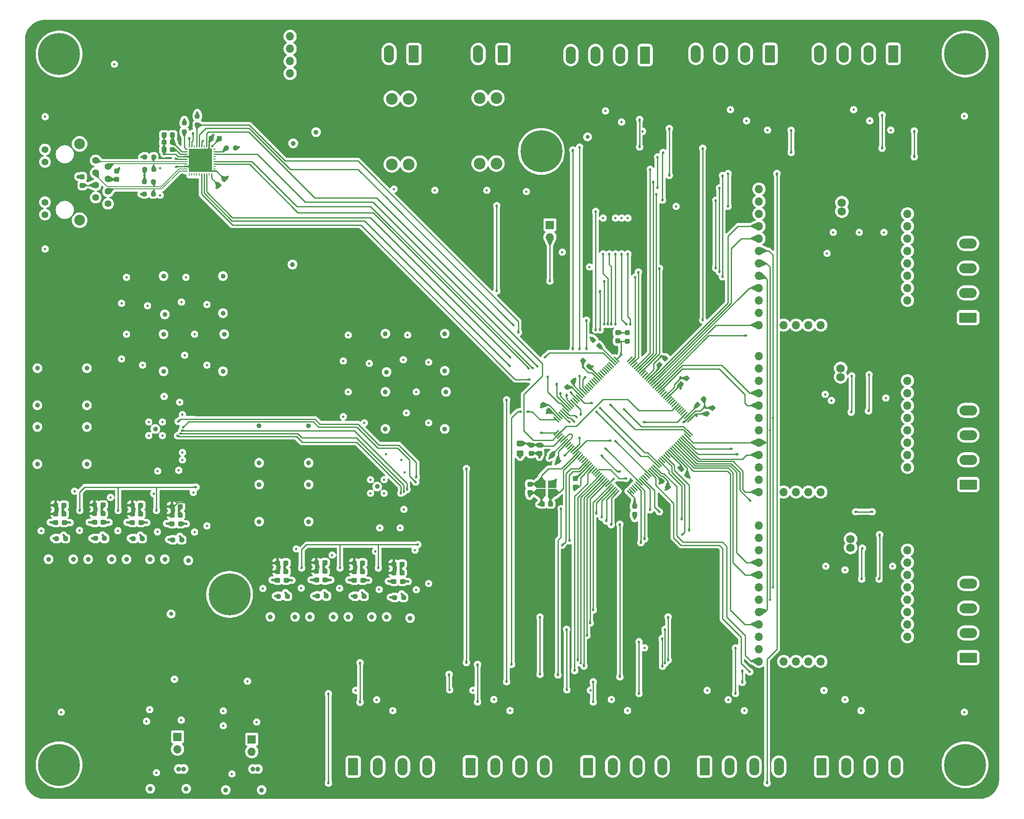
<source format=gbr>
%TF.GenerationSoftware,KiCad,Pcbnew,8.0.1*%
%TF.CreationDate,2024-05-02T15:47:01+02:00*%
%TF.ProjectId,launchpad-controller-v2,6c61756e-6368-4706-9164-2d636f6e7472,rev?*%
%TF.SameCoordinates,Original*%
%TF.FileFunction,Copper,L4,Bot*%
%TF.FilePolarity,Positive*%
%FSLAX46Y46*%
G04 Gerber Fmt 4.6, Leading zero omitted, Abs format (unit mm)*
G04 Created by KiCad (PCBNEW 8.0.1) date 2024-05-02 15:47:01*
%MOMM*%
%LPD*%
G01*
G04 APERTURE LIST*
G04 Aperture macros list*
%AMRoundRect*
0 Rectangle with rounded corners*
0 $1 Rounding radius*
0 $2 $3 $4 $5 $6 $7 $8 $9 X,Y pos of 4 corners*
0 Add a 4 corners polygon primitive as box body*
4,1,4,$2,$3,$4,$5,$6,$7,$8,$9,$2,$3,0*
0 Add four circle primitives for the rounded corners*
1,1,$1+$1,$2,$3*
1,1,$1+$1,$4,$5*
1,1,$1+$1,$6,$7*
1,1,$1+$1,$8,$9*
0 Add four rect primitives between the rounded corners*
20,1,$1+$1,$2,$3,$4,$5,0*
20,1,$1+$1,$4,$5,$6,$7,0*
20,1,$1+$1,$6,$7,$8,$9,0*
20,1,$1+$1,$8,$9,$2,$3,0*%
G04 Aperture macros list end*
%TA.AperFunction,ComponentPad*%
%ADD10C,0.900000*%
%TD*%
%TA.AperFunction,ComponentPad*%
%ADD11C,8.600000*%
%TD*%
%TA.AperFunction,ComponentPad*%
%ADD12C,2.400000*%
%TD*%
%TA.AperFunction,ComponentPad*%
%ADD13RoundRect,0.249999X-0.790001X-1.550001X0.790001X-1.550001X0.790001X1.550001X-0.790001X1.550001X0*%
%TD*%
%TA.AperFunction,ComponentPad*%
%ADD14O,2.080000X3.600000*%
%TD*%
%TA.AperFunction,ComponentPad*%
%ADD15O,1.700000X1.700000*%
%TD*%
%TA.AperFunction,ComponentPad*%
%ADD16RoundRect,0.249999X1.550001X-0.790001X1.550001X0.790001X-1.550001X0.790001X-1.550001X-0.790001X0*%
%TD*%
%TA.AperFunction,ComponentPad*%
%ADD17O,3.600000X2.080000*%
%TD*%
%TA.AperFunction,ComponentPad*%
%ADD18RoundRect,0.249999X0.790001X1.550001X-0.790001X1.550001X-0.790001X-1.550001X0.790001X-1.550001X0*%
%TD*%
%TA.AperFunction,ComponentPad*%
%ADD19R,1.700000X1.700000*%
%TD*%
%TA.AperFunction,ComponentPad*%
%ADD20C,1.397000*%
%TD*%
%TA.AperFunction,ComponentPad*%
%ADD21C,2.209800*%
%TD*%
%TA.AperFunction,SMDPad,CuDef*%
%ADD22RoundRect,0.237500X-0.237500X0.250000X-0.237500X-0.250000X0.237500X-0.250000X0.237500X0.250000X0*%
%TD*%
%TA.AperFunction,SMDPad,CuDef*%
%ADD23RoundRect,0.237500X-0.044194X-0.380070X0.380070X0.044194X0.044194X0.380070X-0.380070X-0.044194X0*%
%TD*%
%TA.AperFunction,SMDPad,CuDef*%
%ADD24RoundRect,0.237500X-0.237500X0.300000X-0.237500X-0.300000X0.237500X-0.300000X0.237500X0.300000X0*%
%TD*%
%TA.AperFunction,SMDPad,CuDef*%
%ADD25RoundRect,0.237500X0.300000X0.237500X-0.300000X0.237500X-0.300000X-0.237500X0.300000X-0.237500X0*%
%TD*%
%TA.AperFunction,SMDPad,CuDef*%
%ADD26RoundRect,0.237500X-0.300000X-0.237500X0.300000X-0.237500X0.300000X0.237500X-0.300000X0.237500X0*%
%TD*%
%TA.AperFunction,SMDPad,CuDef*%
%ADD27RoundRect,0.237500X-0.250000X-0.237500X0.250000X-0.237500X0.250000X0.237500X-0.250000X0.237500X0*%
%TD*%
%TA.AperFunction,SMDPad,CuDef*%
%ADD28RoundRect,0.237500X-0.380070X0.044194X0.044194X-0.380070X0.380070X-0.044194X-0.044194X0.380070X0*%
%TD*%
%TA.AperFunction,SMDPad,CuDef*%
%ADD29R,1.800000X1.500000*%
%TD*%
%TA.AperFunction,SMDPad,CuDef*%
%ADD30RoundRect,0.237500X0.237500X-0.300000X0.237500X0.300000X-0.237500X0.300000X-0.237500X-0.300000X0*%
%TD*%
%TA.AperFunction,SMDPad,CuDef*%
%ADD31RoundRect,0.075000X-0.415425X-0.521491X0.521491X0.415425X0.415425X0.521491X-0.521491X-0.415425X0*%
%TD*%
%TA.AperFunction,SMDPad,CuDef*%
%ADD32RoundRect,0.075000X0.415425X-0.521491X0.521491X-0.415425X-0.415425X0.521491X-0.521491X0.415425X0*%
%TD*%
%TA.AperFunction,SMDPad,CuDef*%
%ADD33RoundRect,0.237500X0.250000X0.237500X-0.250000X0.237500X-0.250000X-0.237500X0.250000X-0.237500X0*%
%TD*%
%TA.AperFunction,SMDPad,CuDef*%
%ADD34RoundRect,0.250000X-0.450000X0.325000X-0.450000X-0.325000X0.450000X-0.325000X0.450000X0.325000X0*%
%TD*%
%TA.AperFunction,SMDPad,CuDef*%
%ADD35R,0.250000X0.600000*%
%TD*%
%TA.AperFunction,SMDPad,CuDef*%
%ADD36R,0.600000X0.250000*%
%TD*%
%TA.AperFunction,SMDPad,CuDef*%
%ADD37R,4.700001X4.700001*%
%TD*%
%TA.AperFunction,SMDPad,CuDef*%
%ADD38RoundRect,0.237500X0.237500X-0.250000X0.237500X0.250000X-0.237500X0.250000X-0.237500X-0.250000X0*%
%TD*%
%TA.AperFunction,SMDPad,CuDef*%
%ADD39RoundRect,0.237500X0.380070X-0.044194X-0.044194X0.380070X-0.380070X0.044194X0.044194X-0.380070X0*%
%TD*%
%TA.AperFunction,SMDPad,CuDef*%
%ADD40RoundRect,0.237500X0.044194X0.380070X-0.380070X-0.044194X-0.044194X-0.380070X0.380070X0.044194X0*%
%TD*%
%TA.AperFunction,ViaPad*%
%ADD41C,0.500000*%
%TD*%
%TA.AperFunction,ViaPad*%
%ADD42C,1.000000*%
%TD*%
%TA.AperFunction,ViaPad*%
%ADD43C,1.750000*%
%TD*%
%TA.AperFunction,ViaPad*%
%ADD44C,0.800000*%
%TD*%
%TA.AperFunction,Conductor*%
%ADD45C,0.250000*%
%TD*%
%TA.AperFunction,Conductor*%
%ADD46C,0.133096*%
%TD*%
G04 APERTURE END LIST*
D10*
%TO.P,H2,1,1*%
%TO.N,Net-(H2-Pad1)*%
X273775000Y204000000D03*
X274719581Y206280419D03*
X274719581Y201719581D03*
X277000000Y207225000D03*
D11*
X277000000Y204000000D03*
D10*
X277000000Y200775000D03*
X279280419Y206280419D03*
X279280419Y201719581D03*
X280225000Y204000000D03*
%TD*%
D12*
%TO.P,F2,1*%
%TO.N,+24V*%
X177370000Y181511500D03*
X180770000Y181511500D03*
%TO.P,F2,2*%
%TO.N,/Power/INPB_24V*%
X177370000Y194981500D03*
X180770000Y194981500D03*
%TD*%
D13*
%TO.P,J32,1,Pin_1*%
%TO.N,/High Side Switch7/VBB*%
X151384000Y57625500D03*
D14*
%TO.P,J32,2,Pin_2*%
%TO.N,/High Side Switch7/OUT*%
X156464000Y57625500D03*
%TO.P,J32,3,Pin_3*%
%TO.N,Earth*%
X161544000Y57625500D03*
%TO.P,J32,4,Pin_4*%
X166624000Y57625500D03*
%TD*%
D10*
%TO.P,H3,1,1*%
%TO.N,Net-(H3-Pad1)*%
X87775000Y58000000D03*
X88719581Y60280419D03*
X88719581Y55719581D03*
X91000000Y61225000D03*
D11*
X91000000Y58000000D03*
D10*
X91000000Y54775000D03*
X93280419Y60280419D03*
X93280419Y55719581D03*
X94225000Y58000000D03*
%TD*%
D15*
%TO.P,U12,1,V5_OUT*%
%TO.N,unconnected-(U12-V5_OUT-Pad1)*%
X234696000Y141986000D03*
%TO.P,U12,2,IOREF*%
%TO.N,+3V3*%
X234696000Y139446000D03*
%TO.P,U12,3,IOGND*%
%TO.N,Earth*%
X234696000Y136906000D03*
%TO.P,U12,4,STEP*%
%TO.N,/MOTOR1_STEP*%
X234696000Y134366000D03*
%TO.P,U12,5,DIR*%
%TO.N,/MOTOR1_DIR*%
X234696000Y131826000D03*
%TO.P,U12,6,SDATO*%
%TO.N,/SPI3_MISO*%
X234696000Y129286000D03*
%TO.P,U12,7,SDATI*%
%TO.N,/SPI3_MOSI*%
X234696000Y126746000D03*
%TO.P,U12,8,SCLK*%
%TO.N,/SPI3_SCK*%
X234696000Y124206000D03*
%TO.P,U12,9,SCS*%
%TO.N,/MOTOR1_SCS*%
X234696000Y121666000D03*
%TO.P,U12,10,nSLP*%
%TO.N,+3V3*%
X234696000Y119126000D03*
%TO.P,U12,11,RST*%
%TO.N,unconnected-(U12-RST-Pad11)*%
X234696000Y116586000D03*
%TO.P,U12,12,nFLT*%
%TO.N,/MOTOR1_nFAULT*%
X234696000Y114046000D03*
%TO.P,U12,13,BIN1*%
%TO.N,unconnected-(U12-BIN1-Pad13)*%
X239776000Y114046000D03*
%TO.P,U12,14,BIN2*%
%TO.N,unconnected-(U12-BIN2-Pad14)*%
X242316000Y114046000D03*
%TO.P,U12,15,nSTALL*%
%TO.N,/MOTOR1_nSTALL*%
X244856000Y114046000D03*
%TO.P,U12,16,BEMF*%
%TO.N,/MOTOR1_BEMF*%
X247396000Y114046000D03*
%TO.P,U12,17,VIN*%
%TO.N,/Current Sense Block2/IOUT*%
X265176000Y136906000D03*
%TO.P,U12,18,VIN*%
X265176000Y134366000D03*
%TO.P,U12,19,GND*%
%TO.N,Earth*%
X265176000Y131826000D03*
%TO.P,U12,20,GND*%
X265176000Y129286000D03*
%TO.P,U12,21,AOUT1*%
%TO.N,Net-(J24-Pin_4)*%
X265176000Y126746000D03*
%TO.P,U12,22,AOUT2*%
%TO.N,Net-(J24-Pin_3)*%
X265176000Y124206000D03*
%TO.P,U12,23,BOUT1*%
%TO.N,Net-(J24-Pin_2)*%
X265176000Y121666000D03*
%TO.P,U12,24,BOUT2*%
%TO.N,Net-(J24-Pin_1)*%
X265176000Y119126000D03*
%TD*%
%TO.P,U23,1,V5_OUT*%
%TO.N,unconnected-(U23-V5_OUT-Pad1)*%
X234696000Y107188000D03*
%TO.P,U23,2,IOREF*%
%TO.N,+3V3*%
X234696000Y104648000D03*
%TO.P,U23,3,IOGND*%
%TO.N,Earth*%
X234696000Y102108000D03*
%TO.P,U23,4,STEP*%
%TO.N,/MOTOR3_STEP*%
X234696000Y99568000D03*
%TO.P,U23,5,DIR*%
%TO.N,/MOTOR3_DIR*%
X234696000Y97028000D03*
%TO.P,U23,6,SDATO*%
%TO.N,/SPI3_MISO*%
X234696000Y94488000D03*
%TO.P,U23,7,SDATI*%
%TO.N,/SPI3_MOSI*%
X234696000Y91948000D03*
%TO.P,U23,8,SCLK*%
%TO.N,/SPI3_SCK*%
X234696000Y89408000D03*
%TO.P,U23,9,SCS*%
%TO.N,/MOTOR3_SCS*%
X234696000Y86868000D03*
%TO.P,U23,10,nSLP*%
%TO.N,+3V3*%
X234696000Y84328000D03*
%TO.P,U23,11,RST*%
%TO.N,unconnected-(U23-RST-Pad11)*%
X234696000Y81788000D03*
%TO.P,U23,12,nFLT*%
%TO.N,/MOTOR3_nFAULT*%
X234696000Y79248000D03*
%TO.P,U23,13,BIN1*%
%TO.N,unconnected-(U23-BIN1-Pad13)*%
X239776000Y79248000D03*
%TO.P,U23,14,BIN2*%
%TO.N,unconnected-(U23-BIN2-Pad14)*%
X242316000Y79248000D03*
%TO.P,U23,15,nSTALL*%
%TO.N,/MOTOR3_nSTALL*%
X244856000Y79248000D03*
%TO.P,U23,16,BEMF*%
%TO.N,/MOTOR3_BEMF*%
X247396000Y79248000D03*
%TO.P,U23,17,VIN*%
%TO.N,/Current Sense Block1/IOUT*%
X265176000Y102108000D03*
%TO.P,U23,18,VIN*%
X265176000Y99568000D03*
%TO.P,U23,19,GND*%
%TO.N,Earth*%
X265176000Y97028000D03*
%TO.P,U23,20,GND*%
X265176000Y94488000D03*
%TO.P,U23,21,AOUT1*%
%TO.N,Net-(J28-Pin_4)*%
X265176000Y91948000D03*
%TO.P,U23,22,AOUT2*%
%TO.N,Net-(J28-Pin_3)*%
X265176000Y89408000D03*
%TO.P,U23,23,BOUT1*%
%TO.N,Net-(J28-Pin_2)*%
X265176000Y86868000D03*
%TO.P,U23,24,BOUT2*%
%TO.N,Net-(J28-Pin_1)*%
X265176000Y84328000D03*
%TD*%
D16*
%TO.P,J15,1,Pin_1*%
%TO.N,Net-(J15-Pin_1)*%
X277622000Y149860000D03*
D17*
%TO.P,J15,2,Pin_2*%
%TO.N,Net-(J15-Pin_2)*%
X277622000Y154940000D03*
%TO.P,J15,3,Pin_3*%
%TO.N,Net-(J15-Pin_3)*%
X277622000Y160020000D03*
%TO.P,J15,4,Pin_4*%
%TO.N,Net-(J15-Pin_4)*%
X277622000Y165100000D03*
%TD*%
D10*
%TO.P,H5,1,1*%
%TO.N,Net-(H5-Pad1)*%
X122775000Y93000000D03*
X123719581Y95280419D03*
X123719581Y90719581D03*
X126000000Y96225000D03*
D11*
X126000000Y93000000D03*
D10*
X126000000Y89775000D03*
X128280419Y95280419D03*
X128280419Y90719581D03*
X129225000Y93000000D03*
%TD*%
D18*
%TO.P,J1,1,Pin_1*%
%TO.N,/Power/INPA_12V*%
X163830000Y203994500D03*
D14*
%TO.P,J1,2,Pin_2*%
%TO.N,Earth*%
X158750000Y203994500D03*
%TD*%
D13*
%TO.P,J33,1,Pin_1*%
%TO.N,/High Side Switch/VBB*%
X175433000Y57658000D03*
D14*
%TO.P,J33,2,Pin_2*%
%TO.N,/High Side Switch/OUT*%
X180513000Y57658000D03*
%TO.P,J33,3,Pin_3*%
%TO.N,Earth*%
X185593000Y57658000D03*
%TO.P,J33,4,Pin_4*%
X190673000Y57658000D03*
%TD*%
D15*
%TO.P,U9,1,V5_OUT*%
%TO.N,unconnected-(U9-V5_OUT-Pad1)*%
X234696000Y176276000D03*
%TO.P,U9,2,IOREF*%
%TO.N,+3V3*%
X234696000Y173736000D03*
%TO.P,U9,3,IOGND*%
%TO.N,Earth*%
X234696000Y171196000D03*
%TO.P,U9,4,STEP*%
%TO.N,/MOTOR2_STEP*%
X234696000Y168656000D03*
%TO.P,U9,5,DIR*%
%TO.N,/MOTOR2_DIR*%
X234696000Y166116000D03*
%TO.P,U9,6,SDATO*%
%TO.N,/SPI3_MISO*%
X234696000Y163576000D03*
%TO.P,U9,7,SDATI*%
%TO.N,/SPI3_MOSI*%
X234696000Y161036000D03*
%TO.P,U9,8,SCLK*%
%TO.N,/SPI3_SCK*%
X234696000Y158496000D03*
%TO.P,U9,9,SCS*%
%TO.N,/MOTOR2_SCS*%
X234696000Y155956000D03*
%TO.P,U9,10,nSLP*%
%TO.N,+3V3*%
X234696000Y153416000D03*
%TO.P,U9,11,RST*%
%TO.N,unconnected-(U9-RST-Pad11)*%
X234696000Y150876000D03*
%TO.P,U9,12,nFLT*%
%TO.N,/MOTOR2_nFAULT*%
X234696000Y148336000D03*
%TO.P,U9,13,BIN1*%
%TO.N,unconnected-(U9-BIN1-Pad13)*%
X239776000Y148336000D03*
%TO.P,U9,14,BIN2*%
%TO.N,unconnected-(U9-BIN2-Pad14)*%
X242316000Y148336000D03*
%TO.P,U9,15,nSTALL*%
%TO.N,/MOTOR2_nSTALL*%
X244856000Y148336000D03*
%TO.P,U9,16,BEMF*%
%TO.N,/MOTOR2_BEMF*%
X247396000Y148336000D03*
%TO.P,U9,17,VIN*%
%TO.N,/Current Sense Block/IOUT*%
X265176000Y171196000D03*
%TO.P,U9,18,VIN*%
X265176000Y168656000D03*
%TO.P,U9,19,GND*%
%TO.N,Earth*%
X265176000Y166116000D03*
%TO.P,U9,20,GND*%
X265176000Y163576000D03*
%TO.P,U9,21,AOUT1*%
%TO.N,Net-(J15-Pin_4)*%
X265176000Y161036000D03*
%TO.P,U9,22,AOUT2*%
%TO.N,Net-(J15-Pin_3)*%
X265176000Y158496000D03*
%TO.P,U9,23,BOUT1*%
%TO.N,Net-(J15-Pin_2)*%
X265176000Y155956000D03*
%TO.P,U9,24,BOUT2*%
%TO.N,Net-(J15-Pin_1)*%
X265176000Y153416000D03*
%TD*%
D13*
%TO.P,J36,1,Pin_1*%
%TO.N,/High Side Switch3/VBB*%
X247523000Y57634000D03*
D14*
%TO.P,J36,2,Pin_2*%
%TO.N,/High Side Switch3/OUT*%
X252603000Y57634000D03*
%TO.P,J36,3,Pin_3*%
%TO.N,Earth*%
X257683000Y57634000D03*
%TO.P,J36,4,Pin_4*%
X262763000Y57634000D03*
%TD*%
D10*
%TO.P,H1,1,1*%
%TO.N,Net-(H1-Pad1)*%
X87775000Y204000000D03*
X88719581Y206280419D03*
X88719581Y201719581D03*
X91000000Y207225000D03*
D11*
X91000000Y204000000D03*
D10*
X91000000Y200775000D03*
X93280419Y206280419D03*
X93280419Y201719581D03*
X94225000Y204000000D03*
%TD*%
D19*
%TO.P,J31,1,Pin_1*%
%TO.N,Net-(J30-Pin_2)*%
X130556000Y63251000D03*
D15*
%TO.P,J31,2,Pin_2*%
%TO.N,Net-(J31-Pin_2)*%
X130556000Y60711000D03*
%TD*%
D18*
%TO.P,J3,1,Pin_1*%
%TO.N,/High Side Switch4/VBB*%
X211314001Y203787500D03*
D14*
%TO.P,J3,2,Pin_2*%
%TO.N,/High Side Switch4/OUT*%
X206234001Y203787500D03*
%TO.P,J3,3,Pin_3*%
%TO.N,Earth*%
X201154001Y203787500D03*
%TO.P,J3,4,Pin_4*%
X196074001Y203787500D03*
%TD*%
D13*
%TO.P,J35,1,Pin_1*%
%TO.N,/High Side Switch2/VBB*%
X223533999Y57624500D03*
D14*
%TO.P,J35,2,Pin_2*%
%TO.N,/High Side Switch2/OUT*%
X228613999Y57624500D03*
%TO.P,J35,3,Pin_3*%
%TO.N,Earth*%
X233693999Y57624500D03*
%TO.P,J35,4,Pin_4*%
X238773999Y57624500D03*
%TD*%
D10*
%TO.P,H6,1,1*%
%TO.N,Net-(H6-Pad1)*%
X186775000Y184000000D03*
X187719581Y186280419D03*
X187719581Y181719581D03*
X190000000Y187225000D03*
D11*
X190000000Y184000000D03*
D10*
X190000000Y180775000D03*
X192280419Y186280419D03*
X192280419Y181719581D03*
X193225000Y184000000D03*
%TD*%
D15*
%TO.P,U1,1,EN*%
%TO.N,+12V*%
X138430000Y200025000D03*
%TO.P,U1,2,VIN+*%
X138430000Y202565000D03*
%TO.P,U1,3,GND*%
%TO.N,Earth*%
X138430000Y205105000D03*
%TO.P,U1,4,VO+*%
%TO.N,Net-(U1-VO+)*%
X138430000Y207645000D03*
%TD*%
D16*
%TO.P,J28,1,Pin_1*%
%TO.N,Net-(J28-Pin_1)*%
X277654500Y80010000D03*
D17*
%TO.P,J28,2,Pin_2*%
%TO.N,Net-(J28-Pin_2)*%
X277654500Y85090000D03*
%TO.P,J28,3,Pin_3*%
%TO.N,Net-(J28-Pin_3)*%
X277654500Y90170000D03*
%TO.P,J28,4,Pin_4*%
%TO.N,Net-(J28-Pin_4)*%
X277654500Y95250000D03*
%TD*%
D19*
%TO.P,J27,1,Pin_1*%
%TO.N,Net-(J27-Pin_1)*%
X115316000Y63759000D03*
D15*
%TO.P,J27,2,Pin_2*%
%TO.N,Net-(J27-Pin_2)*%
X115316000Y61219000D03*
%TD*%
D13*
%TO.P,J34,1,Pin_1*%
%TO.N,/High Side Switch1/VBB*%
X199563000Y57658000D03*
D14*
%TO.P,J34,2,Pin_2*%
%TO.N,/High Side Switch1/OUT*%
X204643000Y57658000D03*
%TO.P,J34,3,Pin_3*%
%TO.N,Earth*%
X209723000Y57658000D03*
%TO.P,J34,4,Pin_4*%
X214803000Y57658000D03*
%TD*%
D20*
%TO.P,J6,1,TD+*%
%TO.N,/ETHPHY/TD_P*%
X98513900Y182149750D03*
%TO.P,J6,2,TD-*%
%TO.N,/ETHPHY/TD_N*%
X101053900Y180879750D03*
%TO.P,J6,3,RD+*%
%TO.N,/ETHPHY/RD_P*%
X98513900Y179609750D03*
%TO.P,J6,4,CT*%
%TO.N,+3V3*%
X101053900Y178339750D03*
%TO.P,J6,5,CT*%
X98513900Y177069750D03*
%TO.P,J6,6,RD-*%
%TO.N,/ETHPHY/RD_N*%
X101053900Y175799750D03*
%TO.P,J6,7,NC*%
%TO.N,unconnected-(J6-NC-Pad7)*%
X98513900Y174529750D03*
%TO.P,J6,8,GND*%
%TO.N,Earth*%
X101053900Y173259750D03*
%TO.P,J6,9,ANODE*%
%TO.N,Net-(J6-ANODE-Pad9)*%
X88099900Y184384950D03*
%TO.P,J6,10,CATHODE*%
%TO.N,/ETHPHY/LED_LINK*%
X88099900Y181844950D03*
%TO.P,J6,11,ANODE*%
%TO.N,Net-(J6-ANODE-Pad11)*%
X88099900Y173564550D03*
%TO.P,J6,12,CATHODE*%
%TO.N,/ETHPHY/LED_SPEED*%
X88099900Y171024550D03*
D21*
%TO.P,J6,13*%
%TO.N,N/C*%
X95211900Y185553350D03*
%TO.P,J6,14*%
X95211900Y169856150D03*
%TD*%
D12*
%TO.P,F1,1*%
%TO.N,+12V*%
X159336000Y181348000D03*
X162736000Y181348000D03*
%TO.P,F1,2*%
%TO.N,/Power/INPA_12V*%
X159336000Y194818000D03*
X162736000Y194818000D03*
%TD*%
D16*
%TO.P,J24,1,Pin_1*%
%TO.N,Net-(J24-Pin_1)*%
X277654500Y115570000D03*
D17*
%TO.P,J24,2,Pin_2*%
%TO.N,Net-(J24-Pin_2)*%
X277654500Y120650000D03*
%TO.P,J24,3,Pin_3*%
%TO.N,Net-(J24-Pin_3)*%
X277654500Y125730000D03*
%TO.P,J24,4,Pin_4*%
%TO.N,Net-(J24-Pin_4)*%
X277654500Y130810000D03*
%TD*%
D18*
%TO.P,J5,1,Pin_1*%
%TO.N,/High Side Switch5/VBB*%
X262255000Y204041500D03*
D14*
%TO.P,J5,2,Pin_2*%
%TO.N,/High Side Switch5/OUT*%
X257175000Y204041500D03*
%TO.P,J5,3,Pin_3*%
%TO.N,Earth*%
X252095000Y204041500D03*
%TO.P,J5,4,Pin_4*%
X247015000Y204041500D03*
%TD*%
D10*
%TO.P,H4,1,1*%
%TO.N,Net-(H4-Pad1)*%
X273775000Y58000000D03*
X274719581Y60280419D03*
X274719581Y55719581D03*
X277000000Y61225000D03*
D11*
X277000000Y58000000D03*
D10*
X277000000Y54775000D03*
X279280419Y60280419D03*
X279280419Y55719581D03*
X280225000Y58000000D03*
%TD*%
D18*
%TO.P,J4,1,Pin_1*%
%TO.N,/High Side Switch6/VBB*%
X236968001Y204040500D03*
D14*
%TO.P,J4,2,Pin_2*%
%TO.N,/High Side Switch6/OUT*%
X231888001Y204040500D03*
%TO.P,J4,3,Pin_3*%
%TO.N,Earth*%
X226808001Y204040500D03*
%TO.P,J4,4,Pin_4*%
X221728001Y204040500D03*
%TD*%
D19*
%TO.P,J8,1,Pin_1*%
%TO.N,+3V3*%
X191770000Y168915000D03*
D15*
%TO.P,J8,2,Pin_2*%
%TO.N,/BOOT0*%
X191770000Y166375000D03*
%TD*%
D18*
%TO.P,J2,1,Pin_1*%
%TO.N,/Power/INPB_24V*%
X182118000Y203994500D03*
D14*
%TO.P,J2,2,Pin_2*%
%TO.N,Earth*%
X177038000Y203994500D03*
%TD*%
D22*
%TO.P,R89,1*%
%TO.N,+3V3*%
X119380000Y191263000D03*
%TO.P,R89,2*%
%TO.N,/ETH_MDIO*%
X119380000Y189438000D03*
%TD*%
D23*
%TO.P,C73,1*%
%TO.N,Net-(C73-Pad1)*%
X222071360Y131926480D03*
%TO.P,C73,2*%
%TO.N,Earth*%
X223291120Y133146240D03*
%TD*%
D24*
%TO.P,C82,1*%
%TO.N,Net-(U33-VDDA)*%
X187883240Y123695240D03*
%TO.P,C82,2*%
%TO.N,Earth*%
X187883240Y121970240D03*
%TD*%
D25*
%TO.P,C66,1*%
%TO.N,Net-(U32-PFBOUT)*%
X114273500Y187406000D03*
%TO.P,C66,2*%
%TO.N,Earth*%
X112548500Y187406000D03*
%TD*%
%TO.P,C99,1*%
%TO.N,Net-(U17--IN)*%
X115921000Y107513500D03*
%TO.P,C99,2*%
%TO.N,Net-(U17-+IN)*%
X114196000Y107513500D03*
%TD*%
D26*
%TO.P,C103,1*%
%TO.N,+5V*%
X98283000Y109593500D03*
%TO.P,C103,2*%
%TO.N,Earth*%
X100008000Y109593500D03*
%TD*%
%TO.P,C90,1*%
%TO.N,+5V*%
X151567000Y97705000D03*
%TO.P,C90,2*%
%TO.N,Earth*%
X153292000Y97705000D03*
%TD*%
D25*
%TO.P,C100,1*%
%TO.N,Net-(U18--IN)*%
X137597000Y95927000D03*
%TO.P,C100,2*%
%TO.N,Net-(U18-+IN)*%
X135872000Y95927000D03*
%TD*%
D26*
%TO.P,C104,1*%
%TO.N,+5V*%
X90273000Y109545500D03*
%TO.P,C104,2*%
%TO.N,Earth*%
X91998000Y109545500D03*
%TD*%
D27*
%TO.P,R96,1*%
%TO.N,Earth*%
X151774000Y92625000D03*
%TO.P,R96,2*%
%TO.N,Net-(TC6-Pin_1)*%
X153599000Y92625000D03*
%TD*%
D28*
%TO.P,C76,1*%
%TO.N,+3V3*%
X218719120Y118719880D03*
%TO.P,C76,2*%
%TO.N,Earth*%
X219938880Y117500120D03*
%TD*%
D26*
%TO.P,C94,1*%
%TO.N,+5V*%
X143829000Y97753000D03*
%TO.P,C94,2*%
%TO.N,Earth*%
X145554000Y97753000D03*
%TD*%
D28*
%TO.P,C80,1*%
%TO.N,+3V3*%
X190373000Y131953000D03*
%TO.P,C80,2*%
%TO.N,Earth*%
X191592760Y130733240D03*
%TD*%
D25*
%TO.P,C91,1*%
%TO.N,Net-(U21--IN)*%
X145607000Y95975000D03*
%TO.P,C91,2*%
%TO.N,Net-(U21-+IN)*%
X143882000Y95975000D03*
%TD*%
D29*
%TO.P,Y1,1,1*%
%TO.N,/OSC_IN*%
X192201240Y113920240D03*
%TO.P,Y1,2,2*%
%TO.N,Earth*%
X190001240Y113920240D03*
%TO.P,Y1,3,3*%
%TO.N,/OSC_OUT*%
X190001240Y115620240D03*
%TO.P,Y1,4,4*%
%TO.N,Earth*%
X192201240Y115620240D03*
%TD*%
D25*
%TO.P,C105,1*%
%TO.N,Net-(U14--IN)*%
X107799000Y107767500D03*
%TO.P,C105,2*%
%TO.N,Net-(U14-+IN)*%
X106074000Y107767500D03*
%TD*%
D27*
%TO.P,R97,1*%
%TO.N,Earth*%
X159896000Y92371000D03*
%TO.P,R97,2*%
%TO.N,Net-(TC8-Pin_1)*%
X161721000Y92371000D03*
%TD*%
D30*
%TO.P,C65,1*%
%TO.N,+3V3*%
X95758000Y177038000D03*
%TO.P,C65,2*%
%TO.N,Earth*%
X95758000Y178763000D03*
%TD*%
D26*
%TO.P,C106,1*%
%TO.N,+5V*%
X90273000Y111323500D03*
%TO.P,C106,2*%
%TO.N,Earth*%
X91998000Y111323500D03*
%TD*%
D23*
%TO.P,C74,1*%
%TO.N,+3V3*%
X223951240Y130098240D03*
%TO.P,C74,2*%
%TO.N,Earth*%
X225171000Y131318000D03*
%TD*%
D26*
%TO.P,C95,1*%
%TO.N,+5V*%
X159689000Y97451000D03*
%TO.P,C95,2*%
%TO.N,Earth*%
X161414000Y97451000D03*
%TD*%
D27*
%TO.P,R99,1*%
%TO.N,Earth*%
X136026000Y92625000D03*
%TO.P,R99,2*%
%TO.N,Net-(TC5-Pin_1)*%
X137851000Y92625000D03*
%TD*%
D25*
%TO.P,C102,1*%
%TO.N,Net-(U15--IN)*%
X100061000Y107815500D03*
%TO.P,C102,2*%
%TO.N,Net-(U15-+IN)*%
X98336000Y107815500D03*
%TD*%
D31*
%TO.P,U33,1,PE2*%
%TO.N,/ADC1_CS*%
X205433434Y113818046D03*
%TO.P,U33,2,PE3*%
%TO.N,/ADC1_SYNC*%
X205079881Y114171599D03*
%TO.P,U33,3,PE4*%
%TO.N,/ADC2_CS*%
X204726327Y114525152D03*
%TO.P,U33,4,PE5*%
%TO.N,/ADC2_SYNC*%
X204372774Y114878706D03*
%TO.P,U33,5,PE6*%
%TO.N,/SW5_IN*%
X204019221Y115232259D03*
%TO.P,U33,6,VBAT*%
%TO.N,+3V3*%
X203665667Y115585813D03*
%TO.P,U33,7,PC13*%
%TO.N,/SW6_IN*%
X203312114Y115939366D03*
%TO.P,U33,8,PC14*%
%TO.N,/SW7_IN*%
X202958561Y116292919D03*
%TO.P,U33,9,PC15*%
%TO.N,/SW8_IN*%
X202605007Y116646473D03*
%TO.P,U33,10,PF0*%
%TO.N,/nLED24_1*%
X202251454Y117000026D03*
%TO.P,U33,11,PF1*%
%TO.N,/nLED24_2*%
X201897900Y117353580D03*
%TO.P,U33,12,PF2*%
%TO.N,unconnected-(U33-PF2-Pad12)*%
X201544347Y117707133D03*
%TO.P,U33,13,ADC3_INP5*%
%TO.N,/MOTOR1_BEMF*%
X201190794Y118060686D03*
%TO.P,U33,14,PF4*%
%TO.N,unconnected-(U33-PF4-Pad14)*%
X200837240Y118414240D03*
%TO.P,U33,15,ADC3_INP4*%
%TO.N,/SW8_ADC*%
X200483687Y118767793D03*
%TO.P,U33,16,VSS*%
%TO.N,Earth*%
X200130133Y119121346D03*
%TO.P,U33,17,VDD*%
%TO.N,+3V3*%
X199776580Y119474900D03*
%TO.P,U33,18,FDCAN3_RX*%
%TO.N,/FDCAN3_RX*%
X199423027Y119828453D03*
%TO.P,U33,19,FDCAN3_TX*%
%TO.N,/FDCAN3_TX*%
X199069473Y120182007D03*
%TO.P,U33,20,PF8*%
%TO.N,unconnected-(U33-PF8-Pad20)*%
X198715920Y120535560D03*
%TO.P,U33,21,PF9*%
%TO.N,unconnected-(U33-PF9-Pad21)*%
X198362366Y120889113D03*
%TO.P,U33,22,ADC3_INP6*%
%TO.N,unconnected-(U33-PF10-Pad22)*%
X198008813Y121242667D03*
%TO.P,U33,23,RCC_OSC_IN*%
%TO.N,/OSC_IN*%
X197655260Y121596220D03*
%TO.P,U33,24,RCC_OSC_OUT*%
%TO.N,/OSC_OUT*%
X197301706Y121949774D03*
%TO.P,U33,25,NRST*%
%TO.N,/NRST*%
X196948153Y122303327D03*
%TO.P,U33,26,ADC1_INP10*%
%TO.N,/SW4_ADC*%
X196594600Y122656880D03*
%TO.P,U33,27,ETH_MDC*%
%TO.N,/ETH_MDC*%
X196241046Y123010434D03*
%TO.P,U33,28,PC2_C*%
%TO.N,unconnected-(U33-PC2_C-Pad28)*%
X195887493Y123363987D03*
%TO.P,U33,29,PC3_C*%
%TO.N,unconnected-(U33-PC3_C-Pad29)*%
X195533939Y123717541D03*
%TO.P,U33,30,VDD*%
%TO.N,+3V3*%
X195180386Y124071094D03*
%TO.P,U33,31,VSSA*%
%TO.N,Earth*%
X194826833Y124424647D03*
%TO.P,U33,32,VREF+*%
%TO.N,+3V3*%
X194473279Y124778201D03*
%TO.P,U33,33,VDDA*%
%TO.N,Net-(U33-VDDA)*%
X194119726Y125131754D03*
%TO.P,U33,34,PA0*%
%TO.N,unconnected-(U33-PA0-Pad34)*%
X193766172Y125485307D03*
%TO.P,U33,35,PA1*%
%TO.N,/ETH_REF_CLK*%
X193412619Y125838861D03*
%TO.P,U33,36,ETH_MDIO*%
%TO.N,/ETH_MDIO*%
X193059066Y126192414D03*
D32*
%TO.P,U33,37,ADC1_INP15*%
%TO.N,/SW5_ADC*%
X193059066Y128897098D03*
%TO.P,U33,38,VSS*%
%TO.N,Earth*%
X193412619Y129250651D03*
%TO.P,U33,39,VDD*%
%TO.N,+3V3*%
X193766172Y129604205D03*
%TO.P,U33,40,ADC1_INP18*%
%TO.N,/SW6_ADC*%
X194119726Y129957758D03*
%TO.P,U33,41,ADC1_INP19*%
%TO.N,/SW7_ADC*%
X194473279Y130311311D03*
%TO.P,U33,42,ADC1_INP3*%
%TO.N,/MOTOR2_BEMF*%
X194826833Y130664865D03*
%TO.P,U33,43,ETH_CRS_DV*%
%TO.N,/ETH_CRS_DV*%
X195180386Y131018418D03*
%TO.P,U33,44,ETH_RXD0*%
%TO.N,/ETH_RXD0*%
X195533939Y131371971D03*
%TO.P,U33,45,ETH_RXD1*%
%TO.N,/ETH_RXD1*%
X195887493Y131725525D03*
%TO.P,U33,46,ADC1_INP9*%
%TO.N,/SW3_ADC*%
X196241046Y132079078D03*
%TO.P,U33,47,ADC1_INP5*%
%TO.N,/MOTOR3_BEMF*%
X196594600Y132432632D03*
%TO.P,U33,48,PB2*%
%TO.N,unconnected-(U33-PB2-Pad48)*%
X196948153Y132786185D03*
%TO.P,U33,49,ADC1_INP2*%
%TO.N,/12_VSENSE*%
X197301706Y133139738D03*
%TO.P,U33,50,ADC1_INP6*%
%TO.N,/24_VSENSE*%
X197655260Y133493292D03*
%TO.P,U33,51,VSS*%
%TO.N,Earth*%
X198008813Y133846845D03*
%TO.P,U33,52,VDD*%
%TO.N,+3V3*%
X198362366Y134200399D03*
%TO.P,U33,53,ADC2_INP2*%
%TO.N,/SW1_ADC*%
X198715920Y134553952D03*
%TO.P,U33,54,ADC2_INP6*%
%TO.N,/SW2_ADC*%
X199069473Y134907505D03*
%TO.P,U33,55,PF15*%
%TO.N,unconnected-(U33-PF15-Pad55)*%
X199423027Y135261059D03*
%TO.P,U33,56,PG0*%
%TO.N,unconnected-(U33-PG0-Pad56)*%
X199776580Y135614612D03*
%TO.P,U33,57,PG1*%
%TO.N,unconnected-(U33-PG1-Pad57)*%
X200130133Y135968166D03*
%TO.P,U33,58,PE7*%
%TO.N,unconnected-(U33-PE7-Pad58)*%
X200483687Y136321719D03*
%TO.P,U33,59,PE8*%
%TO.N,unconnected-(U33-PE8-Pad59)*%
X200837240Y136675272D03*
%TO.P,U33,60,PE9*%
%TO.N,unconnected-(U33-PE9-Pad60)*%
X201190794Y137028826D03*
%TO.P,U33,61,VSS*%
%TO.N,Earth*%
X201544347Y137382379D03*
%TO.P,U33,62,VDD*%
%TO.N,+3V3*%
X201897900Y137735932D03*
%TO.P,U33,63,PE10*%
%TO.N,unconnected-(U33-PE10-Pad63)*%
X202251454Y138089486D03*
%TO.P,U33,64,PE11*%
%TO.N,unconnected-(U33-PE11-Pad64)*%
X202605007Y138443039D03*
%TO.P,U33,65,PE12*%
%TO.N,unconnected-(U33-PE12-Pad65)*%
X202958561Y138796593D03*
%TO.P,U33,66,PE13*%
%TO.N,unconnected-(U33-PE13-Pad66)*%
X203312114Y139150146D03*
%TO.P,U33,67,PE14*%
%TO.N,unconnected-(U33-PE14-Pad67)*%
X203665667Y139503699D03*
%TO.P,U33,68,PE15*%
%TO.N,unconnected-(U33-PE15-Pad68)*%
X204019221Y139857253D03*
%TO.P,U33,69,PB10*%
%TO.N,unconnected-(U33-PB10-Pad69)*%
X204372774Y140210806D03*
%TO.P,U33,70,ETH_TX_EN*%
%TO.N,/ETH_TX_EN*%
X204726327Y140564360D03*
%TO.P,U33,71,VCAP*%
%TO.N,Net-(C68-Pad1)*%
X205079881Y140917913D03*
%TO.P,U33,72,VDD*%
%TO.N,+3V3*%
X205433434Y141271466D03*
D31*
%TO.P,U33,73,PB12*%
%TO.N,unconnected-(U33-PB12-Pad73)*%
X208138118Y141271466D03*
%TO.P,U33,74,PB13*%
%TO.N,/nLED12_2*%
X208491671Y140917913D03*
%TO.P,U33,75,PB14*%
%TO.N,/nLED12_1*%
X208845225Y140564360D03*
%TO.P,U33,76,PB15*%
%TO.N,unconnected-(U33-PB15-Pad76)*%
X209198778Y140210806D03*
%TO.P,U33,77,PD8*%
%TO.N,/SW1_IN*%
X209552331Y139857253D03*
%TO.P,U33,78,PD9*%
%TO.N,/SW2_IN*%
X209905885Y139503699D03*
%TO.P,U33,79,PD10*%
%TO.N,/SW3_IN*%
X210259438Y139150146D03*
%TO.P,U33,80,PD11*%
%TO.N,/SW4_IN*%
X210612991Y138796593D03*
%TO.P,U33,81,PD12*%
%TO.N,unconnected-(U33-PD12-Pad81)*%
X210966545Y138443039D03*
%TO.P,U33,82,PD13*%
%TO.N,unconnected-(U33-PD13-Pad82)*%
X211320098Y138089486D03*
%TO.P,U33,83,VSS*%
%TO.N,Earth*%
X211673652Y137735932D03*
%TO.P,U33,84,VDD*%
%TO.N,+3V3*%
X212027205Y137382379D03*
%TO.P,U33,85,PD14*%
%TO.N,/MOTOR2_STEP*%
X212380758Y137028826D03*
%TO.P,U33,86,PD15*%
%TO.N,/MOTOR2_DIR*%
X212734312Y136675272D03*
%TO.P,U33,87,PG2*%
%TO.N,/MOTOR2_SCS*%
X213087865Y136321719D03*
%TO.P,U33,88,PG3*%
%TO.N,/MOTOR2_nFAULT*%
X213441419Y135968166D03*
%TO.P,U33,89,PG4*%
%TO.N,/MOTOR2_nSTALL*%
X213794972Y135614612D03*
%TO.P,U33,90,PG5*%
%TO.N,/MOTOR1_STEP*%
X214148525Y135261059D03*
%TO.P,U33,91,PG6*%
%TO.N,/MOTOR1_DIR*%
X214502079Y134907505D03*
%TO.P,U33,92,PG7*%
%TO.N,unconnected-(U33-PG7-Pad92)*%
X214855632Y134553952D03*
%TO.P,U33,93,PG8*%
%TO.N,unconnected-(U33-PG8-Pad93)*%
X215209186Y134200399D03*
%TO.P,U33,94,VSS*%
%TO.N,Earth*%
X215562739Y133846845D03*
%TO.P,U33,95,VDD33USB*%
%TO.N,+3V3*%
X215916292Y133493292D03*
%TO.P,U33,96,PC6*%
%TO.N,unconnected-(U33-PC6-Pad96)*%
X216269846Y133139738D03*
%TO.P,U33,97,PC7*%
%TO.N,unconnected-(U33-PC7-Pad97)*%
X216623399Y132786185D03*
%TO.P,U33,98,PC8*%
%TO.N,unconnected-(U33-PC8-Pad98)*%
X216976952Y132432632D03*
%TO.P,U33,99,PC9*%
%TO.N,unconnected-(U33-PC9-Pad99)*%
X217330506Y132079078D03*
%TO.P,U33,100,RCC_MCO_1*%
%TO.N,/ETH_REF_CLK*%
X217684059Y131725525D03*
%TO.P,U33,101,PA9*%
%TO.N,unconnected-(U33-PA9-Pad101)*%
X218037613Y131371971D03*
%TO.P,U33,102,PA10*%
%TO.N,unconnected-(U33-PA10-Pad102)*%
X218391166Y131018418D03*
%TO.P,U33,103,PA11*%
%TO.N,unconnected-(U33-PA11-Pad103)*%
X218744719Y130664865D03*
%TO.P,U33,104,PA12*%
%TO.N,unconnected-(U33-PA12-Pad104)*%
X219098273Y130311311D03*
%TO.P,U33,105,PA13(JTMS*%
%TO.N,/JTMS*%
X219451826Y129957758D03*
%TO.P,U33,106,VCAP*%
%TO.N,Net-(C73-Pad1)*%
X219805380Y129604205D03*
%TO.P,U33,107,VSS*%
%TO.N,Earth*%
X220158933Y129250651D03*
%TO.P,U33,108,VDD*%
%TO.N,+3V3*%
X220512486Y128897098D03*
D32*
%TO.P,U33,109,PA14(JTCK*%
%TO.N,/JTCK*%
X220512486Y126192414D03*
%TO.P,U33,110,PA15(JTDI)*%
%TO.N,/JTDI*%
X220158933Y125838861D03*
%TO.P,U33,111,SPI3_SCK*%
%TO.N,/SPI3_SCK*%
X219805380Y125485307D03*
%TO.P,U33,112,SPI3_MISO*%
%TO.N,/SPI3_MISO*%
X219451826Y125131754D03*
%TO.P,U33,113,SPI3_MOSI*%
%TO.N,/SPI3_MOSI*%
X219098273Y124778201D03*
%TO.P,U33,114,PD0*%
%TO.N,/MOTOR1_SCS*%
X218744719Y124424647D03*
%TO.P,U33,115,PD1*%
%TO.N,/MOTOR1_nFAULT*%
X218391166Y124071094D03*
%TO.P,U33,116,PD2*%
%TO.N,/MOTOR1_nSTALL*%
X218037613Y123717541D03*
%TO.P,U33,117,PD3*%
%TO.N,/MOTOR3_STEP*%
X217684059Y123363987D03*
%TO.P,U33,118,PD4*%
%TO.N,/MOTOR3_DIR*%
X217330506Y123010434D03*
%TO.P,U33,119,PD5*%
%TO.N,/MOTOR3_SCS*%
X216976952Y122656880D03*
%TO.P,U33,120,VSS*%
%TO.N,Earth*%
X216623399Y122303327D03*
%TO.P,U33,121,VDD*%
%TO.N,+3V3*%
X216269846Y121949774D03*
%TO.P,U33,122,PD6*%
%TO.N,unconnected-(U33-PD6-Pad122)*%
X215916292Y121596220D03*
%TO.P,U33,123,SPI1_MOSI*%
%TO.N,/SPI1_MOSI*%
X215562739Y121242667D03*
%TO.P,U33,124,SPI1_MISO*%
%TO.N,/SPI1_MISO*%
X215209186Y120889113D03*
%TO.P,U33,125,PG10*%
%TO.N,unconnected-(U33-PG10-Pad125)*%
X214855632Y120535560D03*
%TO.P,U33,126,SPI1_SCK*%
%TO.N,/SPI1_SCK*%
X214502079Y120182007D03*
%TO.P,U33,127,ETH_TXD1*%
%TO.N,/ETH_TXD1*%
X214148525Y119828453D03*
%TO.P,U33,128,ETH_TXD0*%
%TO.N,/ETH_TXD0*%
X213794972Y119474900D03*
%TO.P,U33,129,PG14*%
%TO.N,/MOTOR3_nFAULT*%
X213441419Y119121346D03*
%TO.P,U33,130,VSS*%
%TO.N,Earth*%
X213087865Y118767793D03*
%TO.P,U33,131,VDD*%
%TO.N,+3V3*%
X212734312Y118414240D03*
%TO.P,U33,132,PG15*%
%TO.N,/MOTOR3_nSTALL*%
X212380758Y118060686D03*
%TO.P,U33,133,PB3(JTDO*%
%TO.N,/JTDO*%
X212027205Y117707133D03*
%TO.P,U33,134,PB4(NJTRST)*%
%TO.N,unconnected-(U33-PB4(NJTRST)-Pad134)*%
X211673652Y117353580D03*
%TO.P,U33,135,PB5*%
%TO.N,unconnected-(U33-PB5-Pad135)*%
X211320098Y117000026D03*
%TO.P,U33,136,I2C1_SCL*%
%TO.N,/I2C1_SCL*%
X210966545Y116646473D03*
%TO.P,U33,137,I2C1_SDA*%
%TO.N,/I2C1_SDA*%
X210612991Y116292919D03*
%TO.P,U33,138,BOOT0*%
%TO.N,/BOOT0*%
X210259438Y115939366D03*
%TO.P,U33,139,FDCAN1_RX*%
%TO.N,/FDCAN1_RX*%
X209905885Y115585813D03*
%TO.P,U33,140,FDCAN1_TX*%
%TO.N,/FDCAN1_TX*%
X209552331Y115232259D03*
%TO.P,U33,141,PE0*%
%TO.N,unconnected-(U33-PE0-Pad141)*%
X209198778Y114878706D03*
%TO.P,U33,142,PE1*%
%TO.N,unconnected-(U33-PE1-Pad142)*%
X208845225Y114525152D03*
%TO.P,U33,143,PDR_ON*%
%TO.N,+3V3*%
X208491671Y114171599D03*
%TO.P,U33,144,VDD*%
X208138118Y113818046D03*
%TD*%
D33*
%TO.P,R94,1*%
%TO.N,/ETHPHY/RD_P*%
X110363000Y177800000D03*
%TO.P,R94,2*%
%TO.N,+3V3*%
X108538000Y177800000D03*
%TD*%
D27*
%TO.P,R93,1*%
%TO.N,+3V3*%
X108538000Y175260000D03*
%TO.P,R93,2*%
%TO.N,/ETHPHY/RD_N*%
X110363000Y175260000D03*
%TD*%
D33*
%TO.P,R90,1*%
%TO.N,+3V3*%
X127174000Y184717999D03*
%TO.P,R90,2*%
%TO.N,Net-(U32-RX_DV{slash}MII_MODE)*%
X125349000Y184717999D03*
%TD*%
D27*
%TO.P,R101,1*%
%TO.N,Earth*%
X98490000Y104513500D03*
%TO.P,R101,2*%
%TO.N,Net-(TC1-Pin_1)*%
X100315000Y104513500D03*
%TD*%
D25*
%TO.P,C62,1*%
%TO.N,Net-(U32-PFBIN2)*%
X123952000Y186644000D03*
%TO.P,C62,2*%
%TO.N,Earth*%
X122227000Y186644000D03*
%TD*%
D26*
%TO.P,C92,1*%
%TO.N,+5V*%
X143829000Y99531000D03*
%TO.P,C92,2*%
%TO.N,Earth*%
X145554000Y99531000D03*
%TD*%
D25*
%TO.P,C64,1*%
%TO.N,+3V3*%
X114273500Y184358000D03*
%TO.P,C64,2*%
%TO.N,Earth*%
X112548500Y184358000D03*
%TD*%
D26*
%TO.P,C107,1*%
%TO.N,+5V*%
X106021000Y109545500D03*
%TO.P,C107,2*%
%TO.N,Earth*%
X107746000Y109545500D03*
%TD*%
D25*
%TO.P,C88,1*%
%TO.N,Net-(U20--IN)*%
X161467000Y95673000D03*
%TO.P,C88,2*%
%TO.N,Net-(U20-+IN)*%
X159742000Y95673000D03*
%TD*%
D34*
%TO.P,FB2,1*%
%TO.N,Net-(U33-VDDA)*%
X185597240Y124020240D03*
%TO.P,FB2,2*%
%TO.N,+3V3*%
X185597240Y121970240D03*
%TD*%
D26*
%TO.P,C97,1*%
%TO.N,+5V*%
X114143000Y109291500D03*
%TO.P,C97,2*%
%TO.N,Earth*%
X115868000Y109291500D03*
%TD*%
D33*
%TO.P,R92,1*%
%TO.N,/ETHPHY/TD_P*%
X110410000Y182880000D03*
%TO.P,R92,2*%
%TO.N,+3V3*%
X108585000Y182880000D03*
%TD*%
D35*
%TO.P,U32,1,IOVDD33*%
%TO.N,+3V3*%
X122265001Y179278000D03*
%TO.P,U32,2,TX_CLK*%
%TO.N,unconnected-(U32-TX_CLK-Pad2)*%
X121764999Y179278000D03*
%TO.P,U32,3,TX_EN*%
%TO.N,/ETH_TX_EN*%
X121265000Y179278000D03*
%TO.P,U32,4,TXD_0*%
%TO.N,/ETH_TXD0*%
X120765001Y179278000D03*
%TO.P,U32,5,TXD_1*%
%TO.N,/ETH_TXD1*%
X120265000Y179278000D03*
%TO.P,U32,6,TXD_2*%
%TO.N,unconnected-(U32-TXD_2-Pad6)*%
X119765000Y179278000D03*
%TO.P,U32,7,TXD_3*%
%TO.N,unconnected-(U32-TXD_3-Pad7)*%
X119264999Y179278000D03*
%TO.P,U32,8,RESERVED*%
%TO.N,unconnected-(U32-RESERVED-Pad8)*%
X118765000Y179278000D03*
%TO.P,U32,9,RESERVED*%
%TO.N,unconnected-(U32-RESERVED-Pad9)*%
X118265001Y179278000D03*
%TO.P,U32,10,RESERVED*%
%TO.N,unconnected-(U32-RESERVED-Pad10)*%
X117764999Y179278000D03*
D36*
%TO.P,U32,11,RD-*%
%TO.N,/ETHPHY/RD_N*%
X117115001Y179927998D03*
%TO.P,U32,12,RD+*%
%TO.N,/ETHPHY/RD_P*%
X117115001Y180428000D03*
%TO.P,U32,13,AGND*%
%TO.N,Earth*%
X117115001Y180927999D03*
%TO.P,U32,14,TD-*%
%TO.N,/ETHPHY/TD_N*%
X117115001Y181427998D03*
%TO.P,U32,15,TD+*%
%TO.N,/ETHPHY/TD_P*%
X117115001Y181927999D03*
%TO.P,U32,16,PFBIN1*%
%TO.N,Net-(U32-PFBIN1)*%
X117115001Y182427999D03*
%TO.P,U32,17,AGND*%
%TO.N,Earth*%
X117115001Y182928000D03*
%TO.P,U32,18,AVDD33*%
%TO.N,+3V3*%
X117115001Y183427999D03*
%TO.P,U32,19,PFBOUT*%
%TO.N,Net-(U32-PFBOUT)*%
X117115001Y183927998D03*
%TO.P,U32,20,RBIAS*%
%TO.N,Net-(U32-RBIAS)*%
X117115001Y184428000D03*
D35*
%TO.P,U32,21,LED_SPEED/AN1*%
%TO.N,/ETHPHY/LED_SPEED*%
X117764999Y185077998D03*
%TO.P,U32,22,LED_LINK/AN0*%
%TO.N,/ETHPHY/LED_LINK*%
X118265001Y185077998D03*
%TO.P,U32,23,RESET_N*%
%TO.N,unconnected-(U32-RESET_N-Pad23)*%
X118765000Y185077998D03*
%TO.P,U32,24,MDIO*%
%TO.N,/ETH_MDIO*%
X119264999Y185077998D03*
%TO.P,U32,25,MDC*%
%TO.N,/ETH_MDC*%
X119765000Y185077998D03*
%TO.P,U32,26,IOVDD33*%
%TO.N,+3V3*%
X120265000Y185077998D03*
%TO.P,U32,27,X2*%
%TO.N,unconnected-(U32-X2-Pad27)*%
X120765001Y185077998D03*
%TO.P,U32,28,X1*%
%TO.N,/ETH_REF_CLK*%
X121265000Y185077998D03*
%TO.P,U32,29,DGND*%
%TO.N,Earth*%
X121764999Y185077998D03*
%TO.P,U32,30,PFBIN2*%
%TO.N,Net-(U32-PFBIN2)*%
X122265001Y185077998D03*
D36*
%TO.P,U32,31,RX_CLK*%
%TO.N,unconnected-(U32-RX_CLK-Pad31)*%
X122914999Y184428000D03*
%TO.P,U32,32,RX_DV/MII_MODE*%
%TO.N,Net-(U32-RX_DV{slash}MII_MODE)*%
X122914999Y183927998D03*
%TO.P,U32,33,CRS/CRS_DV/LED_CFG*%
%TO.N,/ETH_CRS_DV*%
X122914999Y183427999D03*
%TO.P,U32,34,RX_ER/MDIX_EN*%
%TO.N,unconnected-(U32-RX_ER{slash}MDIX_EN-Pad34)*%
X122914999Y182928000D03*
%TO.P,U32,35,COL/PHYAD0*%
%TO.N,unconnected-(U32-COL{slash}PHYAD0-Pad35)*%
X122914999Y182427999D03*
%TO.P,U32,36,RXD_0/PHYAD1*%
%TO.N,/ETH_RXD0*%
X122914999Y181927999D03*
%TO.P,U32,37,RXD_1/PHYAD2*%
%TO.N,/ETH_RXD1*%
X122914999Y181427998D03*
%TO.P,U32,38,RXD_2/PHYAD3*%
%TO.N,unconnected-(U32-RXD_2{slash}PHYAD3-Pad38)*%
X122914999Y180927999D03*
%TO.P,U32,39,RXD_3/PHYAD4*%
%TO.N,unconnected-(U32-RXD_3{slash}PHYAD4-Pad39)*%
X122914999Y180428000D03*
%TO.P,U32,40,IOGND*%
%TO.N,Earth*%
X122914999Y179927998D03*
D37*
%TO.P,U32,41,EPAD*%
X120015000Y182177999D03*
%TD*%
D38*
%TO.P,R88,1*%
%TO.N,Net-(U32-RBIAS)*%
X116713000Y188019999D03*
%TO.P,R88,2*%
%TO.N,Earth*%
X116713000Y189844999D03*
%TD*%
D25*
%TO.P,C108,1*%
%TO.N,Net-(U16--IN)*%
X92051000Y107767500D03*
%TO.P,C108,2*%
%TO.N,Net-(U16-+IN)*%
X90326000Y107767500D03*
%TD*%
D26*
%TO.P,C89,1*%
%TO.N,+5V*%
X151567000Y99483000D03*
%TO.P,C89,2*%
%TO.N,Earth*%
X153292000Y99483000D03*
%TD*%
%TO.P,C109,1*%
%TO.N,+5V*%
X98283000Y111371500D03*
%TO.P,C109,2*%
%TO.N,Earth*%
X100008000Y111371500D03*
%TD*%
%TO.P,C87,1*%
%TO.N,+5V*%
X159689000Y99229000D03*
%TO.P,C87,2*%
%TO.N,Earth*%
X161414000Y99229000D03*
%TD*%
%TO.P,C98,1*%
%TO.N,+5V*%
X135819000Y97705000D03*
%TO.P,C98,2*%
%TO.N,Earth*%
X137544000Y97705000D03*
%TD*%
D39*
%TO.P,C70,1*%
%TO.N,+3V3*%
X199771000Y139827000D03*
%TO.P,C70,2*%
%TO.N,Earth*%
X198551240Y141046760D03*
%TD*%
D26*
%TO.P,C110,1*%
%TO.N,+5V*%
X106021000Y111323500D03*
%TO.P,C110,2*%
%TO.N,Earth*%
X107746000Y111323500D03*
%TD*%
%TO.P,C101,1*%
%TO.N,+5V*%
X135819000Y99483000D03*
%TO.P,C101,2*%
%TO.N,Earth*%
X137544000Y99483000D03*
%TD*%
D23*
%TO.P,C61,1*%
%TO.N,+3V3*%
X123748240Y177042240D03*
%TO.P,C61,2*%
%TO.N,Earth*%
X124968000Y178262000D03*
%TD*%
%TO.P,C75,1*%
%TO.N,+3V3*%
X218617240Y136194240D03*
%TO.P,C75,2*%
%TO.N,Earth*%
X219837000Y137414000D03*
%TD*%
D24*
%TO.P,C83,1*%
%TO.N,Net-(U33-VDDA)*%
X189661240Y123695240D03*
%TO.P,C83,2*%
%TO.N,Earth*%
X189661240Y121970240D03*
%TD*%
%TO.P,C84,1*%
%TO.N,/OSC_OUT*%
X187629240Y115620240D03*
%TO.P,C84,2*%
%TO.N,Earth*%
X187629240Y113895240D03*
%TD*%
D30*
%TO.P,C63,1*%
%TO.N,+3V3*%
X102870000Y178234000D03*
%TO.P,C63,2*%
%TO.N,Earth*%
X102870000Y179959000D03*
%TD*%
D27*
%TO.P,R91,1*%
%TO.N,+3V3*%
X108585000Y180340000D03*
%TO.P,R91,2*%
%TO.N,/ETHPHY/TD_N*%
X110410000Y180340000D03*
%TD*%
D30*
%TO.P,C72,1*%
%TO.N,+3V3*%
X207670400Y145036200D03*
%TO.P,C72,2*%
%TO.N,Earth*%
X207670400Y146761200D03*
%TD*%
%TO.P,C71,1*%
%TO.N,+3V3*%
X205663240Y145084240D03*
%TO.P,C71,2*%
%TO.N,Earth*%
X205663240Y146809240D03*
%TD*%
D23*
%TO.P,C69,1*%
%TO.N,+3V3*%
X214249000Y140208000D03*
%TO.P,C69,2*%
%TO.N,Earth*%
X215468760Y141427760D03*
%TD*%
D25*
%TO.P,C86,1*%
%TO.N,/OSC_IN*%
X191894240Y111556240D03*
%TO.P,C86,2*%
%TO.N,Earth*%
X190169240Y111556240D03*
%TD*%
D27*
%TO.P,R102,1*%
%TO.N,Earth*%
X90480000Y104465500D03*
%TO.P,R102,2*%
%TO.N,Net-(TC2-Pin_1)*%
X92305000Y104465500D03*
%TD*%
D40*
%TO.P,C77,1*%
%TO.N,+3V3*%
X196520620Y136804120D03*
%TO.P,C77,2*%
%TO.N,Earth*%
X195300860Y135584360D03*
%TD*%
D24*
%TO.P,C79,1*%
%TO.N,+3V3*%
X196951880Y116788381D03*
%TO.P,C79,2*%
%TO.N,Earth*%
X196951880Y115063379D03*
%TD*%
D25*
%TO.P,C93,1*%
%TO.N,Net-(U19--IN)*%
X153345000Y95927000D03*
%TO.P,C93,2*%
%TO.N,Net-(U19-+IN)*%
X151620000Y95927000D03*
%TD*%
D26*
%TO.P,C96,1*%
%TO.N,+5V*%
X114143000Y111069500D03*
%TO.P,C96,2*%
%TO.N,Earth*%
X115868000Y111069500D03*
%TD*%
D24*
%TO.P,C85,1*%
%TO.N,+3V3*%
X209169000Y111125000D03*
%TO.P,C85,2*%
%TO.N,Earth*%
X209169000Y109400000D03*
%TD*%
D39*
%TO.P,C68,1*%
%TO.N,Net-(C68-Pad1)*%
X201853240Y144068240D03*
%TO.P,C68,2*%
%TO.N,Earth*%
X200633480Y145288000D03*
%TD*%
%TO.P,C81,1*%
%TO.N,+3V3*%
X193471240Y120446240D03*
%TO.P,C81,2*%
%TO.N,Earth*%
X192251480Y121666000D03*
%TD*%
D25*
%TO.P,C67,1*%
%TO.N,Net-(U32-PFBOUT)*%
X114273500Y185882000D03*
%TO.P,C67,2*%
%TO.N,Earth*%
X112548500Y185882000D03*
%TD*%
D27*
%TO.P,R95,1*%
%TO.N,Earth*%
X144036000Y92673000D03*
%TO.P,R95,2*%
%TO.N,Net-(TC7-Pin_1)*%
X145861000Y92673000D03*
%TD*%
D28*
%TO.P,C78,1*%
%TO.N,+3V3*%
X214782120Y116306880D03*
%TO.P,C78,2*%
%TO.N,Earth*%
X216001880Y115087120D03*
%TD*%
D27*
%TO.P,R98,1*%
%TO.N,Earth*%
X114350000Y104211500D03*
%TO.P,R98,2*%
%TO.N,Net-(TC4-Pin_1)*%
X116175000Y104211500D03*
%TD*%
%TO.P,R100,1*%
%TO.N,Earth*%
X106228000Y104465500D03*
%TO.P,R100,2*%
%TO.N,Net-(TC3-Pin_1)*%
X108053000Y104465500D03*
%TD*%
D41*
%TO.N,Net-(U32-PFBIN1)*%
X114935000Y182477999D03*
%TO.N,+5V*%
X114427000Y122809000D03*
X217424000Y164465000D03*
X160020000Y110998000D03*
X144266000Y98721000D03*
X160126000Y98419000D03*
X90710000Y110513500D03*
X106458000Y110513500D03*
X152004000Y98673000D03*
X217424000Y167386000D03*
X98720000Y110561500D03*
X114580000Y110259500D03*
X136256000Y98673000D03*
%TO.N,Net-(U16-+IN)*%
X89186000Y107804000D03*
%TO.N,Net-(U15--IN)*%
X101260000Y107815500D03*
%TO.N,Net-(U15-+IN)*%
X97196000Y107852000D03*
%TO.N,+3V3*%
X185674000Y121158000D03*
X161925000Y118110000D03*
X204851000Y116713000D03*
X197948340Y117646660D03*
X209169000Y112268000D03*
X207772000Y170307000D03*
X120523000Y186136000D03*
X214042913Y139398087D03*
X116332000Y129921000D03*
X119380000Y191978000D03*
X107823000Y175260000D03*
X107950000Y182880000D03*
X248412000Y98806000D03*
X192913000Y119761000D03*
X200533000Y139827000D03*
X214249000Y115824000D03*
X206375000Y142213032D03*
X88138000Y191135000D03*
X248666000Y163068000D03*
X218567000Y135255000D03*
X88138000Y163957000D03*
X108538000Y179070000D03*
X189992000Y131445000D03*
X196977000Y137287000D03*
X124714000Y66040000D03*
X218186000Y119126000D03*
X221869000Y129667000D03*
D42*
X139065000Y185660000D03*
D41*
X123317000Y176484000D03*
X108966000Y66929000D03*
X199898000Y160274000D03*
X248285000Y134112000D03*
X114273500Y184358000D03*
X127889000Y184866000D03*
%TO.N,Net-(U14--IN)*%
X108998000Y107767500D03*
%TO.N,Net-(U14-+IN)*%
X104934000Y107804000D03*
%TO.N,Net-(U17-+IN)*%
X113056000Y107550000D03*
%TO.N,Net-(U16--IN)*%
X93250000Y107767500D03*
%TO.N,Net-(U18-+IN)*%
X134732000Y95963500D03*
%TO.N,Net-(U17--IN)*%
X117120000Y107513500D03*
%TO.N,Net-(U19-+IN)*%
X150480000Y95963500D03*
%TO.N,Net-(U21-+IN)*%
X142742000Y96011500D03*
%TO.N,Net-(U20-+IN)*%
X158602000Y95709500D03*
%TO.N,Net-(U18--IN)*%
X138796000Y95927000D03*
%TO.N,Net-(U19--IN)*%
X154544000Y95927000D03*
%TO.N,Net-(U21--IN)*%
X146806000Y95975000D03*
%TO.N,Net-(U20--IN)*%
X162666000Y95673000D03*
D42*
%TO.N,+12V*%
X116586000Y57150000D03*
X115570000Y57150000D03*
X130810000Y57150000D03*
X131826000Y57150000D03*
D41*
%TO.N,/SW7_ADC*%
X193421000Y76454000D03*
X194056000Y110617000D03*
X196723000Y128524000D03*
%TO.N,/SW5_ADC*%
X183896000Y78613000D03*
X187198000Y130556000D03*
X185801000Y130556000D03*
X176911000Y78613000D03*
X176911000Y70874500D03*
%TO.N,/SW6_ADC*%
X200660000Y70874500D03*
X200660000Y75057000D03*
X182880000Y132969000D03*
X195834000Y128397000D03*
X182880000Y75057000D03*
%TO.N,/SW8_ADC*%
X231267000Y77343000D03*
X231267000Y74930000D03*
X196850000Y77343000D03*
%TO.N,/SW1_ADC*%
X197866000Y143383000D03*
X210185000Y184912000D03*
X197866000Y184912000D03*
X197866000Y137922000D03*
X210185000Y190571000D03*
%TO.N,/SW2_ADC*%
X223139000Y149352000D03*
X199009000Y137668000D03*
X223139000Y184658000D03*
X199263000Y149352000D03*
X259969000Y184658000D03*
X199263000Y143383000D03*
X259969000Y191516000D03*
%TO.N,/SW3_ADC*%
X195199000Y133985000D03*
X196469000Y184277000D03*
X196469000Y143383000D03*
%TO.N,/SW4_ADC*%
X152781000Y78994000D03*
X174625000Y78994000D03*
X174625000Y118872000D03*
X197866000Y125222000D03*
X152781000Y70842000D03*
%TO.N,/24_VSENSE*%
X202057000Y147320000D03*
X200406000Y132334000D03*
X180848000Y172847000D03*
X180848000Y155321000D03*
X202057000Y155321000D03*
%TO.N,/12_VSENSE*%
X201168000Y147320000D03*
X201168000Y171704000D03*
X196088000Y134493000D03*
%TO.N,/ETHPHY/LED_SPEED*%
X117729000Y186771000D03*
%TO.N,/ETHPHY/LED_LINK*%
X118491000Y187787000D03*
%TO.N,/JTCK*%
X207010000Y131064000D03*
X206502000Y162941000D03*
X207518000Y148463000D03*
%TO.N,/JTDO*%
X205232000Y124502338D03*
X205232000Y148463000D03*
X205232000Y162941000D03*
%TO.N,/NRST*%
X204216000Y124587000D03*
X203641000Y148463000D03*
X202692000Y162941000D03*
%TO.N,/JTMS*%
X211074000Y128397000D03*
X208280000Y148463000D03*
X207772000Y162941000D03*
%TO.N,/JTDI*%
X204216000Y131953000D03*
X203962000Y162941000D03*
X204343000Y148463000D03*
%TO.N,Net-(TC1-Pin_1)*%
X99924000Y105227500D03*
%TO.N,Net-(TC2-Pin_1)*%
X91914000Y105179500D03*
%TO.N,Net-(TC3-Pin_1)*%
X107662000Y105179500D03*
%TO.N,Net-(TC4-Pin_1)*%
X115784000Y104925500D03*
%TO.N,Net-(TC5-Pin_1)*%
X137460000Y93339000D03*
%TO.N,Net-(TC6-Pin_1)*%
X153208000Y93339000D03*
%TO.N,Net-(TC7-Pin_1)*%
X145470000Y93387000D03*
%TO.N,Net-(TC8-Pin_1)*%
X161330000Y93085000D03*
%TO.N,/ETH_MDIO*%
X189992000Y126192414D03*
X185293000Y146812000D03*
%TO.N,/High Side Switch4/IN*%
X216281000Y188722000D03*
X216281000Y179070000D03*
%TO.N,/High Side Switch5/IN*%
X266573000Y188214000D03*
X213868000Y176530000D03*
X213868000Y182880000D03*
X266573000Y182880000D03*
%TO.N,/High Side Switch6/IN*%
X241300000Y183769000D03*
X214884000Y173990000D03*
X215011000Y183769000D03*
X241286001Y188341000D03*
%TO.N,/High Side Switch7/IN*%
X146304000Y72644000D03*
X228346000Y179451000D03*
X238379000Y179451000D03*
X228346000Y172720000D03*
X236347000Y54229000D03*
X146304000Y54229000D03*
%TO.N,/High Side Switch1/IN*%
X195199000Y85852000D03*
X195245000Y73406000D03*
%TO.N,/High Side Switch2/IN*%
X210058000Y83312000D03*
X210058000Y72644000D03*
%TO.N,/High Side Switch/IN*%
X189738000Y88392000D03*
X189738000Y76581000D03*
X171196000Y73406000D03*
X171069000Y76581000D03*
%TO.N,/High Side Switch3/IN*%
X229870000Y82042000D03*
X229870000Y72644000D03*
%TO.N,/I2C1_SDA*%
X253619000Y130429000D03*
X212344000Y110363000D03*
X255778000Y96139000D03*
X253746000Y137922000D03*
X255905000Y102489000D03*
%TO.N,/I2C1_SCL*%
X259334000Y96139000D03*
X257937000Y109982000D03*
X257175000Y130683000D03*
X259461000Y105283000D03*
X214249000Y109982000D03*
X257302000Y138176000D03*
X254508000Y109982000D03*
D43*
%TO.N,+24V*%
X251714000Y171704000D03*
X251460000Y139446000D03*
D41*
X255270000Y167386000D03*
D43*
X253492000Y104394000D03*
X253492000Y102616000D03*
X251460000Y137668000D03*
X251714000Y173482000D03*
D41*
%TO.N,/ETH_RXD1*%
X193929000Y134366000D03*
X187402922Y139396922D03*
%TO.N,/ETH_TXD0*%
X201295000Y130556000D03*
X183515000Y139954000D03*
%TO.N,/ETH_CRS_DV*%
X191325500Y137731500D03*
X189230000Y139827000D03*
%TO.N,/ETH_MDC*%
X184277000Y148336000D03*
X194818000Y121539000D03*
%TO.N,/ETH_TXD1*%
X187579000Y137160000D03*
X202057000Y131318000D03*
%TO.N,/ETH_TX_EN*%
X183642000Y141732000D03*
X190754000Y141732000D03*
%TO.N,/ETH_RXD0*%
X193167000Y136271000D03*
X188243542Y139475542D03*
%TO.N,/SPI1_MISO*%
X218948000Y105283000D03*
X115316000Y125603000D03*
X161163000Y113792000D03*
%TO.N,/ADC1_CS*%
X204343000Y107315000D03*
%TO.N,/SPI1_MOSI*%
X115876002Y126023002D03*
X220345000Y106172000D03*
X161789101Y114105051D03*
%TO.N,/SPI1_SCK*%
X162433000Y114554000D03*
X116214292Y126635834D03*
X218821000Y108458000D03*
%TO.N,/ADC1_SYNC*%
X203327000Y108077000D03*
%TO.N,/ADC2_SYNC*%
X201295000Y109601000D03*
X115443000Y128524000D03*
X164338000Y117094000D03*
%TO.N,/ADC2_CS*%
X116429584Y127301906D03*
X202438000Y108839000D03*
X164211000Y116078000D03*
%TO.N,Earth*%
X132842000Y94234000D03*
D42*
X132080000Y127635000D03*
D41*
X148590000Y94250000D03*
X102362000Y201930000D03*
X224041999Y73278000D03*
X129667000Y75184000D03*
X154940000Y116586000D03*
X220472000Y116967000D03*
X206488002Y190039000D03*
X149352000Y129540000D03*
X276860000Y191262000D03*
X193040000Y116586000D03*
X156718000Y94000500D03*
X114681000Y75565000D03*
X122682000Y187406000D03*
D42*
X170180000Y127000000D03*
D41*
X154686000Y140462000D03*
X109140000Y152302500D03*
X164338000Y134620000D03*
X228840002Y192560000D03*
D42*
X121412000Y183642000D03*
D41*
X118792000Y146460500D03*
D42*
X150368000Y88392000D03*
D41*
X135382000Y92710000D03*
X200071000Y73311500D03*
X161671000Y141224000D03*
D42*
X118618000Y183642000D03*
D41*
X112522000Y183469000D03*
X202692000Y170307000D03*
X228359999Y71373000D03*
D42*
X117094000Y53086000D03*
D41*
X126492000Y56134000D03*
X104822000Y158144500D03*
X164338000Y93980000D03*
X180259000Y71406500D03*
X254127001Y192561000D03*
X223583500Y131508500D03*
X110998000Y56388000D03*
X262128000Y98806000D03*
X103806000Y141380500D03*
D42*
X170180000Y138938000D03*
X109728000Y53086000D03*
D41*
X162560000Y146304000D03*
X151892000Y73279000D03*
X257429001Y190293000D03*
X168148000Y176022000D03*
X109601000Y69342000D03*
X150368000Y146304000D03*
X260350000Y167386000D03*
X116125000Y153064500D03*
X131572000Y66802000D03*
X214630000Y141986000D03*
D44*
X199500000Y187000000D03*
D41*
X104822000Y146460500D03*
X186944000Y175768000D03*
X103044000Y106090500D03*
D43*
X120015000Y182177999D03*
D41*
X153670000Y128270000D03*
X137272000Y98673000D03*
X196190116Y135559475D03*
D42*
X112442000Y138840500D03*
D41*
X189484000Y111506000D03*
D42*
X86534000Y127410500D03*
D41*
X204389000Y71406500D03*
X159004000Y92456000D03*
D42*
X157988000Y127000000D03*
D41*
X89836000Y104550500D03*
D42*
X132080000Y120015000D03*
D41*
X115062000Y180848000D03*
D42*
X157988000Y146558000D03*
D41*
X252349000Y71382500D03*
X112188000Y128426500D03*
X143256000Y92710000D03*
X97710000Y104550500D03*
X145282000Y98721000D03*
X110410000Y113694500D03*
X157734000Y116586000D03*
D42*
X112696000Y150524500D03*
D41*
X161290000Y120650000D03*
D42*
X124634000Y138840500D03*
X142240000Y107950000D03*
D41*
X183561000Y69138500D03*
X112569000Y133675500D03*
D42*
X142494000Y88392000D03*
D41*
X189611000Y121158000D03*
X155956000Y101854000D03*
D42*
X143764000Y187960000D03*
D41*
X153020000Y98673000D03*
X161036000Y106680000D03*
X255651000Y69114500D03*
D42*
X142240000Y120015000D03*
D41*
X261747001Y188388000D03*
X276860000Y68834000D03*
X200152000Y145796000D03*
D42*
X124634000Y158398500D03*
D41*
X149352000Y140970000D03*
X125603000Y178770000D03*
D42*
X163068000Y88138000D03*
D41*
X215519000Y114554000D03*
X116713000Y190581000D03*
X121332000Y107090500D03*
D42*
X96694000Y127410500D03*
D41*
X162306000Y130302000D03*
X111252000Y118364000D03*
X205232000Y170307000D03*
X175941000Y73311500D03*
X191135000Y130302000D03*
X209169000Y108585000D03*
D42*
X86534000Y139475500D03*
D41*
X206502000Y170307000D03*
X117014000Y158144500D03*
X161142000Y98419000D03*
X108124000Y140110500D03*
X166878000Y95250000D03*
X139700000Y102362000D03*
X107474000Y110513500D03*
X111172000Y105841000D03*
X198551240Y139649760D03*
D42*
X86534000Y131855500D03*
D41*
X154940000Y113792000D03*
X232142002Y190292000D03*
X113458000Y104296500D03*
X116078000Y67183000D03*
X124714000Y69088000D03*
D42*
X147320000Y88392000D03*
D41*
X207691000Y69138500D03*
X194310000Y163322000D03*
X191633940Y120970300D03*
D42*
X170434000Y134620000D03*
X125222000Y52832000D03*
D41*
X118538000Y113948500D03*
X118792000Y105820500D03*
D42*
X139446000Y88392000D03*
X121412000Y180848000D03*
D41*
X211201000Y82042000D03*
X116332000Y122174000D03*
X164084000Y102108000D03*
D42*
X138924000Y160768000D03*
X112442000Y146460500D03*
D41*
X111760000Y175006000D03*
D42*
X132080000Y107950000D03*
D41*
X187579000Y113157000D03*
X103806000Y152810500D03*
X218567000Y137668000D03*
X121332000Y152556500D03*
D44*
X114000000Y89000000D03*
D41*
X116760000Y142142500D03*
D42*
X86534000Y119790500D03*
X96694000Y131855500D03*
D41*
X219202000Y128397000D03*
X260731000Y133350000D03*
X103378000Y180594000D03*
X99736000Y110561500D03*
X249555000Y132842000D03*
X248031000Y73287500D03*
X94154000Y114202500D03*
X161798000Y110490000D03*
X109394000Y125632500D03*
X101520000Y112932500D03*
X210806002Y188134000D03*
X249936000Y167386000D03*
X87296000Y106074500D03*
D42*
X96694000Y119790500D03*
D41*
X115570000Y118491000D03*
D42*
X124634000Y150778500D03*
D41*
X159512000Y69106000D03*
D42*
X142240000Y127635000D03*
D41*
X166878000Y128270000D03*
D42*
X142240000Y115570000D03*
D41*
X206375000Y146756240D03*
D42*
X170180000Y146558000D03*
X101774000Y100232500D03*
X118618000Y180848000D03*
X104822000Y100232500D03*
X132080000Y115570000D03*
D41*
X109394000Y128426500D03*
X112188000Y125632500D03*
X166878000Y140716000D03*
X91440000Y68834000D03*
D42*
X155194000Y88392000D03*
X124888000Y146460500D03*
D41*
X147066000Y101092000D03*
X91726000Y110513500D03*
D42*
X96948000Y100232500D03*
D41*
X158115000Y121835000D03*
D42*
X112442000Y158398500D03*
X112696000Y100232500D03*
X88820000Y100232500D03*
X93900000Y100232500D03*
X117522000Y99978500D03*
X158242000Y88392000D03*
X109648000Y100232500D03*
D41*
X236460002Y188387000D03*
X231661999Y69105000D03*
X115596000Y110259500D03*
X196850000Y114427000D03*
X156845000Y106680000D03*
X217678000Y172720000D03*
D44*
X94996000Y178816000D03*
D41*
X156210000Y71374000D03*
D42*
X156305999Y115156802D03*
D41*
X150368000Y134620000D03*
D42*
X158242000Y138684000D03*
D41*
X140716000Y94302500D03*
D42*
X110759999Y126997302D03*
X96694000Y139475500D03*
D41*
X203186002Y192307000D03*
X111760000Y180594000D03*
D42*
X132588000Y52832000D03*
D41*
X116332000Y120650000D03*
X159766000Y176276000D03*
X95170000Y106143000D03*
D42*
X157988000Y134620000D03*
D41*
X157734000Y113792000D03*
D42*
X134366000Y88392000D03*
D41*
X178816000Y176022000D03*
X121332000Y140110500D03*
X105584000Y104550500D03*
X115744000Y132490500D03*
X151130000Y92710000D03*
X252349000Y98044000D03*
%TO.N,/MOTOR2_BEMF*%
X197231000Y129413000D03*
%TO.N,/SW5_IN*%
X200660000Y89789000D03*
%TO.N,/SW8_IN*%
X214884000Y78232000D03*
X214817000Y83947000D03*
X198755000Y78292000D03*
%TO.N,/SW7_IN*%
X199390000Y84582000D03*
%TO.N,/SW2_IN*%
X212979000Y177800000D03*
%TO.N,/MOTOR3_nSTALL*%
X232791000Y77089000D03*
%TO.N,/SW4_IN*%
X225806000Y173990000D03*
X214249000Y160020000D03*
X225806000Y160020000D03*
%TO.N,/nLED24_2*%
X216027000Y88392000D03*
X197485000Y79502000D03*
X216027000Y79502000D03*
%TO.N,/SPI3_MOSI*%
X230251000Y121793000D03*
X236922000Y91948000D03*
X236922000Y126746000D03*
%TO.N,/MOTOR1_BEMF*%
X207391000Y116840000D03*
%TO.N,/SW3_IN*%
X213614000Y175260000D03*
%TO.N,/MOTOR3_BEMF*%
X202438000Y121539000D03*
X206121000Y76073000D03*
X206121000Y118237000D03*
X198120000Y129921000D03*
X206121000Y107442000D03*
%TO.N,/FDCAN1_TX*%
X210439000Y103632000D03*
%TO.N,/nLED12_1*%
X226568000Y176530000D03*
X209931000Y159258000D03*
X226568000Y159258000D03*
%TO.N,/SPI3_MISO*%
X229108000Y122936000D03*
X237497000Y94488000D03*
X237497000Y129286000D03*
%TO.N,/SW1_IN*%
X212344000Y180340000D03*
%TO.N,/MOTOR2_nSTALL*%
X232029000Y146177000D03*
%TO.N,/MOTOR1_nSTALL*%
X232918000Y112268000D03*
%TO.N,/FDCAN1_RX*%
X211201000Y104394000D03*
%TO.N,/nLED12_2*%
X227203000Y158242000D03*
X209296000Y158242000D03*
X227203000Y179070000D03*
%TO.N,/nLED24_1*%
X198120000Y78867000D03*
X215392000Y85852000D03*
X215392000Y78867000D03*
%TO.N,/SW6_IN*%
X200025000Y87122000D03*
%TO.N,/BOOT0*%
X202946000Y157353000D03*
X202940997Y148463000D03*
X203200000Y122998804D03*
X191770000Y157353000D03*
%TO.N,/ADC1/TREF*%
X156544000Y98395500D03*
X148670000Y98395500D03*
X164672000Y103221500D03*
X140796000Y98395500D03*
%TO.N,/ADC2/TREF*%
X119126000Y115062000D03*
X110998000Y110236000D03*
X95250000Y110236000D03*
X103124000Y110236000D03*
%TO.N,/FDCAN3_TX*%
X194310000Y103124000D03*
%TO.N,/FDCAN3_RX*%
X195818997Y104013000D03*
%TD*%
D45*
%TO.N,Net-(U32-PFBIN1)*%
X117115001Y182427999D02*
X114985000Y182427999D01*
X114985000Y182427999D02*
X114935000Y182477999D01*
%TO.N,+5V*%
X114427000Y121158000D02*
X114427000Y122809000D01*
X120777000Y113284000D02*
X120777000Y114808000D01*
X120777000Y114808000D02*
X114427000Y121158000D01*
X114580000Y111121076D02*
X115328424Y111869500D01*
X119362500Y111869500D02*
X120777000Y113284000D01*
X136256000Y99046000D02*
X135819000Y99483000D01*
X160126000Y97888000D02*
X159689000Y97451000D01*
X114580000Y110259500D02*
X114580000Y111121076D01*
X136256000Y98142000D02*
X135819000Y97705000D01*
X144266000Y98721000D02*
X144266000Y99094000D01*
X152004000Y99046000D02*
X151567000Y99483000D01*
X144266000Y98721000D02*
X144266000Y98190000D01*
X136256000Y98673000D02*
X136256000Y99046000D01*
X106458000Y110513500D02*
X106458000Y109982500D01*
X114580000Y110259500D02*
X114580000Y109728500D01*
X152004000Y98673000D02*
X152004000Y99046000D01*
X90710000Y109982500D02*
X90273000Y109545500D01*
X106458000Y110513500D02*
X106458000Y110886500D01*
X106458000Y109982500D02*
X106021000Y109545500D01*
X160126000Y98419000D02*
X160126000Y97888000D01*
X160126000Y98419000D02*
X160126000Y98792000D01*
X144266000Y99094000D02*
X143829000Y99531000D01*
X98720000Y110561500D02*
X98720000Y110030500D01*
X98720000Y110934500D02*
X98283000Y111371500D01*
X90710000Y110886500D02*
X90273000Y111323500D01*
X160126000Y98792000D02*
X159689000Y99229000D01*
X115328424Y111869500D02*
X119362500Y111869500D01*
X144266000Y98190000D02*
X143829000Y97753000D01*
X90710000Y110513500D02*
X90710000Y109982500D01*
X98720000Y110030500D02*
X98283000Y109593500D01*
X114580000Y109728500D02*
X114143000Y109291500D01*
X114580000Y110632500D02*
X114143000Y111069500D01*
X106458000Y110886500D02*
X106021000Y111323500D01*
X152004000Y98673000D02*
X152004000Y98142000D01*
X136256000Y98673000D02*
X136256000Y98142000D01*
X98720000Y110561500D02*
X98720000Y110934500D01*
X152004000Y98142000D02*
X151567000Y97705000D01*
X114580000Y110259500D02*
X114580000Y110632500D01*
X90710000Y110513500D02*
X90710000Y110886500D01*
%TO.N,Net-(U16-+IN)*%
X89222500Y107767500D02*
X89186000Y107804000D01*
X90326000Y107767500D02*
X89222500Y107767500D01*
%TO.N,Net-(U15--IN)*%
X100061000Y107815500D02*
X101260000Y107815500D01*
%TO.N,Net-(U15-+IN)*%
X98336000Y107815500D02*
X97232500Y107815500D01*
X97232500Y107815500D02*
X97196000Y107852000D01*
%TO.N,+3V3*%
X197090061Y116788381D02*
X197948340Y117646660D01*
X195679078Y125984000D02*
X196215000Y125984000D01*
X212027205Y137382379D02*
X214042913Y139398087D01*
X192539983Y130917389D02*
X191504372Y131953000D01*
X221713628Y130098240D02*
X220512486Y128897098D01*
X223951240Y130098240D02*
X221713628Y130098240D01*
X208491671Y114171599D02*
X208138118Y113818046D01*
X193471240Y122361948D02*
X195180386Y124071094D01*
X191504372Y131953000D02*
X190373000Y131953000D01*
X199771000Y139827000D02*
X200533000Y139827000D01*
X117115001Y183427999D02*
X115865001Y183427999D01*
X218719120Y118719880D02*
X218719120Y119500500D01*
X214042913Y139398087D02*
X214042913Y140001913D01*
X122265001Y178525479D02*
X123748240Y177042240D01*
X209169000Y111125000D02*
X209169000Y112268000D01*
X221713628Y129822372D02*
X221869000Y129667000D01*
X108538000Y177800000D02*
X108538000Y179070000D01*
X120265000Y185077998D02*
X120265000Y185878000D01*
X185597240Y121234760D02*
X185674000Y121158000D01*
X185597240Y121970240D02*
X185597240Y121234760D01*
X203665667Y115585813D02*
X204792854Y116713000D01*
X196342000Y125232708D02*
X195180386Y124071094D01*
X221713628Y130098240D02*
X221713628Y129822372D01*
X209169000Y112776000D02*
X209169000Y112268000D01*
X196520620Y136830620D02*
X196977000Y137287000D01*
X192539983Y130830394D02*
X192539983Y130917389D01*
X108585000Y182880000D02*
X107950000Y182880000D01*
X218719120Y119500500D02*
X216269846Y121949774D01*
X208138118Y113806882D02*
X209169000Y112776000D01*
X204792854Y116713000D02*
X204851000Y116713000D01*
X193766172Y129604205D02*
X192539983Y130830394D01*
X102870000Y178234000D02*
X101159650Y178234000D01*
X214782120Y116366432D02*
X212734312Y118414240D01*
X218617240Y135305240D02*
X218567000Y135255000D01*
X207187240Y145031240D02*
X206375000Y145031240D01*
X95758000Y177038000D02*
X98482150Y177038000D01*
X193471240Y120446240D02*
X193471240Y122361948D01*
X115865001Y183427999D02*
X114935000Y184358000D01*
X205433434Y141271466D02*
X206375000Y142213032D01*
X119380000Y191263000D02*
X119380000Y191978000D01*
X206375000Y145031240D02*
X206375000Y142213032D01*
X120265000Y185878000D02*
X120523000Y186136000D01*
X108538000Y180293000D02*
X108538000Y179070000D01*
X127740999Y184717999D02*
X127889000Y184866000D01*
X214731880Y116306880D02*
X214249000Y115824000D01*
X218617240Y136194240D02*
X218617240Y135305240D01*
X194473279Y124778201D02*
X195679078Y125984000D01*
X197948340Y117646660D02*
X199776580Y119474900D01*
X196342000Y125857000D02*
X196342000Y125232708D01*
X108538000Y175260000D02*
X107823000Y175260000D01*
X127174000Y184717999D02*
X127740999Y184717999D01*
X190373000Y131826000D02*
X189992000Y131445000D01*
X123748240Y176915240D02*
X123317000Y176484000D01*
X198362366Y134200399D02*
X196520620Y136042145D01*
X193471240Y120319240D02*
X192913000Y119761000D01*
X206375000Y145031240D02*
X205716240Y145031240D01*
X114935000Y184358000D02*
X114273500Y184358000D01*
X218592120Y118719880D02*
X218186000Y119126000D01*
X196520620Y136042145D02*
X196520620Y136804120D01*
X196215000Y125984000D02*
X196342000Y125857000D01*
X201862068Y137735932D02*
X199771000Y139827000D01*
X122265001Y179278000D02*
X122265001Y178525479D01*
X215916292Y133493292D02*
X218617240Y136194240D01*
%TO.N,Net-(U14--IN)*%
X107799000Y107767500D02*
X108998000Y107767500D01*
%TO.N,Net-(U14-+IN)*%
X104970500Y107767500D02*
X104934000Y107804000D01*
X106074000Y107767500D02*
X104970500Y107767500D01*
%TO.N,Net-(U17-+IN)*%
X113092500Y107513500D02*
X113056000Y107550000D01*
X114196000Y107513500D02*
X113092500Y107513500D01*
%TO.N,Net-(U16--IN)*%
X92051000Y107767500D02*
X93250000Y107767500D01*
%TO.N,Net-(U18-+IN)*%
X135872000Y95927000D02*
X134768500Y95927000D01*
X134768500Y95927000D02*
X134732000Y95963500D01*
%TO.N,Net-(U17--IN)*%
X115921000Y107513500D02*
X117120000Y107513500D01*
%TO.N,Net-(U19-+IN)*%
X151620000Y95927000D02*
X150516500Y95927000D01*
X150516500Y95927000D02*
X150480000Y95963500D01*
%TO.N,Net-(U21-+IN)*%
X143882000Y95975000D02*
X142778500Y95975000D01*
X142778500Y95975000D02*
X142742000Y96011500D01*
%TO.N,Net-(U20-+IN)*%
X158638500Y95673000D02*
X158602000Y95709500D01*
X159742000Y95673000D02*
X158638500Y95673000D01*
%TO.N,Net-(U18--IN)*%
X137597000Y95927000D02*
X138796000Y95927000D01*
%TO.N,Net-(U19--IN)*%
X153345000Y95927000D02*
X154544000Y95927000D01*
%TO.N,Net-(U21--IN)*%
X145607000Y95975000D02*
X146806000Y95975000D01*
%TO.N,Net-(U20--IN)*%
X161467000Y95673000D02*
X162666000Y95673000D01*
%TO.N,Net-(U32-PFBIN2)*%
X122265001Y185077998D02*
X122385998Y185077998D01*
X122385998Y185077998D02*
X123952000Y186644000D01*
%TO.N,/OSC_IN*%
X191894240Y111556240D02*
X191894240Y113613240D01*
X194564000Y118504960D02*
X197655260Y121596220D01*
X194564000Y114808000D02*
X194564000Y118504960D01*
X192201240Y113920240D02*
X193676240Y113920240D01*
X193676240Y113920240D02*
X194564000Y114808000D01*
%TO.N,/OSC_OUT*%
X191495534Y118851534D02*
X194203466Y118851534D01*
X187629240Y115620240D02*
X190001240Y115620240D01*
X194203466Y118851534D02*
X197301706Y121949774D01*
X190001240Y115620240D02*
X190001240Y117357240D01*
X190001240Y117357240D02*
X191495534Y118851534D01*
%TO.N,Net-(U32-PFBOUT)*%
X117115001Y183927998D02*
X116227502Y183927998D01*
X116227502Y183927998D02*
X114273500Y185882000D01*
X114273500Y187406000D02*
X114273500Y185882000D01*
%TO.N,Net-(C68-Pad1)*%
X205079881Y140917913D02*
X201929554Y144068240D01*
%TO.N,Net-(C73-Pad1)*%
X222071360Y131870185D02*
X219805380Y129604205D01*
%TO.N,Net-(U33-VDDA)*%
X194119726Y125131754D02*
X192491972Y123504000D01*
X192491972Y123504000D02*
X189852480Y123504000D01*
X187883240Y123695240D02*
X189661240Y123695240D01*
X185597240Y124020240D02*
X187558240Y124020240D01*
%TO.N,/SW7_ADC*%
X193421000Y104140000D02*
X193421000Y76454000D01*
X194056000Y110617000D02*
X194056000Y104775000D01*
X195971151Y129275849D02*
X196723000Y128524000D01*
X195508741Y129275849D02*
X195971151Y129275849D01*
X194056000Y104775000D02*
X193421000Y104140000D01*
X194473279Y130311311D02*
X195508741Y129275849D01*
%TO.N,/SW5_ADC*%
X183896000Y78613000D02*
X183896000Y129286000D01*
X188087000Y130556000D02*
X189745902Y128897098D01*
X183896000Y129286000D02*
X185166000Y130556000D01*
X188087000Y130556000D02*
X187198000Y130556000D01*
X185166000Y130556000D02*
X185801000Y130556000D01*
X176911000Y78613000D02*
X176911000Y70874500D01*
X193059066Y128897098D02*
X189745902Y128897098D01*
%TO.N,/SW6_ADC*%
X194119726Y129957758D02*
X195680484Y128397000D01*
X195680484Y128397000D02*
X195834000Y128397000D01*
X200660000Y75057000D02*
X200660000Y70874500D01*
X182880000Y132969000D02*
X182880000Y75057000D01*
%TO.N,/SW8_ADC*%
X196850000Y77343000D02*
X196850000Y113157000D01*
X231267000Y74930000D02*
X231267000Y77343000D01*
X199517000Y115824000D02*
X199517000Y117801106D01*
X199517000Y117801106D02*
X200483687Y118767793D01*
X196850000Y113157000D02*
X199517000Y115824000D01*
%TO.N,/SW1_ADC*%
X197866000Y143383000D02*
X197866000Y184912000D01*
X210185000Y184912000D02*
X210185000Y190571000D01*
X197866000Y135403872D02*
X197866000Y137922000D01*
X198715920Y134553952D02*
X197866000Y135403872D01*
%TO.N,/SW2_ADC*%
X198500066Y135476912D02*
X198500066Y137159066D01*
X199263000Y143383000D02*
X199263000Y149352000D01*
X199069473Y134907505D02*
X198500066Y135476912D01*
X223139000Y149352000D02*
X223139000Y184658000D01*
X198500066Y137159066D02*
X199009000Y137668000D01*
X259969000Y184658000D02*
X259969000Y191516000D01*
%TO.N,/SW3_ADC*%
X195199000Y133121124D02*
X196241046Y132079078D01*
X196469000Y184277000D02*
X196469000Y143383000D01*
X195199000Y133985000D02*
X195199000Y133121124D01*
%TO.N,/SW4_ADC*%
X174625000Y78994000D02*
X174625000Y118872000D01*
X152781000Y70842000D02*
X152781000Y78994000D01*
X196594600Y122656880D02*
X197866000Y123928280D01*
X197866000Y123928280D02*
X197866000Y125222000D01*
%TO.N,/24_VSENSE*%
X198814552Y132334000D02*
X200406000Y132334000D01*
X180848000Y155321000D02*
X180848000Y172847000D01*
X197655260Y133493292D02*
X198814552Y132334000D01*
X202057000Y147320000D02*
X202057000Y155321000D01*
%TO.N,/12_VSENSE*%
X201168000Y147320000D02*
X201168000Y147955000D01*
X197301706Y133139738D02*
X196088000Y134353444D01*
X196088000Y134353444D02*
X196088000Y134493000D01*
X201168000Y147955000D02*
X201168000Y171704000D01*
%TO.N,/ETHPHY/LED_SPEED*%
X117729000Y186771000D02*
X117729000Y185113997D01*
X117729000Y185113997D02*
X117764999Y185077998D01*
%TO.N,/ETHPHY/LED_LINK*%
X118491000Y186263000D02*
X118491000Y187787000D01*
X118265001Y185077998D02*
X118265001Y186037001D01*
X118265001Y186037001D02*
X118491000Y186263000D01*
%TO.N,/JTCK*%
X206502000Y149479000D02*
X207518000Y148463000D01*
X210566000Y127508000D02*
X219196900Y127508000D01*
X220512486Y126192414D02*
X219196900Y127508000D01*
X207010000Y131064000D02*
X210566000Y127508000D01*
X206502000Y162941000D02*
X206502000Y149479000D01*
%TO.N,/JTDO*%
X205232000Y148463000D02*
X205232000Y162941000D01*
X212027205Y117707133D02*
X205232000Y124502338D01*
%TO.N,/NRST*%
X203641000Y157928000D02*
X202692000Y158877000D01*
X203641000Y148463000D02*
X203641000Y157928000D01*
X196948153Y122303327D02*
X199231826Y124587000D01*
X199231826Y124587000D02*
X204216000Y124587000D01*
X202692000Y158877000D02*
X202692000Y162941000D01*
%TO.N,/JTMS*%
X217891068Y128397000D02*
X211074000Y128397000D01*
X207772000Y150114000D02*
X208280000Y149606000D01*
X208280000Y149606000D02*
X208280000Y148463000D01*
X219451826Y129957758D02*
X217891068Y128397000D01*
X207772000Y162941000D02*
X207772000Y150114000D01*
%TO.N,/JTDI*%
X209296000Y126873000D02*
X219124794Y126873000D01*
X204343000Y160401000D02*
X203962000Y160782000D01*
X219124794Y126873000D02*
X220158933Y125838861D01*
X204216000Y131953000D02*
X209296000Y126873000D01*
X203962000Y160782000D02*
X203962000Y162941000D01*
X204343000Y148463000D02*
X204343000Y160401000D01*
%TO.N,Net-(TC1-Pin_1)*%
X100315000Y104836500D02*
X99924000Y105227500D01*
%TO.N,Net-(TC2-Pin_1)*%
X92305000Y104788500D02*
X91914000Y105179500D01*
%TO.N,Net-(TC3-Pin_1)*%
X108053000Y104788500D02*
X107662000Y105179500D01*
%TO.N,Net-(TC4-Pin_1)*%
X116175000Y104534500D02*
X115784000Y104925500D01*
%TO.N,Net-(TC5-Pin_1)*%
X137851000Y92948000D02*
X137460000Y93339000D01*
%TO.N,Net-(TC6-Pin_1)*%
X153599000Y92948000D02*
X153208000Y93339000D01*
%TO.N,Net-(TC7-Pin_1)*%
X145861000Y92996000D02*
X145470000Y93387000D01*
%TO.N,Net-(TC8-Pin_1)*%
X161721000Y92694000D02*
X161330000Y93085000D01*
%TO.N,/ETH_MDIO*%
X130048000Y189438000D02*
X137414000Y182072000D01*
X119264999Y185077998D02*
X119264999Y189322999D01*
X119380000Y189438000D02*
X130048000Y189438000D01*
X152319000Y182072000D02*
X185293000Y149098000D01*
X185293000Y149098000D02*
X185293000Y146812000D01*
X189992000Y126192414D02*
X193059066Y126192414D01*
X137414000Y182072000D02*
X152319000Y182072000D01*
%TO.N,/High Side Switch4/IN*%
X216281000Y179070000D02*
X216281000Y188722000D01*
%TO.N,/High Side Switch5/IN*%
X213868000Y177165000D02*
X213868000Y182880000D01*
X213868000Y176530000D02*
X213868000Y177165000D01*
X266573000Y182880000D02*
X266573000Y188214000D01*
%TO.N,/High Side Switch6/IN*%
X241300000Y183769000D02*
X241300000Y188327001D01*
X214884000Y173990000D02*
X214884000Y183642000D01*
X214884000Y183642000D02*
X215011000Y183769000D01*
X241300000Y188327001D02*
X241286001Y188341000D01*
%TO.N,/High Side Switch7/IN*%
X238379000Y81788000D02*
X236347000Y79756000D01*
X146304000Y54229000D02*
X146304000Y72644000D01*
X228346000Y172720000D02*
X228346000Y179451000D01*
X236347000Y79756000D02*
X236347000Y54229000D01*
X238379000Y179451000D02*
X238379000Y81788000D01*
%TO.N,/High Side Switch1/IN*%
X195199000Y73452000D02*
X195245000Y73406000D01*
X195199000Y85852000D02*
X195199000Y73452000D01*
%TO.N,/High Side Switch2/IN*%
X210058000Y83312000D02*
X210058000Y82677000D01*
X210058000Y82677000D02*
X210058000Y72644000D01*
%TO.N,/High Side Switch/IN*%
X189738000Y88392000D02*
X189738000Y76581000D01*
X171069000Y73533000D02*
X171196000Y73406000D01*
X171069000Y76581000D02*
X171069000Y73533000D01*
%TO.N,/High Side Switch3/IN*%
X229870000Y82042000D02*
X229870000Y72644000D01*
%TO.N,/I2C1_SDA*%
X255905000Y102489000D02*
X255778000Y102362000D01*
X253746000Y137922000D02*
X253746000Y130556000D01*
X210612991Y116292919D02*
X212344000Y114561910D01*
X253746000Y130556000D02*
X253619000Y130429000D01*
X212344000Y114561910D02*
X212344000Y110363000D01*
X255778000Y102362000D02*
X255778000Y96139000D01*
%TO.N,/I2C1_SCL*%
X254508000Y109982000D02*
X257937000Y109982000D01*
X257302000Y130810000D02*
X257175000Y130683000D01*
X210966545Y116646473D02*
X213273009Y114340009D01*
X259461000Y105283000D02*
X259461000Y96266000D01*
X259461000Y96266000D02*
X259334000Y96139000D01*
X213273009Y110957991D02*
X214249000Y109982000D01*
X213273009Y114340009D02*
X213273009Y110957991D01*
X257302000Y138176000D02*
X257302000Y130810000D01*
%TO.N,/ETH_RXD1*%
X122914999Y181427998D02*
X130057002Y181427998D01*
X195887493Y131725525D02*
X193895042Y133717976D01*
X187508988Y139396922D02*
X187402922Y139396922D01*
X187402922Y139502988D02*
X187402922Y139396922D01*
X130057002Y181427998D02*
X140035000Y171450000D01*
X155455910Y171450000D02*
X187402922Y139502988D01*
X193895042Y134332042D02*
X193929000Y134366000D01*
X140035000Y171450000D02*
X155455910Y171450000D01*
X193895042Y133717976D02*
X193895042Y134332042D01*
%TO.N,/ETH_TXD0*%
X210439000Y121412000D02*
X201295000Y130556000D01*
X126492000Y169753000D02*
X153716000Y169753000D01*
X120765001Y179278000D02*
X120765001Y175479999D01*
X213794972Y119474900D02*
X211857872Y121412000D01*
X153716000Y169753000D02*
X183515000Y139954000D01*
X211857872Y121412000D02*
X210439000Y121412000D01*
X120765001Y175479999D02*
X126492000Y169753000D01*
%TO.N,/ETH_CRS_DV*%
X191325500Y134556500D02*
X193611500Y132270500D01*
X155448000Y173609000D02*
X141559000Y173609000D01*
X131740001Y183427999D02*
X122914999Y183427999D01*
X141559000Y173609000D02*
X131740001Y183427999D01*
X191325500Y134556500D02*
X191325500Y137731500D01*
X189230000Y139827000D02*
X155448000Y173609000D01*
X195180386Y131018418D02*
X193928304Y132270500D01*
X193928304Y132270500D02*
X193611500Y132270500D01*
%TO.N,/ETH_REF_CLK*%
X121265000Y187640000D02*
X121265000Y185077998D01*
X197162621Y127566621D02*
X202692000Y133096000D01*
X216768534Y130810000D02*
X217684059Y131725525D01*
X188341000Y124714000D02*
X186436000Y126619000D01*
X121666000Y188041000D02*
X121265000Y187640000D01*
X129921000Y188041000D02*
X121666000Y188041000D01*
X202692000Y133096000D02*
X207772000Y133096000D01*
X190246000Y140462000D02*
X156210000Y174498000D01*
X193412619Y125838861D02*
X195140379Y127566621D01*
X186436000Y134112000D02*
X190246000Y137922000D01*
X156210000Y174498000D02*
X143464000Y174498000D01*
X193412619Y125838861D02*
X192287758Y124714000D01*
X190246000Y137922000D02*
X190246000Y140462000D01*
X210058000Y130810000D02*
X216768534Y130810000D01*
X143464000Y174498000D02*
X129921000Y188041000D01*
X186436000Y126619000D02*
X186436000Y134112000D01*
X192287758Y124714000D02*
X188341000Y124714000D01*
X207772000Y133096000D02*
X210058000Y130810000D01*
X195140379Y127566621D02*
X197162621Y127566621D01*
%TO.N,/ETH_MDC*%
X119765000Y187410000D02*
X119765000Y185077998D01*
X194818000Y121539000D02*
X194818000Y121587388D01*
X158686500Y174053500D02*
X152400000Y180340000D01*
X152400000Y180340000D02*
X138509604Y180340000D01*
X121158000Y188803000D02*
X119765000Y187410000D01*
X130046604Y188803000D02*
X121158000Y188803000D01*
X138509604Y180340000D02*
X130046604Y188803000D01*
X184277000Y148336000D02*
X158686500Y173926500D01*
X194818000Y121587388D02*
X196241046Y123010434D01*
X158686500Y173926500D02*
X158686500Y174053500D01*
%TO.N,/ETH_TXD1*%
X211201000Y122174000D02*
X211802978Y122174000D01*
X120265000Y179278000D02*
X120265000Y175218000D01*
X187579000Y137160000D02*
X184658000Y137160000D01*
X184658000Y137160000D02*
X152954000Y168864000D01*
X126619000Y168864000D02*
X152954000Y168864000D01*
X214148525Y119828453D02*
X211802978Y122174000D01*
X202057000Y131318000D02*
X211201000Y122174000D01*
X120265000Y175218000D02*
X126619000Y168864000D01*
%TO.N,/ETH_TX_EN*%
X121265000Y175742000D02*
X121265000Y179278000D01*
X190754000Y141732000D02*
X191643000Y142621000D01*
X191643000Y142621000D02*
X202669687Y142621000D01*
X126573000Y170434000D02*
X121265000Y175742000D01*
X202669687Y142621000D02*
X204726327Y140564360D01*
X183642000Y141732000D02*
X154940000Y170434000D01*
X154940000Y170434000D02*
X126573000Y170434000D01*
%TO.N,Net-(U32-RBIAS)*%
X116713000Y184830001D02*
X117115001Y184428000D01*
X116713000Y188019999D02*
X116713000Y184830001D01*
%TO.N,Net-(U32-RX_DV{slash}MII_MODE)*%
X122914999Y183927998D02*
X124558999Y183927998D01*
X124558999Y183927998D02*
X125349000Y184717999D01*
%TO.N,/ETH_RXD0*%
X188243542Y139475542D02*
X188137476Y139475542D01*
X195533939Y131371971D02*
X193167000Y133738910D01*
X154916509Y172696509D02*
X139804491Y172696509D01*
X130573001Y181927999D02*
X122914999Y181927999D01*
X188137476Y139475542D02*
X154916509Y172696509D01*
X193167000Y133738910D02*
X193167000Y136271000D01*
X139804491Y172696509D02*
X130573001Y181927999D01*
X188243542Y139369476D02*
X188243542Y139475542D01*
%TO.N,/SPI1_MISO*%
X219456000Y115443000D02*
X219456000Y105791000D01*
X215209186Y120889113D02*
X216789000Y119309300D01*
X219456000Y105791000D02*
X218948000Y105283000D01*
X140906500Y124269500D02*
X139727998Y125448002D01*
X139727998Y125448002D02*
X115470998Y125448002D01*
X115470998Y125448002D02*
X115316000Y125603000D01*
X216789000Y118110000D02*
X219456000Y115443000D01*
X161163000Y113792000D02*
X161163000Y115189000D01*
X161163000Y115189000D02*
X152082500Y124269500D01*
X216789000Y119309300D02*
X216789000Y118110000D01*
X152082500Y124269500D02*
X140906500Y124269500D01*
%TO.N,/ADC1_CS*%
X204430694Y112815306D02*
X204430694Y107402694D01*
X205433434Y113818046D02*
X204430694Y112815306D01*
X204430694Y107402694D02*
X204343000Y107315000D01*
%TO.N,/SPI1_MOSI*%
X217297000Y118491000D02*
X220345000Y115443000D01*
X217297000Y119508406D02*
X217297000Y118491000D01*
X161789101Y114105051D02*
X161789101Y115451899D01*
X140843000Y125222000D02*
X140004166Y126060834D01*
X215562739Y121242667D02*
X217297000Y119508406D01*
X220345000Y115443000D02*
X220345000Y106172000D01*
X115838170Y126060834D02*
X115876002Y126023002D01*
X152019000Y125222000D02*
X140843000Y125222000D01*
X140004166Y126060834D02*
X115838170Y126060834D01*
X161789101Y115451899D02*
X152019000Y125222000D01*
%TO.N,/SPI1_SCK*%
X216237043Y118447043D02*
X216237043Y117899957D01*
X162433000Y114554000D02*
X162433000Y115824000D01*
X214502079Y120182007D02*
X216237043Y118447043D01*
X162433000Y115824000D02*
X151621166Y126635834D01*
X216237043Y117899957D02*
X218821000Y115316000D01*
X218821000Y115316000D02*
X218821000Y108458000D01*
X151621166Y126635834D02*
X116214292Y126635834D01*
%TO.N,/ADC1_SYNC*%
X203378641Y112470359D02*
X203378641Y108128641D01*
X203378641Y108128641D02*
X203327000Y108077000D01*
X205079881Y114171599D02*
X203378641Y112470359D01*
%TO.N,/ADC2_SYNC*%
X115951000Y129032000D02*
X118745000Y129032000D01*
X156718000Y123698000D02*
X160782000Y123698000D01*
X144526000Y128016000D02*
X152400000Y128016000D01*
X118745000Y129032000D02*
X118812000Y128965000D01*
X152400000Y128016000D02*
X156718000Y123698000D01*
X143577000Y128965000D02*
X144526000Y128016000D01*
X201295000Y109601000D02*
X201295000Y111800932D01*
X118812000Y128965000D02*
X143577000Y128965000D01*
X160782000Y123698000D02*
X164338000Y120142000D01*
X115443000Y128524000D02*
X115951000Y129032000D01*
X164338000Y120142000D02*
X164338000Y117094000D01*
X201295000Y111800932D02*
X204372774Y114878706D01*
%TO.N,/ADC2_CS*%
X144272000Y127381000D02*
X143193000Y128460000D01*
X162941000Y120650000D02*
X160528000Y123063000D01*
X162941000Y117348000D02*
X162941000Y120650000D01*
X204726327Y114525152D02*
X202438000Y112236825D01*
X117587678Y128460000D02*
X116429584Y127301906D01*
X143193000Y128460000D02*
X117587678Y128460000D01*
X156464000Y123063000D02*
X152146000Y127381000D01*
X160528000Y123063000D02*
X156464000Y123063000D01*
X164211000Y116078000D02*
X162941000Y117348000D01*
X202438000Y112236825D02*
X202438000Y108839000D01*
X152146000Y127381000D02*
X144272000Y127381000D01*
%TO.N,Earth*%
X220158933Y129250651D02*
X219305282Y128397000D01*
X95049000Y178763000D02*
X94996000Y178816000D01*
X122914999Y179927998D02*
X123302002Y179927998D01*
X223520000Y131572000D02*
X223520000Y132461000D01*
X143293000Y92673000D02*
X143256000Y92710000D01*
X207187240Y146756240D02*
X205716240Y146756240D01*
X117115001Y182928000D02*
X119264999Y182928000D01*
X112548500Y184358000D02*
X112548500Y183495500D01*
X219305282Y128397000D02*
X219202000Y128397000D01*
X216001880Y115036880D02*
X215519000Y114554000D01*
X198940000Y117931213D02*
X198940000Y117787000D01*
X191566240Y130733240D02*
X191135000Y130302000D01*
X114935000Y183469000D02*
X112522000Y183469000D01*
X196271298Y135584360D02*
X195300860Y135584360D01*
X95758000Y178763000D02*
X95049000Y178763000D01*
X189661240Y121208240D02*
X189611000Y121158000D01*
X222631000Y130683000D02*
X223520000Y131572000D01*
X125095000Y178262000D02*
X125603000Y178770000D01*
X219938880Y118987846D02*
X219938880Y117500120D01*
X153020000Y98673000D02*
X153020000Y97977000D01*
X115141999Y180927999D02*
X115062000Y180848000D01*
X198008813Y133846845D02*
X196979329Y134876329D01*
X198551240Y139649760D02*
X199644000Y138557000D01*
X216623399Y122303327D02*
X219938880Y118987846D01*
X192201240Y115747240D02*
X193040000Y116586000D01*
X115596000Y110259500D02*
X115596000Y109563500D01*
X217297000Y135581106D02*
X217297000Y136144000D01*
X187629240Y113207240D02*
X187579000Y113157000D01*
X200369726Y138557000D02*
X199644000Y138557000D01*
X151215000Y92625000D02*
X151130000Y92710000D01*
X116713000Y189844999D02*
X116713000Y190581000D01*
X102870000Y180086000D02*
X103378000Y180594000D01*
X145282000Y98721000D02*
X145282000Y99259000D01*
X209169000Y109400000D02*
X209169000Y108585000D01*
X189534240Y111556240D02*
X189484000Y111506000D01*
X214630000Y141986000D02*
X214910520Y141986000D01*
X153020000Y98673000D02*
X153020000Y99211000D01*
X117115001Y182928000D02*
X115476000Y182928000D01*
X89921000Y104465500D02*
X89836000Y104550500D01*
X135467000Y92625000D02*
X135382000Y92710000D01*
X136026000Y92625000D02*
X135467000Y92625000D01*
X161142000Y98419000D02*
X161142000Y98957000D01*
X121764999Y186181999D02*
X122227000Y186644000D01*
X192251480Y121587840D02*
X191633940Y120970300D01*
X198120000Y115570000D02*
X197613379Y115063379D01*
X211673652Y137735932D02*
X213106000Y139168280D01*
X197613379Y115063379D02*
X196951880Y115063379D01*
X106228000Y104465500D02*
X105669000Y104465500D01*
X200130133Y119121346D02*
X198940000Y117931213D01*
X196979329Y134876329D02*
X196271298Y135584360D01*
X98490000Y104513500D02*
X97747000Y104513500D01*
X122227000Y186951000D02*
X122682000Y187406000D01*
X159896000Y92371000D02*
X159089000Y92371000D01*
X201544347Y137382379D02*
X200369726Y138557000D01*
X214947500Y117284500D02*
X216001880Y116230120D01*
X225171000Y131318000D02*
X223774000Y131318000D01*
X189661240Y121970240D02*
X187883240Y121970240D01*
X217297000Y136144000D02*
X218567000Y137414000D01*
X151774000Y92625000D02*
X151215000Y92625000D01*
X144036000Y92673000D02*
X143293000Y92673000D01*
X218567000Y137414000D02*
X219837000Y137414000D01*
X112548500Y184358000D02*
X112548500Y187406000D01*
X122265001Y179927998D02*
X121412000Y180780999D01*
X123302002Y179927998D02*
X124968000Y178262000D01*
X220158933Y129250651D02*
X221591282Y130683000D01*
X115476000Y182928000D02*
X114935000Y183469000D01*
X190001240Y113920240D02*
X190001240Y111724240D01*
X90480000Y104465500D02*
X89921000Y104465500D01*
X107474000Y110513500D02*
X107474000Y111051500D01*
X190001240Y113920240D02*
X187654240Y113920240D01*
X91726000Y110513500D02*
X91726000Y109817500D01*
X198551240Y141046760D02*
X198551240Y139649760D01*
X213106000Y140462000D02*
X214630000Y141986000D01*
X213087865Y118767793D02*
X214571158Y117284500D01*
X191930030Y130733240D02*
X193412619Y129250651D01*
X189661240Y121970240D02*
X189661240Y121208240D01*
X213106000Y139168280D02*
X213106000Y140462000D01*
X223520000Y132461000D02*
X223291120Y132689880D01*
X196296183Y135559475D02*
X196190116Y135559475D01*
X161142000Y98419000D02*
X161142000Y97723000D01*
X200633480Y145314520D02*
X200152000Y145796000D01*
X121764999Y185077998D02*
X121764999Y186181999D01*
X198940000Y117787000D02*
X198120000Y116967000D01*
X105669000Y104465500D02*
X105584000Y104550500D01*
X114350000Y104211500D02*
X113543000Y104211500D01*
X117115001Y180927999D02*
X115141999Y180927999D01*
X112548500Y183495500D02*
X112522000Y183469000D01*
X117115001Y180927999D02*
X118538001Y180927999D01*
X91726000Y110513500D02*
X91726000Y111051500D01*
X216001880Y116230120D02*
X216001880Y115087120D01*
X218567000Y137414000D02*
X218567000Y137668000D01*
X198120000Y116967000D02*
X198120000Y115570000D01*
X214910520Y141986000D02*
X215468760Y141427760D01*
X192251480Y121849294D02*
X194826833Y124424647D01*
X190169240Y111556240D02*
X189534240Y111556240D01*
X99736000Y110561500D02*
X99736000Y109865500D01*
X137272000Y98673000D02*
X137272000Y97977000D01*
X137272000Y98673000D02*
X137272000Y99211000D01*
X145282000Y98721000D02*
X145282000Y98025000D01*
X196951880Y115063379D02*
X196951880Y114528880D01*
X121764999Y185077998D02*
X121764999Y183927998D01*
X223774000Y131318000D02*
X223520000Y131572000D01*
X107474000Y110513500D02*
X107474000Y109817500D01*
X159089000Y92371000D02*
X159004000Y92456000D01*
X97747000Y104513500D02*
X97710000Y104550500D01*
X115596000Y110259500D02*
X115596000Y110797500D01*
X113543000Y104211500D02*
X113458000Y104296500D01*
X219938880Y117500120D02*
X220472000Y116967000D01*
X214571158Y117284500D02*
X214947500Y117284500D01*
X122914999Y179927998D02*
X122265001Y179927998D01*
X196979329Y134876329D02*
X196296183Y135559475D01*
X221591282Y130683000D02*
X222631000Y130683000D01*
X196951880Y114528880D02*
X196850000Y114427000D01*
X187629240Y113895240D02*
X187629240Y113207240D01*
X99736000Y110561500D02*
X99736000Y111099500D01*
X215562739Y133846845D02*
X217297000Y135581106D01*
%TO.N,/MOTOR1_STEP*%
X227076000Y140081000D02*
X232791000Y134366000D01*
X214148525Y135261059D02*
X218968466Y140081000D01*
X232791000Y134366000D02*
X234696000Y134366000D01*
X218968466Y140081000D02*
X227076000Y140081000D01*
%TO.N,/MOTOR3_STEP*%
X228805604Y119427000D02*
X230124000Y118108604D01*
X232156000Y99568000D02*
X234696000Y99568000D01*
X230124000Y118108604D02*
X230124000Y101600000D01*
X230124000Y101600000D02*
X232156000Y99568000D01*
X221621046Y119427000D02*
X228805604Y119427000D01*
X217684059Y123363987D02*
X221621046Y119427000D01*
%TO.N,/MOTOR2_BEMF*%
X195765849Y129725849D02*
X194826833Y130664865D01*
X197231000Y129413000D02*
X196918151Y129725849D01*
X196918151Y129725849D02*
X195765849Y129725849D01*
%TO.N,/MOTOR2_DIR*%
X213896375Y137801980D02*
X228981000Y152886605D01*
X228981000Y164084000D02*
X231013000Y166116000D01*
X231013000Y166116000D02*
X234696000Y166116000D01*
X228981000Y152886605D02*
X228981000Y164084000D01*
X212734312Y136675272D02*
X213861020Y137801980D01*
X213861020Y137801980D02*
X213896375Y137801980D01*
%TO.N,/SW5_IN*%
X204019221Y115232259D02*
X200660000Y111873038D01*
X200660000Y111873038D02*
X200660000Y89789000D01*
%TO.N,/MOTOR3_SCS*%
X228854000Y117729000D02*
X228854000Y89789000D01*
X228854000Y89789000D02*
X231775000Y86868000D01*
X228219000Y118364000D02*
X228854000Y117729000D01*
X231775000Y86868000D02*
X234696000Y86868000D01*
X221234000Y118364000D02*
X228219000Y118364000D01*
X216976952Y122621048D02*
X221234000Y118364000D01*
%TO.N,/SW8_IN*%
X214817000Y78299000D02*
X214884000Y78232000D01*
X202605007Y116646473D02*
X198755000Y112796466D01*
X198755000Y112796466D02*
X198755000Y78292000D01*
X214817000Y83947000D02*
X214817000Y78299000D01*
%TO.N,/MOTOR1_DIR*%
X231775000Y134112000D02*
X226568000Y139319000D01*
X231775000Y132334000D02*
X231775000Y134112000D01*
X218913574Y139319000D02*
X214502079Y134907505D01*
X232283000Y131826000D02*
X231775000Y132334000D01*
X226568000Y139319000D02*
X218913574Y139319000D01*
X234696000Y131826000D02*
X232283000Y131826000D01*
%TO.N,/SW7_IN*%
X199390000Y112724358D02*
X199390000Y84582000D01*
X202958561Y116292919D02*
X199390000Y112724358D01*
%TO.N,/SW2_IN*%
X212979000Y142576814D02*
X212979000Y177800000D01*
X209905885Y139503699D02*
X212979000Y142576814D01*
%TO.N,/MOTOR3_nSTALL*%
X227203000Y102489000D02*
X226568000Y103124000D01*
X213487000Y116954444D02*
X212380758Y118060686D01*
X232791000Y77089000D02*
X231013000Y78867000D01*
X227203000Y88011000D02*
X227203000Y102489000D01*
X231013000Y84201000D02*
X227203000Y88011000D01*
X213487000Y115443000D02*
X213487000Y116954444D01*
X217170000Y104648000D02*
X217170000Y111760000D01*
X231013000Y78867000D02*
X231013000Y84201000D01*
X217170000Y111760000D02*
X213487000Y115443000D01*
X226568000Y103124000D02*
X218694000Y103124000D01*
X218694000Y103124000D02*
X217170000Y104648000D01*
%TO.N,/SW4_IN*%
X225806000Y173990000D02*
X225806000Y160020000D01*
X210612991Y138796593D02*
X214249000Y142432602D01*
X214249000Y142432602D02*
X214249000Y160020000D01*
%TO.N,/nLED24_2*%
X197485000Y79502000D02*
X197485000Y112940680D01*
X216027000Y88392000D02*
X216027000Y79502000D01*
X197485000Y112940680D02*
X201897900Y117353580D01*
%TO.N,/SPI3_MOSI*%
X222083474Y121793000D02*
X230251000Y121793000D01*
X236922000Y126746000D02*
X236922000Y160334000D01*
X236922000Y94488000D02*
X236922000Y126746000D01*
X219098273Y124778201D02*
X222083474Y121793000D01*
X236922000Y94488000D02*
X236922000Y91948000D01*
X236220000Y161036000D02*
X234696000Y161036000D01*
X236922000Y160334000D02*
X236220000Y161036000D01*
%TO.N,/MOTOR1_SCS*%
X222392366Y120777000D02*
X231267000Y120777000D01*
X234696000Y121666000D02*
X232156000Y121666000D01*
X218744719Y124424647D02*
X222392366Y120777000D01*
X232156000Y121666000D02*
X231267000Y120777000D01*
%TO.N,/MOTOR1_BEMF*%
X201760202Y118630094D02*
X204203906Y118630094D01*
X201190794Y118060686D02*
X201760202Y118630094D01*
X205994000Y116840000D02*
X207391000Y116840000D01*
X204203906Y118630094D02*
X205994000Y116840000D01*
%TO.N,/MOTOR2_STEP*%
X230378000Y168656000D02*
X234696000Y168656000D01*
X228346000Y152888001D02*
X228346000Y166624000D01*
X228346000Y166624000D02*
X230378000Y168656000D01*
X213908932Y138557000D02*
X214014999Y138557000D01*
X212380758Y137028826D02*
X213908932Y138557000D01*
X214014999Y138557000D02*
X228346000Y152888001D01*
%TO.N,/SW3_IN*%
X211836000Y140726708D02*
X211846708Y140726708D01*
X213614000Y142494000D02*
X213614000Y175260000D01*
X211846708Y140726708D02*
X213614000Y142494000D01*
X210259438Y139150146D02*
X211836000Y140726708D01*
%TO.N,/MOTOR3_BEMF*%
X202438000Y121412000D02*
X205613000Y118237000D01*
X205613000Y118237000D02*
X206121000Y118237000D01*
X198120000Y130907232D02*
X198120000Y129921000D01*
X206121000Y107442000D02*
X206121000Y76073000D01*
X196594600Y132432632D02*
X198120000Y130907232D01*
X202438000Y121539000D02*
X202438000Y121412000D01*
%TO.N,/FDCAN1_TX*%
X210439000Y114345590D02*
X210439000Y103632000D01*
X209552331Y115232259D02*
X210439000Y114345590D01*
%TO.N,/nLED12_1*%
X209931000Y141650135D02*
X208845225Y140564360D01*
X226568000Y176530000D02*
X226568000Y159258000D01*
X209931000Y159258000D02*
X209931000Y141650135D01*
%TO.N,/SPI3_MISO*%
X236728000Y163576000D02*
X237497000Y162807000D01*
X221647580Y122936000D02*
X219451826Y125131754D01*
X234696000Y163576000D02*
X236728000Y163576000D01*
X228854000Y122936000D02*
X221647580Y122936000D01*
X229108000Y122936000D02*
X228854000Y122936000D01*
X237497000Y162807000D02*
X237497000Y129286000D01*
X237497000Y129286000D02*
X237497000Y94488000D01*
%TO.N,/MOTOR2_nFAULT*%
X213441419Y135968166D02*
X225809253Y148336000D01*
X225809253Y148336000D02*
X234696000Y148336000D01*
%TO.N,/MOTOR3_nFAULT*%
X228092000Y102870000D02*
X228092000Y88392000D01*
X215138000Y117856000D02*
X217805000Y115189000D01*
X213441419Y119121346D02*
X214706765Y117856000D01*
X217805000Y115189000D02*
X217805000Y105029000D01*
X219075000Y103759000D02*
X227203000Y103759000D01*
X231902000Y84582000D02*
X231902000Y80518000D01*
X233172000Y79248000D02*
X234696000Y79248000D01*
X231902000Y80518000D02*
X233172000Y79248000D01*
X228092000Y88392000D02*
X231902000Y84582000D01*
X217805000Y105029000D02*
X219075000Y103759000D01*
X214706765Y117856000D02*
X215138000Y117856000D01*
X227203000Y103759000D02*
X228092000Y102870000D01*
%TO.N,/MOTOR3_DIR*%
X228368000Y118977000D02*
X229362000Y117983000D01*
X221363940Y118977000D02*
X228368000Y118977000D01*
X229362000Y99568000D02*
X231902000Y97028000D01*
X231902000Y97028000D02*
X234696000Y97028000D01*
X229362000Y117983000D02*
X229362000Y99568000D01*
X217330506Y123010434D02*
X221363940Y118977000D01*
%TO.N,/MOTOR2_SCS*%
X213087865Y136321719D02*
X232722146Y155956000D01*
X232722146Y155956000D02*
X233172000Y155956000D01*
X234696000Y155956000D02*
X233172000Y155956000D01*
%TO.N,/SW1_IN*%
X212344000Y142621000D02*
X212344000Y180340000D01*
X209580253Y139857253D02*
X212344000Y142621000D01*
%TO.N,/MOTOR2_nSTALL*%
X213794972Y135614612D02*
X224357360Y146177000D01*
X224357360Y146177000D02*
X232029000Y146177000D01*
%TO.N,/MOTOR1_nSTALL*%
X221878154Y119877000D02*
X228992000Y119877000D01*
X218037613Y123717541D02*
X221878154Y119877000D01*
X230759000Y114427000D02*
X232918000Y112268000D01*
X230759000Y118110000D02*
X230759000Y114427000D01*
X228992000Y119877000D02*
X230759000Y118110000D01*
%TO.N,/FDCAN1_RX*%
X211201000Y114290698D02*
X211201000Y104394000D01*
X209905885Y115585813D02*
X211201000Y114290698D01*
%TO.N,/nLED12_2*%
X208491671Y140917913D02*
X209296000Y141722242D01*
X209296000Y141722242D02*
X209296000Y158242000D01*
X227203000Y158242000D02*
X227203000Y179070000D01*
%TO.N,/SPI3_SCK*%
X221084687Y124206000D02*
X234696000Y124206000D01*
X219805380Y125485307D02*
X221084687Y124206000D01*
X235839000Y89408000D02*
X236347000Y89916000D01*
X235585000Y158496000D02*
X236347000Y157734000D01*
X234696000Y124206000D02*
X236347000Y124206000D01*
X236347000Y124206000D02*
X236347000Y89916000D01*
X236347000Y157734000D02*
X236347000Y124206000D01*
X234696000Y158496000D02*
X235585000Y158496000D01*
X235839000Y89408000D02*
X234696000Y89408000D01*
%TO.N,/nLED24_1*%
X215392000Y85852000D02*
X215392000Y78867000D01*
X198120000Y112868572D02*
X202251454Y117000026D01*
X198120000Y78867000D02*
X198120000Y112868572D01*
%TO.N,/SW6_IN*%
X200025000Y112652252D02*
X200025000Y87122000D01*
X203312114Y115939366D02*
X200025000Y112652252D01*
%TO.N,/BOOT0*%
X191770000Y157353000D02*
X191770000Y166375000D01*
X202940997Y148463000D02*
X202940997Y157347997D01*
X202940997Y157347997D02*
X202946000Y157353000D01*
X210259438Y115939366D02*
X203200000Y122998804D01*
%TO.N,/ADC1/TREF*%
X140796000Y102205500D02*
X141812000Y103221500D01*
X148670000Y98395500D02*
X148670000Y103221500D01*
X156544000Y103221500D02*
X148670000Y103221500D01*
X140796000Y98395500D02*
X140796000Y102205500D01*
X156544000Y98395500D02*
X156544000Y103221500D01*
X156544000Y103221500D02*
X164672000Y103221500D01*
X148670000Y103221500D02*
X141812000Y103221500D01*
%TO.N,/ADC2/TREF*%
X110998000Y115062000D02*
X119126000Y115062000D01*
X110998000Y115062000D02*
X103124000Y115062000D01*
X95250000Y110236000D02*
X95250000Y114046000D01*
X103124000Y115062000D02*
X96266000Y115062000D01*
X103124000Y110236000D02*
X103124000Y115062000D01*
X110998000Y110236000D02*
X110998000Y115062000D01*
X95250000Y114046000D02*
X96266000Y115062000D01*
D46*
%TO.N,/ETHPHY/RD_N*%
X101590602Y176336452D02*
X101053900Y175799750D01*
X116608547Y179984451D02*
X116665000Y179927998D01*
X112094172Y176336452D02*
X115742171Y179984451D01*
X110490000Y176336452D02*
X112094172Y176336452D01*
X115742171Y179984451D02*
X116608547Y179984451D01*
X101590602Y176336452D02*
X110490000Y176336452D01*
X116665000Y179927998D02*
X117115001Y179927998D01*
X110490000Y175260000D02*
X110490000Y176336452D01*
%TO.N,/ETHPHY/RD_P*%
X110513500Y177800000D02*
X110513500Y176747048D01*
X110513500Y176747048D02*
X110490000Y176723548D01*
X101895250Y176723548D02*
X101854000Y176764798D01*
X100857202Y176764798D02*
X98513900Y179108100D01*
X116608547Y180371547D02*
X115581827Y180371547D01*
X101854000Y176764798D02*
X100857202Y176764798D01*
X117115001Y180428000D02*
X116665000Y180428000D01*
X116665000Y180428000D02*
X116608547Y180371547D01*
X111933828Y176723548D02*
X110490000Y176723548D01*
X110490000Y176723548D02*
X101895250Y176723548D01*
X115581827Y180371547D02*
X111933828Y176723548D01*
%TO.N,/ETHPHY/TD_P*%
X99282250Y182149750D02*
X98513900Y182149750D01*
X110490000Y181871547D02*
X99575547Y181871547D01*
X110410000Y182880000D02*
X110410000Y181951547D01*
X110410000Y181951547D02*
X110490000Y181871547D01*
X99575547Y181871547D02*
X99568000Y181864000D01*
X99568000Y181864000D02*
X99282250Y182149750D01*
X117058549Y181871547D02*
X110490000Y181871547D01*
%TO.N,/ETHPHY/TD_N*%
X117058548Y181484451D02*
X110363000Y181484451D01*
X110363000Y181484451D02*
X101658601Y181484451D01*
X101658601Y181484451D02*
X101053900Y180879750D01*
X110410000Y181437451D02*
X110363000Y181484451D01*
X110410000Y180340000D02*
X110410000Y181437451D01*
D45*
%TO.N,/FDCAN3_TX*%
X195072000Y117856000D02*
X195072000Y103886000D01*
X196088000Y118872000D02*
X195072000Y117856000D01*
X195072000Y103886000D02*
X194310000Y103124000D01*
X197759466Y118872000D02*
X196088000Y118872000D01*
X199069473Y120182007D02*
X197759466Y118872000D01*
%TO.N,/FDCAN3_RX*%
X196453660Y118221660D02*
X197816234Y118221660D01*
X196453660Y118221660D02*
X195707000Y117475000D01*
X195707000Y104124997D02*
X195818997Y104013000D01*
X195707000Y117475000D02*
X195707000Y104124997D01*
X199423027Y119828453D02*
X197816234Y118221660D01*
%TO.N,/MOTOR1_nFAULT*%
X231394000Y114554000D02*
X231902000Y114046000D01*
X229431000Y120327000D02*
X231394000Y118364000D01*
X231394000Y118364000D02*
X231394000Y114554000D01*
X231902000Y114046000D02*
X234696000Y114046000D01*
X222135260Y120327000D02*
X229431000Y120327000D01*
X218391166Y124071094D02*
X222135260Y120327000D01*
%TD*%
%TA.AperFunction,Conductor*%
%TO.N,Net-(U17--IN)*%
G36*
X117023366Y107740674D02*
G01*
X117028254Y107735091D01*
X117119109Y107518017D01*
X117119142Y107509063D01*
X117119109Y107508983D01*
X117028254Y107291908D01*
X117021898Y107285599D01*
X117014496Y107285107D01*
X116628732Y107386211D01*
X116621600Y107391623D01*
X116620000Y107397528D01*
X116620000Y107629471D01*
X116623427Y107637744D01*
X116628734Y107640789D01*
X117014495Y107741892D01*
X117023366Y107740674D01*
G37*
%TD.AperFunction*%
%TD*%
%TA.AperFunction,Conductor*%
%TO.N,+3V3*%
G36*
X218623273Y136192569D02*
G01*
X219071064Y135992718D01*
X219077223Y135986217D01*
X219076980Y135977266D01*
X219076676Y135976635D01*
X218662753Y135180773D01*
X218655895Y135175015D01*
X218646974Y135175792D01*
X218644103Y135177896D01*
X218479611Y135342388D01*
X218477880Y135344598D01*
X218133846Y135913380D01*
X218132497Y135922230D01*
X218137803Y135929444D01*
X218138196Y135929672D01*
X218612843Y136192124D01*
X218621742Y136193128D01*
X218623273Y136192569D01*
G37*
%TD.AperFunction*%
%TD*%
%TA.AperFunction,Conductor*%
%TO.N,/High Side Switch/IN*%
G36*
X171195867Y73862610D02*
G01*
X171197449Y73860641D01*
X171270279Y73746735D01*
X171419474Y73513394D01*
X171421044Y73504577D01*
X171415920Y73497234D01*
X171414139Y73496300D01*
X171198277Y73405953D01*
X171198189Y73405916D01*
X171193627Y73405009D01*
X170957600Y73405953D01*
X170949343Y73409413D01*
X170945949Y73417600D01*
X170944051Y73854286D01*
X170947442Y73862574D01*
X170955700Y73866037D01*
X171187594Y73866037D01*
X171195867Y73862610D01*
G37*
%TD.AperFunction*%
%TD*%
%TA.AperFunction,Conductor*%
%TO.N,Earth*%
G36*
X121886870Y184492496D02*
G01*
X121890293Y184484524D01*
X121911691Y183653977D01*
X121908478Y183645619D01*
X121900296Y183641980D01*
X121900020Y183641976D01*
X121416866Y183641009D01*
X121408592Y183644417D01*
X121067337Y183986637D01*
X121063923Y183994914D01*
X121067362Y184003182D01*
X121067985Y184003759D01*
X121636709Y184493092D01*
X121644340Y184495923D01*
X121878597Y184495923D01*
X121886870Y184492496D01*
G37*
%TD.AperFunction*%
%TD*%
%TA.AperFunction,Conductor*%
%TO.N,/ETH_TX_EN*%
G36*
X204195336Y141273763D02*
G01*
X204338999Y141158830D01*
X204340819Y141157012D01*
X204341681Y141155935D01*
X204349021Y141147266D01*
X204349868Y141146319D01*
X204357666Y141138080D01*
X204361037Y141134709D01*
X204361054Y141134693D01*
X204372531Y141124424D01*
X204374623Y141121950D01*
X204699409Y140607416D01*
X204700927Y140598591D01*
X204695760Y140591277D01*
X204686935Y140589759D01*
X204683274Y140591275D01*
X204154808Y140924855D01*
X204152800Y140926460D01*
X204149417Y140929843D01*
X204148588Y140930769D01*
X204016922Y141095352D01*
X204014431Y141103951D01*
X204017786Y141110932D01*
X204179754Y141272900D01*
X204188027Y141276327D01*
X204195336Y141273763D01*
G37*
%TD.AperFunction*%
%TD*%
%TA.AperFunction,Conductor*%
%TO.N,/High Side Switch6/IN*%
G36*
X215008244Y174486573D02*
G01*
X215011289Y174481266D01*
X215112392Y174095504D01*
X215111174Y174086633D01*
X215105592Y174081745D01*
X214888515Y173990889D01*
X214879563Y173990857D01*
X214662406Y174081746D01*
X214656099Y174088101D01*
X214655607Y174095504D01*
X214756711Y174481266D01*
X214762124Y174488400D01*
X214768029Y174490000D01*
X214999971Y174490000D01*
X215008244Y174486573D01*
G37*
%TD.AperFunction*%
%TD*%
%TA.AperFunction,Conductor*%
%TO.N,Earth*%
G36*
X195616814Y136032862D02*
G01*
X196425924Y135600042D01*
X196431602Y135593118D01*
X196430722Y135584206D01*
X196428678Y135581452D01*
X196264709Y135417483D01*
X196260890Y135414937D01*
X195510415Y135105955D01*
X195494056Y135099220D01*
X195485102Y135099239D01*
X195478783Y135105585D01*
X195478638Y135105955D01*
X195363200Y135415828D01*
X195302261Y135579408D01*
X195302584Y135588356D01*
X195303545Y135590063D01*
X195601615Y136029117D01*
X195609097Y136034037D01*
X195616814Y136032862D01*
G37*
%TD.AperFunction*%
%TD*%
%TA.AperFunction,Conductor*%
%TO.N,+3V3*%
G36*
X212573777Y138090919D02*
G01*
X212735745Y137928951D01*
X212739172Y137920678D01*
X212736608Y137913369D01*
X212621673Y137769702D01*
X212619844Y137767873D01*
X212618799Y137767037D01*
X212610126Y137759696D01*
X212609161Y137758832D01*
X212600911Y137751024D01*
X212597544Y137747657D01*
X212587276Y137736178D01*
X212584804Y137734087D01*
X212076042Y137412945D01*
X212070261Y137409296D01*
X212061436Y137407778D01*
X212054122Y137412945D01*
X212052604Y137421770D01*
X212054122Y137425435D01*
X212378907Y137939968D01*
X212380998Y137942441D01*
X212382438Y137943730D01*
X212392490Y137952726D01*
X212392503Y137952739D01*
X212392513Y137952748D01*
X212395852Y137956088D01*
X212403661Y137964339D01*
X212404522Y137965300D01*
X212411873Y137973986D01*
X212411879Y137973993D01*
X212412703Y137975023D01*
X212414528Y137976848D01*
X212558195Y138091782D01*
X212566796Y138094274D01*
X212573777Y138090919D01*
G37*
%TD.AperFunction*%
%TD*%
%TA.AperFunction,Conductor*%
%TO.N,+3V3*%
G36*
X206499244Y142709605D02*
G01*
X206502289Y142704298D01*
X206603392Y142318536D01*
X206602174Y142309665D01*
X206596592Y142304777D01*
X206379515Y142213921D01*
X206370563Y142213889D01*
X206153406Y142304778D01*
X206147099Y142311133D01*
X206146607Y142318536D01*
X206247711Y142704298D01*
X206253124Y142711432D01*
X206259029Y142713032D01*
X206490971Y142713032D01*
X206499244Y142709605D01*
G37*
%TD.AperFunction*%
%TD*%
%TA.AperFunction,Conductor*%
%TO.N,Earth*%
G36*
X198781758Y139741542D02*
G01*
X198787341Y139736654D01*
X198988625Y139392389D01*
X198989843Y139383518D01*
X198986798Y139378211D01*
X198822788Y139214201D01*
X198814515Y139210774D01*
X198808614Y139212372D01*
X198464343Y139413659D01*
X198458932Y139420792D01*
X198459424Y139428195D01*
X198548675Y139645935D01*
X198554984Y139652291D01*
X198555064Y139652324D01*
X198772804Y139741575D01*
X198781758Y139741542D01*
G37*
%TD.AperFunction*%
%TD*%
%TA.AperFunction,Conductor*%
%TO.N,/MOTOR1_nFAULT*%
G36*
X234375199Y114820469D02*
G01*
X234375457Y114819892D01*
X234695134Y114050489D01*
X234695143Y114041534D01*
X234695134Y114041511D01*
X234375457Y113272107D01*
X234369118Y113265782D01*
X234360163Y113265791D01*
X234359596Y113266044D01*
X233002633Y113917814D01*
X232996661Y113924484D01*
X232996000Y113928360D01*
X232996000Y114163639D01*
X232999427Y114171912D01*
X233002634Y114174186D01*
X234359586Y114825950D01*
X234368528Y114826442D01*
X234375199Y114820469D01*
G37*
%TD.AperFunction*%
%TD*%
%TA.AperFunction,Conductor*%
%TO.N,Net-(U16-+IN)*%
G36*
X89670991Y107895280D02*
G01*
X89677621Y107889260D01*
X89678740Y107884267D01*
X89678740Y107652286D01*
X89675313Y107644013D01*
X89669108Y107640770D01*
X89199710Y107556462D01*
X89190964Y107558373D01*
X89186128Y107565910D01*
X89185944Y107567931D01*
X89185640Y107644013D01*
X89185009Y107801627D01*
X89185916Y107806189D01*
X89277382Y108024722D01*
X89283738Y108031031D01*
X89292126Y108031218D01*
X89670991Y107895280D01*
G37*
%TD.AperFunction*%
%TD*%
%TA.AperFunction,Conductor*%
%TO.N,Net-(TC2-Pin_1)*%
G36*
X92010140Y105263479D02*
G01*
X92580052Y104939386D01*
X92585549Y104932318D01*
X92584438Y104923432D01*
X92584266Y104923140D01*
X92311247Y104473910D01*
X92304022Y104468619D01*
X92296119Y104469470D01*
X91824221Y104699720D01*
X91818290Y104706428D01*
X91817656Y104710479D01*
X91822107Y104923432D01*
X91825513Y105086408D01*
X91828937Y105094436D01*
X91996083Y105261582D01*
X92004356Y105265009D01*
X92010140Y105263479D01*
G37*
%TD.AperFunction*%
%TD*%
%TA.AperFunction,Conductor*%
%TO.N,/OSC_OUT*%
G36*
X188032777Y116089774D02*
G01*
X188573780Y115748682D01*
X188578951Y115741371D01*
X188579240Y115738785D01*
X188579240Y115501694D01*
X188575813Y115493421D01*
X188573783Y115491799D01*
X188036593Y115153111D01*
X188032777Y115150705D01*
X188023951Y115149191D01*
X188017549Y115153111D01*
X187634483Y115612749D01*
X187631819Y115621299D01*
X187634483Y115627731D01*
X188017549Y116087368D01*
X188025478Y116091529D01*
X188032777Y116089774D01*
G37*
%TD.AperFunction*%
%TD*%
%TA.AperFunction,Conductor*%
%TO.N,Net-(U14-+IN)*%
G36*
X105689224Y108217295D02*
G01*
X106068467Y107775117D01*
X106071252Y107766606D01*
X106068467Y107759883D01*
X105689224Y107317704D01*
X105681237Y107313655D01*
X105674834Y107314999D01*
X105067688Y107639195D01*
X105062005Y107646115D01*
X105061500Y107649516D01*
X105061500Y107885483D01*
X105064927Y107893756D01*
X105067689Y107895804D01*
X105674832Y108219999D01*
X105683744Y108220873D01*
X105689224Y108217295D01*
G37*
%TD.AperFunction*%
%TD*%
%TA.AperFunction,Conductor*%
%TO.N,+3V3*%
G36*
X213821348Y139489902D02*
G01*
X214039088Y139400651D01*
X214045444Y139394342D01*
X214045477Y139394262D01*
X214134728Y139176522D01*
X214134695Y139167568D01*
X214129807Y139161985D01*
X213785539Y138960700D01*
X213776671Y138959483D01*
X213771366Y138962526D01*
X213607353Y139126539D01*
X213603927Y139134811D01*
X213605526Y139140712D01*
X213806811Y139484981D01*
X213813945Y139490394D01*
X213821348Y139489902D01*
G37*
%TD.AperFunction*%
%TD*%
%TA.AperFunction,Conductor*%
%TO.N,/SPI3_MISO*%
G36*
X235031836Y164356208D02*
G01*
X235032413Y164355950D01*
X236389366Y163704186D01*
X236395339Y163697515D01*
X236396000Y163693639D01*
X236396000Y163458360D01*
X236392573Y163450087D01*
X236389368Y163447814D01*
X235284247Y162917008D01*
X235032413Y162796049D01*
X235023471Y162795557D01*
X235016800Y162801530D01*
X235016542Y162802107D01*
X234696865Y163571511D01*
X234696856Y163580466D01*
X234696865Y163580489D01*
X235016542Y164349892D01*
X235022881Y164356217D01*
X235031836Y164356208D01*
G37*
%TD.AperFunction*%
%TD*%
%TA.AperFunction,Conductor*%
%TO.N,/SPI3_SCK*%
G36*
X235031470Y124985326D02*
G01*
X235032821Y124984661D01*
X236434020Y124178842D01*
X236439483Y124171747D01*
X236438329Y124162867D01*
X236431234Y124157404D01*
X236428187Y124157000D01*
X236222000Y124157000D01*
X235041938Y123433369D01*
X235032967Y123427868D01*
X235024123Y123426464D01*
X235016877Y123431726D01*
X235016044Y123433360D01*
X234697852Y124202523D01*
X234697856Y124211476D01*
X235016181Y124979001D01*
X235022515Y124985330D01*
X235031470Y124985326D01*
G37*
%TD.AperFunction*%
%TD*%
%TA.AperFunction,Conductor*%
%TO.N,Earth*%
G36*
X192142100Y130853770D02*
G01*
X192145290Y130850781D01*
X192226597Y130739289D01*
X192228445Y130735424D01*
X192236664Y130704755D01*
X192236665Y130704752D01*
X192279515Y130630535D01*
X192279519Y130630530D01*
X192376373Y130533675D01*
X192377553Y130532296D01*
X192559691Y130282545D01*
X192561797Y130273841D01*
X192558511Y130267378D01*
X192392415Y130101282D01*
X192384142Y130097855D01*
X192383770Y130097862D01*
X191685731Y130123062D01*
X191677588Y130126785D01*
X191674563Y130133160D01*
X191593516Y130723292D01*
X191595785Y130731954D01*
X191602547Y130736300D01*
X192133277Y130855304D01*
X192142100Y130853770D01*
G37*
%TD.AperFunction*%
%TD*%
%TA.AperFunction,Conductor*%
%TO.N,Earth*%
G36*
X125510055Y178858579D02*
G01*
X125517835Y178855162D01*
X125686621Y178686376D01*
X125690048Y178678103D01*
X125689656Y178675099D01*
X125569990Y178224712D01*
X125564553Y178217596D01*
X125557789Y178216050D01*
X124978910Y178260402D01*
X124970925Y178264451D01*
X124968137Y178272915D01*
X125011371Y178868249D01*
X125015388Y178876252D01*
X125023533Y178879091D01*
X125510055Y178858579D01*
G37*
%TD.AperFunction*%
%TD*%
%TA.AperFunction,Conductor*%
%TO.N,/SW4_ADC*%
G36*
X174749244Y79490573D02*
G01*
X174752289Y79485266D01*
X174853392Y79099504D01*
X174852174Y79090633D01*
X174846592Y79085745D01*
X174629515Y78994889D01*
X174620563Y78994857D01*
X174403406Y79085746D01*
X174397099Y79092101D01*
X174396607Y79099504D01*
X174497711Y79485266D01*
X174503124Y79492400D01*
X174509029Y79494000D01*
X174740971Y79494000D01*
X174749244Y79490573D01*
G37*
%TD.AperFunction*%
%TD*%
%TA.AperFunction,Conductor*%
%TO.N,+3V3*%
G36*
X218740463Y135741580D02*
G01*
X218743756Y135735072D01*
X218814953Y135268410D01*
X218812813Y135259714D01*
X218805152Y135255079D01*
X218803443Y135254945D01*
X218569371Y135254009D01*
X218564812Y135254915D01*
X218346615Y135346240D01*
X218340308Y135352595D01*
X218340256Y135361339D01*
X218489312Y135737616D01*
X218495545Y135744046D01*
X218500190Y135745007D01*
X218732190Y135745007D01*
X218740463Y135741580D01*
G37*
%TD.AperFunction*%
%TD*%
%TA.AperFunction,Conductor*%
%TO.N,/JTDO*%
G36*
X211496214Y118416536D02*
G01*
X211660767Y118284892D01*
X211661731Y118284029D01*
X211665099Y118280661D01*
X211666720Y118278633D01*
X212000287Y117750189D01*
X212001805Y117741364D01*
X211996638Y117734050D01*
X211987813Y117732532D01*
X211984152Y117734048D01*
X211455688Y118067627D01*
X211453681Y118069231D01*
X211450291Y118072621D01*
X211449462Y118073547D01*
X211317800Y118238125D01*
X211315309Y118246724D01*
X211318664Y118253705D01*
X211480632Y118415673D01*
X211488905Y118419100D01*
X211496214Y118416536D01*
G37*
%TD.AperFunction*%
%TD*%
%TA.AperFunction,Conductor*%
%TO.N,/SW6_IN*%
G36*
X203285196Y115908799D02*
G01*
X203286714Y115899974D01*
X203285196Y115896309D01*
X202951628Y115367862D01*
X202950007Y115365834D01*
X202946645Y115362472D01*
X202945683Y115361610D01*
X202781121Y115229961D01*
X202772522Y115227470D01*
X202765542Y115230824D01*
X202603572Y115392794D01*
X202600146Y115401066D01*
X202602709Y115408373D01*
X202717641Y115552038D01*
X202719467Y115553864D01*
X202720516Y115554703D01*
X202729264Y115562111D01*
X202730221Y115562970D01*
X202730230Y115562978D01*
X202738402Y115570715D01*
X202741764Y115574077D01*
X202752047Y115585570D01*
X202754516Y115587658D01*
X203269057Y115912448D01*
X203277882Y115913966D01*
X203285196Y115908799D01*
G37*
%TD.AperFunction*%
%TD*%
%TA.AperFunction,Conductor*%
%TO.N,/SPI1_SCK*%
G36*
X214545135Y120155089D02*
G01*
X215073581Y119821521D01*
X215075609Y119819900D01*
X215078972Y119816537D01*
X215079835Y119815573D01*
X215211482Y119651016D01*
X215213974Y119642415D01*
X215210619Y119635434D01*
X215048651Y119473466D01*
X215040378Y119470039D01*
X215033072Y119472601D01*
X214868489Y119604268D01*
X214867560Y119605099D01*
X214864180Y119608479D01*
X214862574Y119610488D01*
X214528995Y120138951D01*
X214527478Y120147775D01*
X214532645Y120155089D01*
X214541470Y120156607D01*
X214545135Y120155089D01*
G37*
%TD.AperFunction*%
%TD*%
%TA.AperFunction,Conductor*%
%TO.N,/SW2_ADC*%
G36*
X223263244Y149848573D02*
G01*
X223266289Y149843266D01*
X223367392Y149457504D01*
X223366174Y149448633D01*
X223360592Y149443745D01*
X223143515Y149352889D01*
X223134563Y149352857D01*
X222917406Y149443746D01*
X222911099Y149450101D01*
X222910607Y149457504D01*
X223011711Y149843266D01*
X223017124Y149850400D01*
X223023029Y149852000D01*
X223254971Y149852000D01*
X223263244Y149848573D01*
G37*
%TD.AperFunction*%
%TD*%
%TA.AperFunction,Conductor*%
%TO.N,/SW2_IN*%
G36*
X210452457Y140212239D02*
G01*
X210614425Y140050271D01*
X210617852Y140041998D01*
X210615288Y140034689D01*
X210483644Y139870135D01*
X210482781Y139869171D01*
X210479413Y139865803D01*
X210477386Y139864182D01*
X209968703Y139543090D01*
X209948941Y139530616D01*
X209940116Y139529098D01*
X209932802Y139534265D01*
X209931284Y139543090D01*
X209932802Y139546755D01*
X210133169Y139864182D01*
X210257592Y140061295D01*
X210259681Y140063766D01*
X210271163Y140074040D01*
X210271180Y140074056D01*
X210286836Y140089711D01*
X210287727Y140090612D01*
X210288313Y140091204D01*
X210288504Y140091399D01*
X210290361Y140093319D01*
X210300194Y140103622D01*
X210301349Y140104680D01*
X210383883Y140170708D01*
X210436875Y140213102D01*
X210445476Y140215594D01*
X210452457Y140212239D01*
G37*
%TD.AperFunction*%
%TD*%
%TA.AperFunction,Conductor*%
%TO.N,Earth*%
G36*
X115724394Y110238247D02*
G01*
X116221770Y109761594D01*
X116225372Y109753396D01*
X116222904Y109745956D01*
X115873618Y109297710D01*
X115865830Y109293290D01*
X115859646Y109294206D01*
X115339039Y109525211D01*
X115332868Y109531696D01*
X115332307Y109538164D01*
X115469139Y110232064D01*
X115474102Y110239517D01*
X115480618Y110241500D01*
X115716299Y110241500D01*
X115724394Y110238247D01*
G37*
%TD.AperFunction*%
%TD*%
%TA.AperFunction,Conductor*%
%TO.N,/MOTOR1_nFAULT*%
G36*
X218434222Y124044176D02*
G01*
X218948756Y123719390D01*
X218951230Y123717298D01*
X218961496Y123705824D01*
X218964894Y123702426D01*
X218973211Y123694558D01*
X218974123Y123693743D01*
X218982749Y123686444D01*
X218983815Y123685591D01*
X218985636Y123683768D01*
X219100569Y123540103D01*
X219103061Y123531502D01*
X219099706Y123524521D01*
X218937738Y123362553D01*
X218929465Y123359126D01*
X218922159Y123361688D01*
X218778479Y123476632D01*
X218776665Y123478447D01*
X218775837Y123479483D01*
X218768479Y123488175D01*
X218767616Y123489139D01*
X218759816Y123497381D01*
X218756453Y123500744D01*
X218744961Y123511025D01*
X218742881Y123513485D01*
X218418082Y124028038D01*
X218416565Y124036862D01*
X218421732Y124044176D01*
X218430557Y124045694D01*
X218434222Y124044176D01*
G37*
%TD.AperFunction*%
%TD*%
%TA.AperFunction,Conductor*%
%TO.N,/FDCAN3_RX*%
G36*
X195833546Y104479634D02*
G01*
X195835384Y104477248D01*
X196043254Y104120200D01*
X196044455Y104111326D01*
X196039030Y104104202D01*
X196037660Y104103520D01*
X195821387Y104013000D01*
X195821186Y104012916D01*
X195816624Y104012009D01*
X195580976Y104012952D01*
X195572718Y104016412D01*
X195569324Y104024699D01*
X195569328Y104024976D01*
X195581685Y104471685D01*
X195585340Y104479860D01*
X195593381Y104483061D01*
X195825273Y104483061D01*
X195833546Y104479634D01*
G37*
%TD.AperFunction*%
%TD*%
%TA.AperFunction,Conductor*%
%TO.N,/FDCAN1_TX*%
G36*
X210563244Y104128573D02*
G01*
X210566289Y104123266D01*
X210667392Y103737504D01*
X210666174Y103728633D01*
X210660592Y103723745D01*
X210443515Y103632889D01*
X210434563Y103632857D01*
X210217406Y103723746D01*
X210211099Y103730101D01*
X210210607Y103737504D01*
X210311711Y104123266D01*
X210317124Y104130400D01*
X210323029Y104132000D01*
X210554971Y104132000D01*
X210563244Y104128573D01*
G37*
%TD.AperFunction*%
%TD*%
%TA.AperFunction,Conductor*%
%TO.N,Earth*%
G36*
X189272930Y122437368D02*
G01*
X189655996Y121977731D01*
X189658660Y121969181D01*
X189655996Y121962749D01*
X189272930Y121503111D01*
X189265001Y121498950D01*
X189257703Y121500704D01*
X188716699Y121841798D01*
X188711529Y121849108D01*
X188711240Y121851694D01*
X188711240Y122088785D01*
X188714667Y122097058D01*
X188716700Y122098682D01*
X189257702Y122439774D01*
X189266528Y122441288D01*
X189272930Y122437368D01*
G37*
%TD.AperFunction*%
%TD*%
%TA.AperFunction,Conductor*%
%TO.N,/MOTOR2_DIR*%
G36*
X213280884Y137383812D02*
G01*
X213442852Y137221844D01*
X213446279Y137213571D01*
X213443715Y137206262D01*
X213312071Y137041708D01*
X213311208Y137040744D01*
X213307840Y137037376D01*
X213305813Y137035755D01*
X212797130Y136714663D01*
X212777368Y136702189D01*
X212768543Y136700671D01*
X212761229Y136705838D01*
X212759711Y136714663D01*
X212761229Y136718328D01*
X212961596Y137035755D01*
X213086019Y137232868D01*
X213088108Y137235339D01*
X213099590Y137245613D01*
X213099607Y137245629D01*
X213102951Y137248973D01*
X213110759Y137257223D01*
X213111620Y137258184D01*
X213118971Y137266870D01*
X213118977Y137266877D01*
X213119805Y137267912D01*
X213121630Y137269737D01*
X213265302Y137384675D01*
X213273903Y137387167D01*
X213280884Y137383812D01*
G37*
%TD.AperFunction*%
%TD*%
%TA.AperFunction,Conductor*%
%TO.N,Earth*%
G36*
X99860244Y111058073D02*
G01*
X99863289Y111052766D01*
X99964392Y110667004D01*
X99963174Y110658133D01*
X99957592Y110653245D01*
X99740515Y110562389D01*
X99731563Y110562357D01*
X99514406Y110653246D01*
X99508099Y110659601D01*
X99507607Y110667004D01*
X99608711Y111052766D01*
X99614124Y111059900D01*
X99620029Y111061500D01*
X99851971Y111061500D01*
X99860244Y111058073D01*
G37*
%TD.AperFunction*%
%TD*%
%TA.AperFunction,Conductor*%
%TO.N,Earth*%
G36*
X122228641Y186641590D02*
G01*
X122230455Y186639301D01*
X122509794Y186178580D01*
X122511153Y186169729D01*
X122506283Y186162782D01*
X121941702Y185786084D01*
X121892947Y185753554D01*
X121886453Y185751587D01*
X121652369Y185751587D01*
X121644096Y185755014D01*
X121640669Y185763287D01*
X121640687Y185763938D01*
X121688890Y186628745D01*
X121692772Y186636815D01*
X121700456Y186639793D01*
X122220334Y186644934D01*
X122228641Y186641590D01*
G37*
%TD.AperFunction*%
%TD*%
%TA.AperFunction,Conductor*%
%TO.N,Earth*%
G36*
X189710157Y111954027D02*
G01*
X189710319Y111953889D01*
X190159711Y111565786D01*
X190163733Y111557785D01*
X190160919Y111549284D01*
X190159734Y111548096D01*
X189712849Y111160809D01*
X189704354Y111157982D01*
X189696346Y111161989D01*
X189694655Y111164558D01*
X189572388Y111417612D01*
X189403161Y111586838D01*
X189399735Y111595110D01*
X189402441Y111602593D01*
X189693679Y111952519D01*
X189701606Y111956685D01*
X189710157Y111954027D01*
G37*
%TD.AperFunction*%
%TD*%
%TA.AperFunction,Conductor*%
%TO.N,/ETH_RXD1*%
G36*
X193931189Y134366083D02*
G01*
X194149785Y134274591D01*
X194156094Y134268235D01*
X194156304Y134259914D01*
X194022793Y133880571D01*
X194016814Y133873904D01*
X194011757Y133872755D01*
X193779780Y133872755D01*
X193771507Y133876182D01*
X193768274Y133882331D01*
X193696658Y134270329D01*
X193681541Y134352232D01*
X193683410Y134360990D01*
X193690923Y134365862D01*
X193693000Y134366056D01*
X193926625Y134366990D01*
X193931189Y134366083D01*
G37*
%TD.AperFunction*%
%TD*%
%TA.AperFunction,Conductor*%
%TO.N,/SW5_ADC*%
G36*
X185704366Y130783174D02*
G01*
X185709254Y130777591D01*
X185800109Y130560517D01*
X185800142Y130551563D01*
X185800109Y130551483D01*
X185709254Y130334408D01*
X185702898Y130328099D01*
X185695496Y130327607D01*
X185309732Y130428711D01*
X185302600Y130434123D01*
X185301000Y130440028D01*
X185301000Y130671971D01*
X185304427Y130680244D01*
X185309734Y130683289D01*
X185695495Y130784392D01*
X185704366Y130783174D01*
G37*
%TD.AperFunction*%
%TD*%
%TA.AperFunction,Conductor*%
%TO.N,/High Side Switch7/IN*%
G36*
X238383517Y179450109D02*
G01*
X238600591Y179359254D01*
X238606900Y179352898D01*
X238607392Y179345495D01*
X238506289Y178959734D01*
X238500876Y178952600D01*
X238494971Y178951000D01*
X238263029Y178951000D01*
X238254756Y178954427D01*
X238251711Y178959734D01*
X238150607Y179345495D01*
X238151825Y179354366D01*
X238157408Y179359254D01*
X238374483Y179450109D01*
X238383437Y179450142D01*
X238383517Y179450109D01*
G37*
%TD.AperFunction*%
%TD*%
%TA.AperFunction,Conductor*%
%TO.N,/I2C1_SDA*%
G36*
X253867522Y130885610D02*
G01*
X253870949Y130877337D01*
X253870949Y130877286D01*
X253869050Y130440602D01*
X253865587Y130432344D01*
X253857398Y130428953D01*
X253621371Y130428009D01*
X253616812Y130428915D01*
X253400863Y130519299D01*
X253394556Y130525654D01*
X253394589Y130534608D01*
X253395522Y130536389D01*
X253617549Y130883640D01*
X253624892Y130888764D01*
X253627406Y130889037D01*
X253859249Y130889037D01*
X253867522Y130885610D01*
G37*
%TD.AperFunction*%
%TD*%
%TA.AperFunction,Conductor*%
%TO.N,+3V3*%
G36*
X214176959Y116350201D02*
G01*
X214772438Y116308317D01*
X214780450Y116304318D01*
X214783305Y116297184D01*
X214810534Y115705735D01*
X214807491Y115697313D01*
X214799384Y115693509D01*
X214797791Y115693545D01*
X214341601Y115735227D01*
X214334397Y115738603D01*
X214164082Y115908918D01*
X214160656Y115917190D01*
X214160656Y115917295D01*
X214164130Y116304318D01*
X214164438Y116338635D01*
X214167939Y116346877D01*
X214176243Y116350230D01*
X214176959Y116350201D01*
G37*
%TD.AperFunction*%
%TD*%
%TA.AperFunction,Conductor*%
%TO.N,Net-(TC1-Pin_1)*%
G36*
X100020140Y105311479D02*
G01*
X100590052Y104987386D01*
X100595549Y104980318D01*
X100594438Y104971432D01*
X100594266Y104971140D01*
X100321247Y104521910D01*
X100314022Y104516619D01*
X100306119Y104517470D01*
X99834221Y104747720D01*
X99828290Y104754428D01*
X99827656Y104758479D01*
X99832107Y104971432D01*
X99835513Y105134408D01*
X99838937Y105142436D01*
X100006083Y105309582D01*
X100014356Y105313009D01*
X100020140Y105311479D01*
G37*
%TD.AperFunction*%
%TD*%
%TA.AperFunction,Conductor*%
%TO.N,/nLED24_2*%
G36*
X201870982Y117323013D02*
G01*
X201872500Y117314188D01*
X201870982Y117310523D01*
X201537410Y116782070D01*
X201535789Y116780042D01*
X201532441Y116776694D01*
X201531479Y116775832D01*
X201366907Y116644175D01*
X201358308Y116641684D01*
X201351328Y116645038D01*
X201189358Y116807008D01*
X201185932Y116815280D01*
X201188495Y116822587D01*
X201320140Y116987144D01*
X201321002Y116988106D01*
X201324370Y116991474D01*
X201326398Y116993095D01*
X201854843Y117326662D01*
X201863668Y117328180D01*
X201870982Y117323013D01*
G37*
%TD.AperFunction*%
%TD*%
%TA.AperFunction,Conductor*%
%TO.N,Earth*%
G36*
X191905488Y121405858D02*
G01*
X192069498Y121241848D01*
X192072925Y121233575D01*
X192071325Y121227671D01*
X192055625Y121200818D01*
X191870041Y120883405D01*
X191862907Y120877992D01*
X191855505Y120878483D01*
X191637762Y120967736D01*
X191631408Y120974043D01*
X191542124Y121191865D01*
X191542157Y121200818D01*
X191547045Y121206401D01*
X191607672Y121241848D01*
X191891311Y121407685D01*
X191900181Y121408903D01*
X191905488Y121405858D01*
G37*
%TD.AperFunction*%
%TD*%
%TA.AperFunction,Conductor*%
%TO.N,/MOTOR2_BEMF*%
G36*
X196877032Y129843548D02*
G01*
X197316280Y129648582D01*
X197322451Y129642093D01*
X197322359Y129633451D01*
X197233851Y129417517D01*
X197227542Y129411161D01*
X197010155Y129321505D01*
X197001201Y129321518D01*
X196995196Y129327157D01*
X196952975Y129413000D01*
X196861785Y129598407D01*
X196860585Y129603571D01*
X196860585Y129832854D01*
X196864012Y129841127D01*
X196872285Y129844554D01*
X196877032Y129843548D01*
G37*
%TD.AperFunction*%
%TD*%
%TA.AperFunction,Conductor*%
%TO.N,/nLED24_1*%
G36*
X215516244Y79363573D02*
G01*
X215519289Y79358266D01*
X215620392Y78972504D01*
X215619174Y78963633D01*
X215613592Y78958745D01*
X215396515Y78867889D01*
X215387563Y78867857D01*
X215170406Y78958746D01*
X215164099Y78965101D01*
X215163607Y78972504D01*
X215264711Y79358266D01*
X215270124Y79365400D01*
X215276029Y79367000D01*
X215507971Y79367000D01*
X215516244Y79363573D01*
G37*
%TD.AperFunction*%
%TD*%
%TA.AperFunction,Conductor*%
%TO.N,Earth*%
G36*
X223645587Y131992442D02*
G01*
X223648052Y131988815D01*
X223809768Y131615038D01*
X223809908Y131606084D01*
X223803676Y131599654D01*
X223803578Y131599612D01*
X223585763Y131508447D01*
X223585689Y131508416D01*
X223581127Y131507509D01*
X223346714Y131508447D01*
X223338456Y131511907D01*
X223335062Y131520194D01*
X223335153Y131521602D01*
X223393708Y131985635D01*
X223398144Y131993413D01*
X223405316Y131995869D01*
X223637314Y131995869D01*
X223645587Y131992442D01*
G37*
%TD.AperFunction*%
%TD*%
%TA.AperFunction,Conductor*%
%TO.N,/SW3_IN*%
G36*
X213618517Y175259109D02*
G01*
X213835591Y175168254D01*
X213841900Y175161898D01*
X213842392Y175154495D01*
X213741289Y174768734D01*
X213735876Y174761600D01*
X213729971Y174760000D01*
X213498029Y174760000D01*
X213489756Y174763427D01*
X213486711Y174768734D01*
X213385607Y175154495D01*
X213386825Y175163366D01*
X213392408Y175168254D01*
X213609483Y175259109D01*
X213618437Y175259142D01*
X213618517Y175259109D01*
G37*
%TD.AperFunction*%
%TD*%
%TA.AperFunction,Conductor*%
%TO.N,Earth*%
G36*
X220132015Y129220084D02*
G01*
X220133533Y129211259D01*
X220132015Y129207594D01*
X219798447Y128679147D01*
X219796826Y128677119D01*
X219793464Y128673757D01*
X219792502Y128672895D01*
X219627940Y128541246D01*
X219619341Y128538755D01*
X219612361Y128542109D01*
X219450391Y128704079D01*
X219446965Y128712351D01*
X219449528Y128719658D01*
X219581177Y128884220D01*
X219582039Y128885182D01*
X219585401Y128888544D01*
X219587429Y128890165D01*
X220115876Y129223733D01*
X220124701Y129225251D01*
X220132015Y129220084D01*
G37*
%TD.AperFunction*%
%TD*%
%TA.AperFunction,Conductor*%
%TO.N,/nLED24_2*%
G36*
X216151244Y79998573D02*
G01*
X216154289Y79993266D01*
X216255392Y79607504D01*
X216254174Y79598633D01*
X216248592Y79593745D01*
X216031515Y79502889D01*
X216022563Y79502857D01*
X215805406Y79593746D01*
X215799099Y79600101D01*
X215798607Y79607504D01*
X215899711Y79993266D01*
X215905124Y80000400D01*
X215911029Y80002000D01*
X216142971Y80002000D01*
X216151244Y79998573D01*
G37*
%TD.AperFunction*%
%TD*%
%TA.AperFunction,Conductor*%
%TO.N,Earth*%
G36*
X113013266Y183596289D02*
G01*
X113020400Y183590876D01*
X113022000Y183584971D01*
X113022000Y183353028D01*
X113018573Y183344755D01*
X113013268Y183341711D01*
X112627504Y183240607D01*
X112618633Y183241825D01*
X112613746Y183247406D01*
X112522889Y183464484D01*
X112522857Y183473437D01*
X112613745Y183690591D01*
X112620101Y183696900D01*
X112627504Y183697392D01*
X113013266Y183596289D01*
G37*
%TD.AperFunction*%
%TD*%
%TA.AperFunction,Conductor*%
%TO.N,/I2C1_SCL*%
G36*
X257840366Y110209174D02*
G01*
X257845254Y110203591D01*
X257936109Y109986517D01*
X257936142Y109977563D01*
X257936109Y109977483D01*
X257845254Y109760408D01*
X257838898Y109754099D01*
X257831496Y109753607D01*
X257445732Y109854711D01*
X257438600Y109860123D01*
X257437000Y109866028D01*
X257437000Y110097971D01*
X257440427Y110106244D01*
X257445734Y110109289D01*
X257831495Y110210392D01*
X257840366Y110209174D01*
G37*
%TD.AperFunction*%
%TD*%
%TA.AperFunction,Conductor*%
%TO.N,Net-(U32-RBIAS)*%
G36*
X116720009Y188015754D02*
G01*
X117161877Y187685130D01*
X117166449Y187677430D01*
X117165189Y187670251D01*
X116841305Y187063688D01*
X116834385Y187058004D01*
X116830984Y187057499D01*
X116595016Y187057499D01*
X116586743Y187060926D01*
X116584695Y187063688D01*
X116260810Y187670251D01*
X116259936Y187679163D01*
X116264122Y187685130D01*
X116705991Y188015754D01*
X116714668Y188017967D01*
X116720009Y188015754D01*
G37*
%TD.AperFunction*%
%TD*%
%TA.AperFunction,Conductor*%
%TO.N,Net-(U19--IN)*%
G36*
X154447366Y96154174D02*
G01*
X154452254Y96148591D01*
X154543109Y95931517D01*
X154543142Y95922563D01*
X154543109Y95922483D01*
X154452254Y95705408D01*
X154445898Y95699099D01*
X154438496Y95698607D01*
X154052732Y95799711D01*
X154045600Y95805123D01*
X154044000Y95811028D01*
X154044000Y96042971D01*
X154047427Y96051244D01*
X154052734Y96054289D01*
X154438495Y96155392D01*
X154447366Y96154174D01*
G37*
%TD.AperFunction*%
%TD*%
%TA.AperFunction,Conductor*%
%TO.N,/nLED24_2*%
G36*
X197609244Y79998573D02*
G01*
X197612289Y79993266D01*
X197713392Y79607504D01*
X197712174Y79598633D01*
X197706592Y79593745D01*
X197489515Y79502889D01*
X197480563Y79502857D01*
X197263406Y79593746D01*
X197257099Y79600101D01*
X197256607Y79607504D01*
X197357711Y79993266D01*
X197363124Y80000400D01*
X197369029Y80002000D01*
X197600971Y80002000D01*
X197609244Y79998573D01*
G37*
%TD.AperFunction*%
%TD*%
%TA.AperFunction,Conductor*%
%TO.N,/I2C1_SCL*%
G36*
X211009601Y116619555D02*
G01*
X211538047Y116285987D01*
X211540075Y116284366D01*
X211543438Y116281003D01*
X211544301Y116280039D01*
X211675948Y116115482D01*
X211678440Y116106881D01*
X211675085Y116099900D01*
X211513117Y115937932D01*
X211504844Y115934505D01*
X211497538Y115937067D01*
X211332955Y116068734D01*
X211332026Y116069565D01*
X211328646Y116072945D01*
X211327040Y116074954D01*
X210993461Y116603417D01*
X210991944Y116612241D01*
X210997111Y116619555D01*
X211005936Y116621073D01*
X211009601Y116619555D01*
G37*
%TD.AperFunction*%
%TD*%
%TA.AperFunction,Conductor*%
%TO.N,/MOTOR2_nSTALL*%
G36*
X214341544Y136323152D02*
G01*
X214503512Y136161184D01*
X214506939Y136152911D01*
X214504375Y136145602D01*
X214389440Y136001935D01*
X214387611Y136000106D01*
X214386566Y135999270D01*
X214377893Y135991929D01*
X214376928Y135991065D01*
X214368678Y135983257D01*
X214365311Y135979890D01*
X214355043Y135968411D01*
X214352571Y135966320D01*
X213843809Y135645178D01*
X213838028Y135641529D01*
X213829203Y135640011D01*
X213821889Y135645178D01*
X213820371Y135654003D01*
X213821889Y135657668D01*
X214146680Y136172210D01*
X214148773Y136174684D01*
X214160239Y136184943D01*
X214160241Y136184945D01*
X214160259Y136184961D01*
X214163621Y136188323D01*
X214171421Y136196565D01*
X214171424Y136196568D01*
X214172285Y136197529D01*
X214179640Y136206219D01*
X214180465Y136207251D01*
X214182292Y136209078D01*
X214255752Y136267846D01*
X214325962Y136324015D01*
X214334563Y136326507D01*
X214341544Y136323152D01*
G37*
%TD.AperFunction*%
%TD*%
%TA.AperFunction,Conductor*%
%TO.N,/SW5_ADC*%
G36*
X192713101Y129040419D02*
G01*
X193049179Y128901594D01*
X193055517Y128895268D01*
X193055526Y128886313D01*
X193055496Y128886241D01*
X193000227Y128754924D01*
X192993859Y128748628D01*
X192988472Y128747803D01*
X192707662Y128771204D01*
X192699702Y128775306D01*
X192696934Y128782864D01*
X192696934Y129029605D01*
X192700361Y129037878D01*
X192708634Y129041305D01*
X192713101Y129040419D01*
G37*
%TD.AperFunction*%
%TD*%
%TA.AperFunction,Conductor*%
%TO.N,+3V3*%
G36*
X108591795Y180335875D02*
G01*
X109034911Y180001727D01*
X109039454Y179994009D01*
X109037772Y179986158D01*
X108667181Y179396650D01*
X108666441Y179395473D01*
X108659137Y179390293D01*
X108656536Y179390000D01*
X108420372Y179390000D01*
X108412099Y179393427D01*
X108409818Y179396650D01*
X108119853Y180002678D01*
X108119374Y180011618D01*
X108123688Y180017303D01*
X108578031Y180336110D01*
X108586771Y180338057D01*
X108591795Y180335875D01*
G37*
%TD.AperFunction*%
%TD*%
%TA.AperFunction,Conductor*%
%TO.N,Earth*%
G36*
X215790548Y114989558D02*
G01*
X215954558Y114825548D01*
X215957985Y114817275D01*
X215956385Y114811371D01*
X215940685Y114784518D01*
X215755101Y114467105D01*
X215747967Y114461692D01*
X215740565Y114462183D01*
X215522822Y114551436D01*
X215516468Y114557743D01*
X215427184Y114775565D01*
X215427217Y114784518D01*
X215432105Y114790101D01*
X215492732Y114825548D01*
X215776371Y114991385D01*
X215785241Y114992603D01*
X215790548Y114989558D01*
G37*
%TD.AperFunction*%
%TD*%
%TA.AperFunction,Conductor*%
%TO.N,Earth*%
G36*
X198675484Y140146333D02*
G01*
X198678529Y140141026D01*
X198779632Y139755264D01*
X198778414Y139746393D01*
X198772832Y139741505D01*
X198555755Y139650649D01*
X198546803Y139650617D01*
X198329646Y139741506D01*
X198323339Y139747861D01*
X198322847Y139755264D01*
X198423951Y140141026D01*
X198429364Y140148160D01*
X198435269Y140149760D01*
X198667211Y140149760D01*
X198675484Y140146333D01*
G37*
%TD.AperFunction*%
%TD*%
%TA.AperFunction,Conductor*%
%TO.N,Earth*%
G36*
X218571097Y137665289D02*
G01*
X218571153Y137665233D01*
X218736555Y137498502D01*
X218739949Y137490215D01*
X218737508Y137483109D01*
X218489570Y137162186D01*
X218481800Y137157734D01*
X218473158Y137160080D01*
X218472046Y137161058D01*
X218308267Y137324837D01*
X218304841Y137333109D01*
X218304849Y137333534D01*
X218310842Y137498502D01*
X218316591Y137656757D01*
X218320316Y137664899D01*
X218328250Y137668031D01*
X218562814Y137668693D01*
X218571097Y137665289D01*
G37*
%TD.AperFunction*%
%TD*%
%TA.AperFunction,Conductor*%
%TO.N,+3V3*%
G36*
X208488884Y114168867D02*
G01*
X208492338Y114160605D01*
X208492338Y114160527D01*
X208491690Y113965463D01*
X208488236Y113957201D01*
X208486793Y113955982D01*
X208375991Y113876838D01*
X208367269Y113874819D01*
X208360921Y113878085D01*
X208198158Y114040848D01*
X208194732Y114049120D01*
X208196910Y114055919D01*
X208276053Y114166719D01*
X208283651Y114171459D01*
X208285535Y114171618D01*
X208480599Y114172266D01*
X208488884Y114168867D01*
G37*
%TD.AperFunction*%
%TD*%
%TA.AperFunction,Conductor*%
%TO.N,/ETH_TX_EN*%
G36*
X191025548Y142167558D02*
G01*
X191189558Y142003548D01*
X191192985Y141995275D01*
X191191385Y141989371D01*
X191175685Y141962518D01*
X190990101Y141645105D01*
X190982967Y141639692D01*
X190975565Y141640183D01*
X190757822Y141729436D01*
X190751468Y141735743D01*
X190662184Y141953565D01*
X190662217Y141962518D01*
X190667105Y141968101D01*
X190727732Y142003548D01*
X191011371Y142169385D01*
X191020241Y142170603D01*
X191025548Y142167558D01*
G37*
%TD.AperFunction*%
%TD*%
%TA.AperFunction,Conductor*%
%TO.N,+3V3*%
G36*
X193235181Y130313608D02*
G01*
X193399739Y130181960D01*
X193400703Y130181097D01*
X193404065Y130177735D01*
X193405686Y130175707D01*
X193739254Y129647261D01*
X193740772Y129638436D01*
X193735605Y129631122D01*
X193726780Y129629604D01*
X193723119Y129631120D01*
X193208560Y129955922D01*
X193206102Y129958000D01*
X193195822Y129969491D01*
X193192460Y129972853D01*
X193184218Y129980653D01*
X193183254Y129981516D01*
X193174562Y129988874D01*
X193173531Y129989698D01*
X193171714Y129991513D01*
X193056767Y130135197D01*
X193054276Y130143796D01*
X193057631Y130150777D01*
X193219599Y130312745D01*
X193227872Y130316172D01*
X193235181Y130313608D01*
G37*
%TD.AperFunction*%
%TD*%
%TA.AperFunction,Conductor*%
%TO.N,+5V*%
G36*
X98950970Y110657171D02*
G01*
X98720707Y110560793D01*
X98470000Y110561500D01*
X98541810Y110935914D01*
X98718586Y111112690D01*
X98950970Y110657171D01*
G37*
%TD.AperFunction*%
%TD*%
%TA.AperFunction,Conductor*%
%TO.N,Net-(U21-+IN)*%
G36*
X143226991Y96102780D02*
G01*
X143233621Y96096760D01*
X143234740Y96091767D01*
X143234740Y95859786D01*
X143231313Y95851513D01*
X143225108Y95848270D01*
X142755710Y95763962D01*
X142746964Y95765873D01*
X142742128Y95773410D01*
X142741944Y95775431D01*
X142741640Y95851513D01*
X142741009Y96009127D01*
X142741916Y96013689D01*
X142833382Y96232222D01*
X142839738Y96238531D01*
X142848126Y96238718D01*
X143226991Y96102780D01*
G37*
%TD.AperFunction*%
%TD*%
%TA.AperFunction,Conductor*%
%TO.N,Net-(U18-+IN)*%
G36*
X135216991Y96054780D02*
G01*
X135223621Y96048760D01*
X135224740Y96043767D01*
X135224740Y95811786D01*
X135221313Y95803513D01*
X135215108Y95800270D01*
X134745710Y95715962D01*
X134736964Y95717873D01*
X134732128Y95725410D01*
X134731944Y95727431D01*
X134731640Y95803513D01*
X134731009Y95961127D01*
X134731916Y95965689D01*
X134823382Y96184222D01*
X134829738Y96190531D01*
X134838126Y96190718D01*
X135216991Y96054780D01*
G37*
%TD.AperFunction*%
%TD*%
%TA.AperFunction,Conductor*%
%TO.N,Net-(TC7-Pin_1)*%
G36*
X145700518Y93478782D02*
G01*
X145706101Y93473894D01*
X145907385Y93129629D01*
X145908603Y93120758D01*
X145905558Y93115451D01*
X145741548Y92951441D01*
X145733275Y92948014D01*
X145727374Y92949612D01*
X145383103Y93150899D01*
X145377692Y93158032D01*
X145378184Y93165435D01*
X145467435Y93383175D01*
X145473744Y93389531D01*
X145473824Y93389564D01*
X145691564Y93478815D01*
X145700518Y93478782D01*
G37*
%TD.AperFunction*%
%TD*%
%TA.AperFunction,Conductor*%
%TO.N,/I2C1_SCL*%
G36*
X213991629Y110419385D02*
G01*
X214335894Y110218101D01*
X214341307Y110210967D01*
X214340815Y110203564D01*
X214251564Y109985824D01*
X214245255Y109979468D01*
X214027435Y109890184D01*
X214018481Y109890217D01*
X214012899Y109895103D01*
X213811613Y110239373D01*
X213810396Y110248241D01*
X213813441Y110253548D01*
X213977451Y110417558D01*
X213985724Y110420985D01*
X213991629Y110419385D01*
G37*
%TD.AperFunction*%
%TD*%
%TA.AperFunction,Conductor*%
%TO.N,/MOTOR3_BEMF*%
G36*
X196637656Y132405714D02*
G01*
X197166102Y132072146D01*
X197168130Y132070525D01*
X197171493Y132067162D01*
X197172356Y132066198D01*
X197304003Y131901641D01*
X197306495Y131893040D01*
X197303140Y131886059D01*
X197141172Y131724091D01*
X197132899Y131720664D01*
X197125593Y131723226D01*
X196961010Y131854893D01*
X196960081Y131855724D01*
X196956701Y131859104D01*
X196955095Y131861113D01*
X196621516Y132389576D01*
X196619999Y132398400D01*
X196625166Y132405714D01*
X196633991Y132407232D01*
X196637656Y132405714D01*
G37*
%TD.AperFunction*%
%TD*%
%TA.AperFunction,Conductor*%
%TO.N,Earth*%
G36*
X145559618Y99524789D02*
G01*
X145908904Y99076542D01*
X145911286Y99067910D01*
X145907770Y99060904D01*
X145410394Y98584253D01*
X145402299Y98581000D01*
X145166618Y98581000D01*
X145158345Y98584427D01*
X145155139Y98590436D01*
X145062366Y99060904D01*
X145018307Y99284334D01*
X145020069Y99293112D01*
X145025041Y99297290D01*
X145545644Y99528292D01*
X145554596Y99528516D01*
X145559618Y99524789D01*
G37*
%TD.AperFunction*%
%TD*%
%TA.AperFunction,Conductor*%
%TO.N,/MOTOR2_STEP*%
G36*
X234375199Y169430469D02*
G01*
X234375457Y169429892D01*
X234695134Y168660489D01*
X234695143Y168651534D01*
X234695134Y168651511D01*
X234375457Y167882107D01*
X234369118Y167875782D01*
X234360163Y167875791D01*
X234359596Y167876044D01*
X233002633Y168527814D01*
X232996661Y168534484D01*
X232996000Y168538360D01*
X232996000Y168773639D01*
X232999427Y168781912D01*
X233002634Y168784186D01*
X234359586Y169435950D01*
X234368528Y169436442D01*
X234375199Y169430469D01*
G37*
%TD.AperFunction*%
%TD*%
%TA.AperFunction,Conductor*%
%TO.N,/JTMS*%
G36*
X207776517Y162940109D02*
G01*
X207993591Y162849254D01*
X207999900Y162842898D01*
X208000392Y162835495D01*
X207899289Y162449734D01*
X207893876Y162442600D01*
X207887971Y162441000D01*
X207656029Y162441000D01*
X207647756Y162444427D01*
X207644711Y162449734D01*
X207543607Y162835495D01*
X207544825Y162844366D01*
X207550408Y162849254D01*
X207767483Y162940109D01*
X207776437Y162940142D01*
X207776517Y162940109D01*
G37*
%TD.AperFunction*%
%TD*%
%TA.AperFunction,Conductor*%
%TO.N,/ETH_RXD0*%
G36*
X193171517Y136270109D02*
G01*
X193388591Y136179254D01*
X193394900Y136172898D01*
X193395392Y136165495D01*
X193294289Y135779734D01*
X193288876Y135772600D01*
X193282971Y135771000D01*
X193051029Y135771000D01*
X193042756Y135774427D01*
X193039711Y135779734D01*
X192938607Y136165495D01*
X192939825Y136174366D01*
X192945408Y136179254D01*
X193162483Y136270109D01*
X193171437Y136270142D01*
X193171517Y136270109D01*
G37*
%TD.AperFunction*%
%TD*%
%TA.AperFunction,Conductor*%
%TO.N,+3V3*%
G36*
X218416518Y119217782D02*
G01*
X218422101Y119212894D01*
X218623385Y118868629D01*
X218624603Y118859758D01*
X218621558Y118854451D01*
X218457548Y118690441D01*
X218449275Y118687014D01*
X218443374Y118688612D01*
X218099103Y118889899D01*
X218093692Y118897032D01*
X218094184Y118904435D01*
X218183435Y119122175D01*
X218189744Y119128531D01*
X218189824Y119128564D01*
X218407564Y119217815D01*
X218416518Y119217782D01*
G37*
%TD.AperFunction*%
%TD*%
%TA.AperFunction,Conductor*%
%TO.N,/ETH_MDIO*%
G36*
X119717590Y189902321D02*
G01*
X120323970Y189566341D01*
X120329546Y189559334D01*
X120330000Y189556107D01*
X120330000Y189319892D01*
X120326573Y189311619D01*
X120323974Y189309661D01*
X119723932Y188977192D01*
X119717590Y188973678D01*
X119708693Y188972666D01*
X119702343Y188977192D01*
X119383715Y189431280D01*
X119381768Y189440020D01*
X119383715Y189444720D01*
X119464139Y189559334D01*
X119702343Y189898807D01*
X119709900Y189903611D01*
X119717590Y189902321D01*
G37*
%TD.AperFunction*%
%TD*%
%TA.AperFunction,Conductor*%
%TO.N,Earth*%
G36*
X100013618Y111365289D02*
G01*
X100362904Y110917042D01*
X100365286Y110908410D01*
X100361770Y110901404D01*
X99864394Y110424753D01*
X99856299Y110421500D01*
X99620618Y110421500D01*
X99612345Y110424927D01*
X99609139Y110430936D01*
X99516366Y110901404D01*
X99472307Y111124834D01*
X99474069Y111133612D01*
X99479041Y111137790D01*
X99999644Y111368792D01*
X100008596Y111369016D01*
X100013618Y111365289D01*
G37*
%TD.AperFunction*%
%TD*%
%TA.AperFunction,Conductor*%
%TO.N,/MOTOR3_nFAULT*%
G36*
X213484475Y119094428D02*
G01*
X214012924Y118760858D01*
X214014952Y118759237D01*
X214018308Y118755881D01*
X214019171Y118754917D01*
X214150822Y118590355D01*
X214153314Y118581754D01*
X214149959Y118574773D01*
X213987991Y118412805D01*
X213979718Y118409378D01*
X213972412Y118411940D01*
X213807834Y118543603D01*
X213806905Y118544434D01*
X213803518Y118547821D01*
X213801913Y118549829D01*
X213468335Y119078290D01*
X213466818Y119087114D01*
X213471985Y119094428D01*
X213480810Y119095946D01*
X213484475Y119094428D01*
G37*
%TD.AperFunction*%
%TD*%
%TA.AperFunction,Conductor*%
%TO.N,/nLED24_1*%
G36*
X215396517Y85851109D02*
G01*
X215613591Y85760254D01*
X215619900Y85753898D01*
X215620392Y85746495D01*
X215519289Y85360734D01*
X215513876Y85353600D01*
X215507971Y85352000D01*
X215276029Y85352000D01*
X215267756Y85355427D01*
X215264711Y85360734D01*
X215163607Y85746495D01*
X215164825Y85755366D01*
X215170408Y85760254D01*
X215387483Y85851109D01*
X215396437Y85851142D01*
X215396517Y85851109D01*
G37*
%TD.AperFunction*%
%TD*%
%TA.AperFunction,Conductor*%
%TO.N,/High Side Switch1/IN*%
G36*
X195203517Y85851109D02*
G01*
X195420591Y85760254D01*
X195426900Y85753898D01*
X195427392Y85746495D01*
X195326289Y85360734D01*
X195320876Y85353600D01*
X195314971Y85352000D01*
X195083029Y85352000D01*
X195074756Y85355427D01*
X195071711Y85360734D01*
X194970607Y85746495D01*
X194971825Y85755366D01*
X194977408Y85760254D01*
X195194483Y85851109D01*
X195203437Y85851142D01*
X195203517Y85851109D01*
G37*
%TD.AperFunction*%
%TD*%
%TA.AperFunction,Conductor*%
%TO.N,/OSC_IN*%
G36*
X192021058Y112502813D02*
G01*
X192022682Y112500780D01*
X192363774Y111959776D01*
X192365288Y111950950D01*
X192361368Y111944548D01*
X191901731Y111561483D01*
X191893181Y111558819D01*
X191886749Y111561483D01*
X191427111Y111944548D01*
X191422950Y111952477D01*
X191424705Y111959776D01*
X191765798Y112500780D01*
X191773109Y112505951D01*
X191775695Y112506240D01*
X192012785Y112506240D01*
X192021058Y112502813D01*
G37*
%TD.AperFunction*%
%TD*%
%TA.AperFunction,Conductor*%
%TO.N,/ETH_TXD0*%
G36*
X201525518Y130647782D02*
G01*
X201531101Y130642894D01*
X201732385Y130298629D01*
X201733603Y130289758D01*
X201730558Y130284451D01*
X201566548Y130120441D01*
X201558275Y130117014D01*
X201552374Y130118612D01*
X201208103Y130319899D01*
X201202692Y130327032D01*
X201203184Y130334435D01*
X201292435Y130552175D01*
X201298744Y130558531D01*
X201298824Y130558564D01*
X201516564Y130647815D01*
X201525518Y130647782D01*
G37*
%TD.AperFunction*%
%TD*%
%TA.AperFunction,Conductor*%
%TO.N,Earth*%
G36*
X137549618Y99476789D02*
G01*
X137898904Y99028542D01*
X137901286Y99019910D01*
X137897770Y99012904D01*
X137400394Y98536253D01*
X137392299Y98533000D01*
X137156618Y98533000D01*
X137148345Y98536427D01*
X137145139Y98542436D01*
X137052366Y99012904D01*
X137008307Y99236334D01*
X137010069Y99245112D01*
X137015041Y99249290D01*
X137535644Y99480292D01*
X137544596Y99480516D01*
X137549618Y99476789D01*
G37*
%TD.AperFunction*%
%TD*%
%TA.AperFunction,Conductor*%
%TO.N,Earth*%
G36*
X192953919Y116671472D02*
G01*
X192956441Y116669556D01*
X193124825Y116501172D01*
X193128252Y116492899D01*
X193128248Y116492577D01*
X193101592Y115525598D01*
X193097938Y115517422D01*
X193089574Y115514224D01*
X193088530Y115514300D01*
X192207077Y115618757D01*
X192199266Y115623134D01*
X192197806Y115625528D01*
X191864831Y116357795D01*
X191864527Y116366743D01*
X191870640Y116373287D01*
X191872345Y116373907D01*
X192945030Y116672554D01*
X192953919Y116671472D01*
G37*
%TD.AperFunction*%
%TD*%
%TA.AperFunction,Conductor*%
%TO.N,+3V3*%
G36*
X201348868Y138428274D02*
G01*
X201483727Y138333030D01*
X201486596Y138330134D01*
X201893127Y137743137D01*
X201895020Y137734385D01*
X201891899Y137728323D01*
X201802674Y137636511D01*
X201794452Y137632967D01*
X201786132Y137636274D01*
X201354999Y138067406D01*
X201353750Y138068882D01*
X201345200Y138080894D01*
X201343579Y138082922D01*
X201328366Y138099925D01*
X201321801Y138106490D01*
X201313559Y138114290D01*
X201312595Y138115153D01*
X201303903Y138122510D01*
X201278876Y138142531D01*
X201277935Y138143374D01*
X201172317Y138248911D01*
X201168888Y138257183D01*
X201172312Y138265457D01*
X201333845Y138426990D01*
X201342118Y138430417D01*
X201348868Y138428274D01*
G37*
%TD.AperFunction*%
%TD*%
%TA.AperFunction,Conductor*%
%TO.N,Net-(U18--IN)*%
G36*
X137996167Y96379499D02*
G01*
X138603311Y96055304D01*
X138608995Y96048384D01*
X138609500Y96044983D01*
X138609500Y95809016D01*
X138606073Y95800743D01*
X138603312Y95798695D01*
X138001231Y95477204D01*
X137996167Y95474500D01*
X137987255Y95473626D01*
X137981777Y95477202D01*
X137602531Y95919384D01*
X137599747Y95927894D01*
X137602531Y95934615D01*
X137981775Y96376795D01*
X137989762Y96380844D01*
X137996167Y96379499D01*
G37*
%TD.AperFunction*%
%TD*%
%TA.AperFunction,Conductor*%
%TO.N,/ADC1_CS*%
G36*
X204553137Y107794130D02*
G01*
X204556529Y107786759D01*
X204592029Y107327551D01*
X204589250Y107319038D01*
X204581266Y107314984D01*
X204580428Y107314949D01*
X204345371Y107314009D01*
X204340812Y107314915D01*
X204123578Y107405837D01*
X204117270Y107412193D01*
X204117303Y107421147D01*
X204117634Y107421867D01*
X204302459Y107791094D01*
X204309226Y107796958D01*
X204312921Y107797557D01*
X204544864Y107797557D01*
X204553137Y107794130D01*
G37*
%TD.AperFunction*%
%TD*%
%TA.AperFunction,Conductor*%
%TO.N,Earth*%
G36*
X124390931Y179020713D02*
G01*
X125014667Y178879354D01*
X125021978Y178874183D01*
X125023733Y178866884D01*
X124969589Y178271003D01*
X124965428Y178263074D01*
X124958997Y178260410D01*
X124363113Y178206265D01*
X124354564Y178208929D01*
X124350644Y178215331D01*
X124338027Y178271003D01*
X124209286Y178839069D01*
X124210800Y178847894D01*
X124212424Y178849927D01*
X124380072Y179017575D01*
X124388345Y179021002D01*
X124390931Y179020713D01*
G37*
%TD.AperFunction*%
%TD*%
%TA.AperFunction,Conductor*%
%TO.N,/High Side Switch3/IN*%
G36*
X229994244Y73140573D02*
G01*
X229997289Y73135266D01*
X230098392Y72749504D01*
X230097174Y72740633D01*
X230091592Y72735745D01*
X229874515Y72644889D01*
X229865563Y72644857D01*
X229648406Y72735746D01*
X229642099Y72742101D01*
X229641607Y72749504D01*
X229742711Y73135266D01*
X229748124Y73142400D01*
X229754029Y73144000D01*
X229985971Y73144000D01*
X229994244Y73140573D01*
G37*
%TD.AperFunction*%
%TD*%
%TA.AperFunction,Conductor*%
%TO.N,Net-(U16--IN)*%
G36*
X92450167Y108219999D02*
G01*
X93057311Y107895804D01*
X93062995Y107888884D01*
X93063500Y107885483D01*
X93063500Y107649516D01*
X93060073Y107641243D01*
X93057312Y107639195D01*
X92455231Y107317704D01*
X92450167Y107315000D01*
X92441255Y107314126D01*
X92435777Y107317702D01*
X92056531Y107759884D01*
X92053747Y107768394D01*
X92056531Y107775115D01*
X92435775Y108217295D01*
X92443762Y108221344D01*
X92450167Y108219999D01*
G37*
%TD.AperFunction*%
%TD*%
%TA.AperFunction,Conductor*%
%TO.N,Net-(U33-VDDA)*%
G36*
X186150789Y124571554D02*
G01*
X186866492Y124148636D01*
X186871871Y124141477D01*
X186872240Y124138563D01*
X186872240Y123901916D01*
X186868813Y123893643D01*
X186866494Y123891844D01*
X186150789Y123468925D01*
X186141923Y123467667D01*
X186136496Y123470793D01*
X185604304Y124012038D01*
X185600948Y124020339D01*
X185604304Y124028441D01*
X186136494Y124569684D01*
X186144738Y124573181D01*
X186150789Y124571554D01*
G37*
%TD.AperFunction*%
%TD*%
%TA.AperFunction,Conductor*%
%TO.N,/ETH_TXD1*%
G36*
X187482366Y137387174D02*
G01*
X187487254Y137381591D01*
X187578109Y137164517D01*
X187578142Y137155563D01*
X187578109Y137155483D01*
X187487254Y136938408D01*
X187480898Y136932099D01*
X187473496Y136931607D01*
X187087732Y137032711D01*
X187080600Y137038123D01*
X187079000Y137044028D01*
X187079000Y137275971D01*
X187082427Y137284244D01*
X187087734Y137287289D01*
X187473495Y137388392D01*
X187482366Y137387174D01*
G37*
%TD.AperFunction*%
%TD*%
%TA.AperFunction,Conductor*%
%TO.N,/I2C1_SCL*%
G36*
X257423522Y131139610D02*
G01*
X257426949Y131131337D01*
X257426949Y131131286D01*
X257425050Y130694602D01*
X257421587Y130686344D01*
X257413398Y130682953D01*
X257177371Y130682009D01*
X257172812Y130682915D01*
X256956863Y130773299D01*
X256950556Y130779654D01*
X256950589Y130788608D01*
X256951522Y130790389D01*
X257173549Y131137640D01*
X257180892Y131142764D01*
X257183406Y131143037D01*
X257415249Y131143037D01*
X257423522Y131139610D01*
G37*
%TD.AperFunction*%
%TD*%
%TA.AperFunction,Conductor*%
%TO.N,Net-(U15--IN)*%
G36*
X100460167Y108267999D02*
G01*
X101067311Y107943804D01*
X101072995Y107936884D01*
X101073500Y107933483D01*
X101073500Y107697516D01*
X101070073Y107689243D01*
X101067312Y107687195D01*
X100465231Y107365704D01*
X100460167Y107363000D01*
X100451255Y107362126D01*
X100445777Y107365702D01*
X100066531Y107807884D01*
X100063747Y107816394D01*
X100066531Y107823115D01*
X100445775Y108265295D01*
X100453762Y108269344D01*
X100460167Y108267999D01*
G37*
%TD.AperFunction*%
%TD*%
%TA.AperFunction,Conductor*%
%TO.N,/High Side Switch5/IN*%
G36*
X266697244Y183376573D02*
G01*
X266700289Y183371266D01*
X266801392Y182985504D01*
X266800174Y182976633D01*
X266794592Y182971745D01*
X266577515Y182880889D01*
X266568563Y182880857D01*
X266351406Y182971746D01*
X266345099Y182978101D01*
X266344607Y182985504D01*
X266445711Y183371266D01*
X266451124Y183378400D01*
X266457029Y183380000D01*
X266688971Y183380000D01*
X266697244Y183376573D01*
G37*
%TD.AperFunction*%
%TD*%
%TA.AperFunction,Conductor*%
%TO.N,Net-(U20-+IN)*%
G36*
X159086991Y95800780D02*
G01*
X159093621Y95794760D01*
X159094740Y95789767D01*
X159094740Y95557786D01*
X159091313Y95549513D01*
X159085108Y95546270D01*
X158615710Y95461962D01*
X158606964Y95463873D01*
X158602128Y95471410D01*
X158601944Y95473431D01*
X158601640Y95549513D01*
X158601009Y95707127D01*
X158601916Y95711689D01*
X158693382Y95930222D01*
X158699738Y95936531D01*
X158708126Y95936718D01*
X159086991Y95800780D01*
G37*
%TD.AperFunction*%
%TD*%
%TA.AperFunction,Conductor*%
%TO.N,Net-(TC8-Pin_1)*%
G36*
X161426140Y93168979D02*
G01*
X161996052Y92844886D01*
X162001549Y92837818D01*
X162000438Y92828932D01*
X162000266Y92828640D01*
X161727247Y92379410D01*
X161720022Y92374119D01*
X161712119Y92374970D01*
X161240221Y92605220D01*
X161234290Y92611928D01*
X161233656Y92615979D01*
X161238107Y92828932D01*
X161241513Y92991908D01*
X161244937Y92999936D01*
X161412083Y93167082D01*
X161420356Y93170509D01*
X161426140Y93168979D01*
G37*
%TD.AperFunction*%
%TD*%
%TA.AperFunction,Conductor*%
%TO.N,/ADC2_SYNC*%
G36*
X201419244Y110097573D02*
G01*
X201422289Y110092266D01*
X201523392Y109706504D01*
X201522174Y109697633D01*
X201516592Y109692745D01*
X201299515Y109601889D01*
X201290563Y109601857D01*
X201073406Y109692746D01*
X201067099Y109699101D01*
X201066607Y109706504D01*
X201167711Y110092266D01*
X201173124Y110099400D01*
X201179029Y110101000D01*
X201410971Y110101000D01*
X201419244Y110097573D01*
G37*
%TD.AperFunction*%
%TD*%
%TA.AperFunction,Conductor*%
%TO.N,/SW5_ADC*%
G36*
X184020244Y79109573D02*
G01*
X184023289Y79104266D01*
X184124392Y78718504D01*
X184123174Y78709633D01*
X184117592Y78704745D01*
X183900515Y78613889D01*
X183891563Y78613857D01*
X183674406Y78704746D01*
X183668099Y78711101D01*
X183667607Y78718504D01*
X183768711Y79104266D01*
X183774124Y79111400D01*
X183780029Y79113000D01*
X184011971Y79113000D01*
X184020244Y79109573D01*
G37*
%TD.AperFunction*%
%TD*%
%TA.AperFunction,Conductor*%
%TO.N,Earth*%
G36*
X161146517Y98418109D02*
G01*
X161363591Y98327254D01*
X161369900Y98320898D01*
X161370392Y98313495D01*
X161269289Y97927734D01*
X161263876Y97920600D01*
X161257971Y97919000D01*
X161026029Y97919000D01*
X161017756Y97922427D01*
X161014711Y97927734D01*
X160913607Y98313495D01*
X160914825Y98322366D01*
X160920408Y98327254D01*
X161137483Y98418109D01*
X161146437Y98418142D01*
X161146517Y98418109D01*
G37*
%TD.AperFunction*%
%TD*%
%TA.AperFunction,Conductor*%
%TO.N,/BOOT0*%
G36*
X209728447Y116648769D02*
G01*
X209892999Y116517126D01*
X209893963Y116516263D01*
X209897332Y116512894D01*
X209898953Y116510866D01*
X210232520Y115982422D01*
X210234038Y115973597D01*
X210228871Y115966283D01*
X210220046Y115964765D01*
X210216385Y115966281D01*
X209687921Y116299860D01*
X209685913Y116301465D01*
X209682525Y116304853D01*
X209681695Y116305781D01*
X209550033Y116470358D01*
X209547542Y116478957D01*
X209550897Y116485938D01*
X209712865Y116647906D01*
X209721138Y116651333D01*
X209728447Y116648769D01*
G37*
%TD.AperFunction*%
%TD*%
%TA.AperFunction,Conductor*%
%TO.N,Earth*%
G36*
X187637594Y113886906D02*
G01*
X187638786Y113885711D01*
X188027484Y113435631D01*
X188030298Y113427130D01*
X188026804Y113419613D01*
X187675659Y113076690D01*
X187667345Y113073362D01*
X187659212Y113076787D01*
X187490612Y113245388D01*
X187234655Y113419901D01*
X187229752Y113427392D01*
X187231581Y113436158D01*
X187232406Y113437230D01*
X187244011Y113450621D01*
X187621090Y113885727D01*
X187629097Y113889734D01*
X187637594Y113886906D01*
G37*
%TD.AperFunction*%
%TD*%
%TA.AperFunction,Conductor*%
%TO.N,/SPI1_MOSI*%
G36*
X215605795Y121215749D02*
G01*
X216134241Y120882181D01*
X216136269Y120880560D01*
X216139632Y120877197D01*
X216140495Y120876233D01*
X216272142Y120711676D01*
X216274634Y120703075D01*
X216271279Y120696094D01*
X216109311Y120534126D01*
X216101038Y120530699D01*
X216093732Y120533261D01*
X215929154Y120664924D01*
X215928225Y120665755D01*
X215924838Y120669142D01*
X215923233Y120671150D01*
X215589655Y121199611D01*
X215588138Y121208435D01*
X215593305Y121215749D01*
X215602130Y121217267D01*
X215605795Y121215749D01*
G37*
%TD.AperFunction*%
%TD*%
%TA.AperFunction,Conductor*%
%TO.N,/nLED12_1*%
G36*
X226692244Y159754573D02*
G01*
X226695289Y159749266D01*
X226796392Y159363504D01*
X226795174Y159354633D01*
X226789592Y159349745D01*
X226572515Y159258889D01*
X226563563Y159258857D01*
X226346406Y159349746D01*
X226340099Y159356101D01*
X226339607Y159363504D01*
X226440711Y159749266D01*
X226446124Y159756400D01*
X226452029Y159758000D01*
X226683971Y159758000D01*
X226692244Y159754573D01*
G37*
%TD.AperFunction*%
%TD*%
%TA.AperFunction,Conductor*%
%TO.N,Earth*%
G36*
X190129262Y112502813D02*
G01*
X190129730Y112502318D01*
X190565171Y112012953D01*
X190568110Y112004494D01*
X190565146Y111997370D01*
X190175851Y111562623D01*
X190167779Y111558746D01*
X190160872Y111560546D01*
X189657765Y111879587D01*
X189652616Y111886911D01*
X189653040Y111893471D01*
X189693720Y112005151D01*
X189873437Y112498544D01*
X189879488Y112505145D01*
X189884430Y112506240D01*
X190120989Y112506240D01*
X190129262Y112502813D01*
G37*
%TD.AperFunction*%
%TD*%
%TA.AperFunction,Conductor*%
%TO.N,Earth*%
G36*
X192881628Y129960054D02*
G01*
X193046186Y129828406D01*
X193047150Y129827543D01*
X193050512Y129824181D01*
X193052133Y129822153D01*
X193385701Y129293707D01*
X193387219Y129284882D01*
X193382052Y129277568D01*
X193373227Y129276050D01*
X193369566Y129277566D01*
X192841102Y129611145D01*
X192839095Y129612749D01*
X192835705Y129616139D01*
X192834876Y129617065D01*
X192703214Y129781643D01*
X192700723Y129790242D01*
X192704078Y129797223D01*
X192866046Y129959191D01*
X192874319Y129962618D01*
X192881628Y129960054D01*
G37*
%TD.AperFunction*%
%TD*%
%TA.AperFunction,Conductor*%
%TO.N,Net-(U20--IN)*%
G36*
X161866167Y96125499D02*
G01*
X162473311Y95801304D01*
X162478995Y95794384D01*
X162479500Y95790983D01*
X162479500Y95555016D01*
X162476073Y95546743D01*
X162473312Y95544695D01*
X161871231Y95223204D01*
X161866167Y95220500D01*
X161857255Y95219626D01*
X161851777Y95223202D01*
X161472531Y95665384D01*
X161469747Y95673894D01*
X161472531Y95680615D01*
X161851775Y96122795D01*
X161859762Y96126844D01*
X161866167Y96125499D01*
G37*
%TD.AperFunction*%
%TD*%
%TA.AperFunction,Conductor*%
%TO.N,/SW5_ADC*%
G36*
X187689266Y130683289D02*
G01*
X187696400Y130677876D01*
X187698000Y130671971D01*
X187698000Y130440028D01*
X187694573Y130431755D01*
X187689268Y130428711D01*
X187303504Y130327607D01*
X187294633Y130328825D01*
X187289746Y130334406D01*
X187198889Y130551484D01*
X187198857Y130560437D01*
X187289745Y130777591D01*
X187296101Y130783900D01*
X187303504Y130784392D01*
X187689266Y130683289D01*
G37*
%TD.AperFunction*%
%TD*%
%TA.AperFunction,Conductor*%
%TO.N,/SW4_ADC*%
G36*
X197141172Y123365420D02*
G01*
X197303140Y123203452D01*
X197306567Y123195179D01*
X197304003Y123187870D01*
X197172359Y123023316D01*
X197171496Y123022352D01*
X197168128Y123018984D01*
X197166101Y123017363D01*
X196657418Y122696271D01*
X196637656Y122683797D01*
X196628831Y122682279D01*
X196621517Y122687446D01*
X196619999Y122696271D01*
X196621517Y122699936D01*
X196821884Y123017363D01*
X196955089Y123228389D01*
X196956709Y123230416D01*
X196960058Y123233765D01*
X196961022Y123234628D01*
X196962835Y123236078D01*
X197125590Y123366283D01*
X197134191Y123368775D01*
X197141172Y123365420D01*
G37*
%TD.AperFunction*%
%TD*%
%TA.AperFunction,Conductor*%
%TO.N,+3V3*%
G36*
X108664380Y178746573D02*
G01*
X108666341Y178743970D01*
X109002321Y178137590D01*
X109003333Y178128693D01*
X108998807Y178122343D01*
X108544720Y177803715D01*
X108535980Y177801768D01*
X108531280Y177803715D01*
X108077191Y178122343D01*
X108072388Y178129900D01*
X108073678Y178137590D01*
X108409659Y178743970D01*
X108416666Y178749546D01*
X108419893Y178750000D01*
X108656107Y178750000D01*
X108664380Y178746573D01*
G37*
%TD.AperFunction*%
%TD*%
%TA.AperFunction,Conductor*%
%TO.N,Net-(U18--IN)*%
G36*
X138699366Y96154174D02*
G01*
X138704254Y96148591D01*
X138795109Y95931517D01*
X138795142Y95922563D01*
X138795109Y95922483D01*
X138704254Y95705408D01*
X138697898Y95699099D01*
X138690496Y95698607D01*
X138304732Y95799711D01*
X138297600Y95805123D01*
X138296000Y95811028D01*
X138296000Y96042971D01*
X138299427Y96051244D01*
X138304734Y96054289D01*
X138690495Y96155392D01*
X138699366Y96154174D01*
G37*
%TD.AperFunction*%
%TD*%
%TA.AperFunction,Conductor*%
%TO.N,+3V3*%
G36*
X120303846Y186226827D02*
G01*
X120520809Y186137897D01*
X120524668Y186135321D01*
X120689961Y185969094D01*
X120693365Y185960811D01*
X120689915Y185952548D01*
X120688364Y185951252D01*
X120393018Y185744974D01*
X120386319Y185742866D01*
X120155892Y185742866D01*
X120147619Y185746293D01*
X120144192Y185754566D01*
X120144720Y185758041D01*
X120288237Y186219476D01*
X120293966Y186226358D01*
X120302884Y186227173D01*
X120303846Y186226827D01*
G37*
%TD.AperFunction*%
%TD*%
%TA.AperFunction,Conductor*%
%TO.N,+3V3*%
G36*
X208268869Y114111557D02*
G01*
X208431629Y113948797D01*
X208435056Y113940524D01*
X208432877Y113933723D01*
X208353735Y113822925D01*
X208346137Y113818185D01*
X208344253Y113818026D01*
X208149188Y113817378D01*
X208140904Y113820777D01*
X208137450Y113829039D01*
X208137450Y113829117D01*
X208137798Y113933723D01*
X208138098Y114024181D01*
X208141552Y114032443D01*
X208142997Y114033663D01*
X208252048Y114111557D01*
X208253795Y114112805D01*
X208262519Y114114825D01*
X208268869Y114111557D01*
G37*
%TD.AperFunction*%
%TD*%
%TA.AperFunction,Conductor*%
%TO.N,Earth*%
G36*
X115873618Y111063289D02*
G01*
X116222904Y110615042D01*
X116225286Y110606410D01*
X116221770Y110599404D01*
X115724394Y110122753D01*
X115716299Y110119500D01*
X115480618Y110119500D01*
X115472345Y110122927D01*
X115469139Y110128936D01*
X115376366Y110599404D01*
X115332307Y110822834D01*
X115334069Y110831612D01*
X115339041Y110835790D01*
X115859644Y111066792D01*
X115868596Y111067016D01*
X115873618Y111063289D01*
G37*
%TD.AperFunction*%
%TD*%
%TA.AperFunction,Conductor*%
%TO.N,Earth*%
G36*
X107598244Y111010073D02*
G01*
X107601289Y111004766D01*
X107702392Y110619004D01*
X107701174Y110610133D01*
X107695592Y110605245D01*
X107478515Y110514389D01*
X107469563Y110514357D01*
X107252406Y110605246D01*
X107246099Y110611601D01*
X107245607Y110619004D01*
X107346711Y111004766D01*
X107352124Y111011900D01*
X107358029Y111013500D01*
X107589971Y111013500D01*
X107598244Y111010073D01*
G37*
%TD.AperFunction*%
%TD*%
%TA.AperFunction,Conductor*%
%TO.N,/SW2_ADC*%
G36*
X198787435Y137759815D02*
G01*
X199005175Y137670564D01*
X199011531Y137664255D01*
X199011564Y137664175D01*
X199100815Y137446435D01*
X199100782Y137437481D01*
X199095894Y137431898D01*
X198751626Y137230613D01*
X198742758Y137229396D01*
X198737453Y137232439D01*
X198573440Y137396452D01*
X198570014Y137404724D01*
X198571613Y137410625D01*
X198772898Y137754894D01*
X198780032Y137760307D01*
X198787435Y137759815D01*
G37*
%TD.AperFunction*%
%TD*%
%TA.AperFunction,Conductor*%
%TO.N,/MOTOR3_STEP*%
G36*
X234375199Y100342469D02*
G01*
X234375457Y100341892D01*
X234695134Y99572489D01*
X234695143Y99563534D01*
X234695134Y99563511D01*
X234375457Y98794107D01*
X234369118Y98787782D01*
X234360163Y98787791D01*
X234359596Y98788044D01*
X233002633Y99439814D01*
X232996661Y99446484D01*
X232996000Y99450360D01*
X232996000Y99685639D01*
X232999427Y99693912D01*
X233002634Y99696186D01*
X234359586Y100347950D01*
X234368528Y100348442D01*
X234375199Y100342469D01*
G37*
%TD.AperFunction*%
%TD*%
%TA.AperFunction,Conductor*%
%TO.N,Earth*%
G36*
X194799915Y124394080D02*
G01*
X194801433Y124385255D01*
X194799915Y124381590D01*
X194466347Y123853143D01*
X194464726Y123851115D01*
X194461364Y123847753D01*
X194460402Y123846891D01*
X194295840Y123715242D01*
X194287241Y123712751D01*
X194280261Y123716105D01*
X194118291Y123878075D01*
X194114865Y123886347D01*
X194117428Y123893654D01*
X194249081Y124058221D01*
X194249943Y124059183D01*
X194253298Y124062538D01*
X194255326Y124064159D01*
X194783776Y124397729D01*
X194792601Y124399247D01*
X194799915Y124394080D01*
G37*
%TD.AperFunction*%
%TD*%
%TA.AperFunction,Conductor*%
%TO.N,Net-(U21--IN)*%
G36*
X146709366Y96202174D02*
G01*
X146714254Y96196591D01*
X146805109Y95979517D01*
X146805142Y95970563D01*
X146805109Y95970483D01*
X146714254Y95753408D01*
X146707898Y95747099D01*
X146700496Y95746607D01*
X146314732Y95847711D01*
X146307600Y95853123D01*
X146306000Y95859028D01*
X146306000Y96090971D01*
X146309427Y96099244D01*
X146314734Y96102289D01*
X146700495Y96203392D01*
X146709366Y96202174D01*
G37*
%TD.AperFunction*%
%TD*%
%TA.AperFunction,Conductor*%
%TO.N,+5V*%
G36*
X114810970Y110163829D02*
G01*
X114705000Y109759500D01*
X114455000Y109759500D01*
X114349030Y110163829D01*
X114580000Y110260500D01*
X114810970Y110163829D01*
G37*
%TD.AperFunction*%
%TD*%
%TA.AperFunction,Conductor*%
%TO.N,Net-(TC3-Pin_1)*%
G36*
X107758140Y105263479D02*
G01*
X108328052Y104939386D01*
X108333549Y104932318D01*
X108332438Y104923432D01*
X108332266Y104923140D01*
X108059247Y104473910D01*
X108052022Y104468619D01*
X108044119Y104469470D01*
X107572221Y104699720D01*
X107566290Y104706428D01*
X107565656Y104710479D01*
X107570107Y104923432D01*
X107573513Y105086408D01*
X107576937Y105094436D01*
X107744083Y105261582D01*
X107752356Y105265009D01*
X107758140Y105263479D01*
G37*
%TD.AperFunction*%
%TD*%
%TA.AperFunction,Conductor*%
%TO.N,Earth*%
G36*
X121871480Y181034621D02*
G01*
X121877801Y181028277D01*
X121878024Y181027691D01*
X122164896Y180209387D01*
X122164399Y180200446D01*
X122162128Y180197243D01*
X121996356Y180031471D01*
X121988083Y180028044D01*
X121983124Y180029146D01*
X121230767Y180381327D01*
X121224728Y180387939D01*
X121224909Y180396378D01*
X121409437Y180844203D01*
X121415757Y180850546D01*
X121415797Y180850563D01*
X121862526Y181034638D01*
X121871480Y181034621D01*
G37*
%TD.AperFunction*%
%TD*%
%TA.AperFunction,Conductor*%
%TO.N,/SPI1_MOSI*%
G36*
X115889685Y126270579D02*
G01*
X115969739Y126256410D01*
X115974025Y126254732D01*
X116025222Y126221830D01*
X116025224Y126221829D01*
X116149519Y126185334D01*
X116149520Y126185334D01*
X116279065Y126185334D01*
X116311121Y126194745D01*
X116316456Y126195040D01*
X116358816Y126187543D01*
X116366365Y126182727D01*
X116368477Y126176022D01*
X116368477Y125944038D01*
X116365050Y125935765D01*
X116360764Y125933039D01*
X115982147Y125795828D01*
X115973204Y125796231D01*
X115967371Y125802309D01*
X115875917Y126020814D01*
X115875011Y126025376D01*
X115875641Y126182727D01*
X115875946Y126259105D01*
X115879406Y126267364D01*
X115887693Y126270758D01*
X115889685Y126270579D01*
G37*
%TD.AperFunction*%
%TD*%
%TA.AperFunction,Conductor*%
%TO.N,Earth*%
G36*
X105818527Y104862277D02*
G01*
X105820704Y104860613D01*
X106220035Y104473205D01*
X106223587Y104464984D01*
X106220286Y104456660D01*
X106220020Y104456395D01*
X105819403Y104069092D01*
X105811074Y104065807D01*
X105802860Y104069373D01*
X105802066Y104070285D01*
X105501991Y104453955D01*
X105499594Y104462582D01*
X105502935Y104469435D01*
X105672383Y104638882D01*
X105672386Y104638886D01*
X105672388Y104638888D01*
X105802496Y104858185D01*
X105809663Y104863551D01*
X105818527Y104862277D01*
G37*
%TD.AperFunction*%
%TD*%
%TA.AperFunction,Conductor*%
%TO.N,/MOTOR3_nFAULT*%
G36*
X234375196Y80022477D02*
G01*
X234375388Y80022038D01*
X234694846Y79251780D01*
X234694850Y79242825D01*
X234694844Y79242809D01*
X234375850Y78475051D01*
X234369511Y78468726D01*
X234360556Y78468735D01*
X234359165Y78469424D01*
X232972293Y79276420D01*
X232966866Y79283543D01*
X232968065Y79292417D01*
X232969905Y79294806D01*
X233134468Y79459369D01*
X233137820Y79461711D01*
X234359660Y80028171D01*
X234368607Y80028542D01*
X234375196Y80022477D01*
G37*
%TD.AperFunction*%
%TD*%
%TA.AperFunction,Conductor*%
%TO.N,/ADC2_SYNC*%
G36*
X204345856Y114848139D02*
G01*
X204347374Y114839314D01*
X204345856Y114835649D01*
X204012286Y114307199D01*
X204010665Y114305171D01*
X204007310Y114301816D01*
X204006348Y114300954D01*
X203841781Y114169301D01*
X203833182Y114166810D01*
X203826202Y114170164D01*
X203664232Y114332134D01*
X203660806Y114340406D01*
X203663369Y114347713D01*
X203795014Y114512270D01*
X203795876Y114513232D01*
X203799244Y114516600D01*
X203801272Y114518221D01*
X204329717Y114851788D01*
X204338542Y114853306D01*
X204345856Y114848139D01*
G37*
%TD.AperFunction*%
%TD*%
%TA.AperFunction,Conductor*%
%TO.N,/ADC2/TREF*%
G36*
X111122244Y110732573D02*
G01*
X111125289Y110727266D01*
X111226392Y110341504D01*
X111225174Y110332633D01*
X111219592Y110327745D01*
X111002515Y110236889D01*
X110993563Y110236857D01*
X110776406Y110327746D01*
X110770099Y110334101D01*
X110769607Y110341504D01*
X110870711Y110727266D01*
X110876124Y110734400D01*
X110882029Y110736000D01*
X111113971Y110736000D01*
X111122244Y110732573D01*
G37*
%TD.AperFunction*%
%TD*%
%TA.AperFunction,Conductor*%
%TO.N,/SPI3_MOSI*%
G36*
X230154366Y122020174D02*
G01*
X230159254Y122014591D01*
X230250109Y121797517D01*
X230250142Y121788563D01*
X230250109Y121788483D01*
X230159254Y121571408D01*
X230152898Y121565099D01*
X230145496Y121564607D01*
X229759732Y121665711D01*
X229752600Y121671123D01*
X229751000Y121677028D01*
X229751000Y121908971D01*
X229754427Y121917244D01*
X229759734Y121920289D01*
X230145495Y122021392D01*
X230154366Y122020174D01*
G37*
%TD.AperFunction*%
%TD*%
%TA.AperFunction,Conductor*%
%TO.N,/ETH_TXD1*%
G36*
X213617534Y120537856D02*
G01*
X213782096Y120406205D01*
X213783060Y120405342D01*
X213786416Y120401986D01*
X213788037Y120399958D01*
X214121607Y119871509D01*
X214123125Y119862684D01*
X214117958Y119855370D01*
X214109133Y119853852D01*
X214105472Y119855368D01*
X213590913Y120180170D01*
X213588456Y120182248D01*
X213578176Y120193738D01*
X213574808Y120197106D01*
X213566566Y120204906D01*
X213565602Y120205769D01*
X213556910Y120213127D01*
X213555879Y120213951D01*
X213554063Y120215766D01*
X213439120Y120359445D01*
X213436629Y120368044D01*
X213439984Y120375025D01*
X213601952Y120536993D01*
X213610225Y120540420D01*
X213617534Y120537856D01*
G37*
%TD.AperFunction*%
%TD*%
%TA.AperFunction,Conductor*%
%TO.N,+3V3*%
G36*
X196577230Y137419914D02*
G01*
X196884750Y137375938D01*
X196891367Y137372629D01*
X197062929Y137201067D01*
X197066104Y137195209D01*
X197117730Y136950483D01*
X197116085Y136941681D01*
X197108865Y136936656D01*
X196535305Y136806895D01*
X196526481Y136808412D01*
X196521313Y136815725D01*
X196521056Y136819154D01*
X196529954Y136941681D01*
X196563905Y137409179D01*
X196567922Y137417183D01*
X196576421Y137420001D01*
X196577230Y137419914D01*
G37*
%TD.AperFunction*%
%TD*%
%TA.AperFunction,Conductor*%
%TO.N,/High Side Switch/IN*%
G36*
X189862244Y77077573D02*
G01*
X189865289Y77072266D01*
X189966392Y76686504D01*
X189965174Y76677633D01*
X189959592Y76672745D01*
X189742515Y76581889D01*
X189733563Y76581857D01*
X189516406Y76672746D01*
X189510099Y76679101D01*
X189509607Y76686504D01*
X189610711Y77072266D01*
X189616124Y77079400D01*
X189622029Y77081000D01*
X189853971Y77081000D01*
X189862244Y77077573D01*
G37*
%TD.AperFunction*%
%TD*%
%TA.AperFunction,Conductor*%
%TO.N,Earth*%
G36*
X200382518Y145887782D02*
G01*
X200388101Y145882894D01*
X200589385Y145538629D01*
X200590603Y145529758D01*
X200587558Y145524451D01*
X200423548Y145360441D01*
X200415275Y145357014D01*
X200409374Y145358612D01*
X200065103Y145559899D01*
X200059692Y145567032D01*
X200060184Y145574435D01*
X200149435Y145792175D01*
X200155744Y145798531D01*
X200155824Y145798564D01*
X200373564Y145887815D01*
X200382518Y145887782D01*
G37*
%TD.AperFunction*%
%TD*%
%TA.AperFunction,Conductor*%
%TO.N,Earth*%
G36*
X209176652Y109391961D02*
G01*
X209177851Y109390762D01*
X209568042Y108939459D01*
X209570860Y108930960D01*
X209568291Y108924455D01*
X209297513Y108589347D01*
X209289648Y108585065D01*
X209288413Y108585000D01*
X209049587Y108585000D01*
X209041314Y108588427D01*
X209040487Y108589347D01*
X208769707Y108924456D01*
X208767173Y108933042D01*
X208769957Y108939459D01*
X209160149Y109390762D01*
X209168153Y109394779D01*
X209176652Y109391961D01*
G37*
%TD.AperFunction*%
%TD*%
%TA.AperFunction,Conductor*%
%TO.N,Earth*%
G36*
X113564176Y104522267D02*
G01*
X113564832Y104521968D01*
X113934566Y104339717D01*
X113940471Y104332986D01*
X113941093Y104329223D01*
X113941093Y104097271D01*
X113937666Y104088998D01*
X113930358Y104085611D01*
X113470612Y104047544D01*
X113462087Y104050276D01*
X113457989Y104058239D01*
X113457949Y104059157D01*
X113457009Y104294127D01*
X113457916Y104298689D01*
X113472271Y104332986D01*
X113548866Y104515991D01*
X113555222Y104522300D01*
X113564176Y104522267D01*
G37*
%TD.AperFunction*%
%TD*%
%TA.AperFunction,Conductor*%
%TO.N,/ETH_REF_CLK*%
G36*
X193385701Y125808294D02*
G01*
X193387219Y125799469D01*
X193385701Y125795804D01*
X193052131Y125267354D01*
X193050510Y125265326D01*
X193047155Y125261971D01*
X193046193Y125261109D01*
X192881626Y125129456D01*
X192873027Y125126965D01*
X192866047Y125130319D01*
X192704077Y125292289D01*
X192700651Y125300561D01*
X192703214Y125307868D01*
X192834859Y125472425D01*
X192835721Y125473387D01*
X192839089Y125476755D01*
X192841117Y125478376D01*
X193369562Y125811943D01*
X193378387Y125813461D01*
X193385701Y125808294D01*
G37*
%TD.AperFunction*%
%TD*%
%TA.AperFunction,Conductor*%
%TO.N,/SW2_ADC*%
G36*
X198628444Y135555972D02*
G01*
X198695134Y135493260D01*
X198695392Y135493010D01*
X198707351Y135481051D01*
X198708979Y135479012D01*
X199035172Y134960977D01*
X199036680Y134952150D01*
X199031505Y134944842D01*
X199022678Y134943334D01*
X199018201Y134945420D01*
X198482270Y135352202D01*
X198478932Y135356188D01*
X198383780Y135542119D01*
X198383062Y135551045D01*
X198388866Y135557864D01*
X198394196Y135559149D01*
X198620429Y135559149D01*
X198628444Y135555972D01*
G37*
%TD.AperFunction*%
%TD*%
%TA.AperFunction,Conductor*%
%TO.N,/JTDI*%
G36*
X219627942Y126548264D02*
G01*
X219792495Y126416620D01*
X219793459Y126415757D01*
X219796827Y126412389D01*
X219798448Y126410361D01*
X220132015Y125881917D01*
X220133533Y125873092D01*
X220128366Y125865778D01*
X220119541Y125864260D01*
X220115880Y125865776D01*
X219587414Y126199356D01*
X219585406Y126200961D01*
X219582023Y126204344D01*
X219581194Y126205270D01*
X219449528Y126369853D01*
X219447037Y126378452D01*
X219450392Y126385433D01*
X219612360Y126547401D01*
X219620633Y126550828D01*
X219627942Y126548264D01*
G37*
%TD.AperFunction*%
%TD*%
%TA.AperFunction,Conductor*%
%TO.N,+5V*%
G36*
X114810970Y110355171D02*
G01*
X114580707Y110258793D01*
X114330000Y110259500D01*
X114401810Y110633914D01*
X114578586Y110810690D01*
X114810970Y110355171D01*
G37*
%TD.AperFunction*%
%TD*%
%TA.AperFunction,Conductor*%
%TO.N,Earth*%
G36*
X116717517Y190580109D02*
G01*
X116934591Y190489254D01*
X116940900Y190482898D01*
X116941392Y190475495D01*
X116840289Y190089734D01*
X116834876Y190082600D01*
X116828971Y190081000D01*
X116597029Y190081000D01*
X116588756Y190084427D01*
X116585711Y190089734D01*
X116484607Y190475495D01*
X116485825Y190484366D01*
X116491408Y190489254D01*
X116708483Y190580109D01*
X116717437Y190580142D01*
X116717517Y190580109D01*
G37*
%TD.AperFunction*%
%TD*%
%TA.AperFunction,Conductor*%
%TO.N,/BOOT0*%
G36*
X202950517Y157352109D02*
G01*
X203167475Y157261302D01*
X203173784Y157254946D01*
X203174239Y157247405D01*
X203068362Y156862591D01*
X203062863Y156855524D01*
X203057081Y156853995D01*
X202825129Y156853995D01*
X202816856Y156857422D01*
X202813779Y156862854D01*
X202717471Y157247576D01*
X202718786Y157256433D01*
X202724304Y157261210D01*
X202941483Y157352109D01*
X202950437Y157352142D01*
X202950517Y157352109D01*
G37*
%TD.AperFunction*%
%TD*%
%TA.AperFunction,Conductor*%
%TO.N,/24_VSENSE*%
G36*
X180852517Y172846109D02*
G01*
X181069591Y172755254D01*
X181075900Y172748898D01*
X181076392Y172741495D01*
X180975289Y172355734D01*
X180969876Y172348600D01*
X180963971Y172347000D01*
X180732029Y172347000D01*
X180723756Y172350427D01*
X180720711Y172355734D01*
X180619607Y172741495D01*
X180620825Y172750366D01*
X180626408Y172755254D01*
X180843483Y172846109D01*
X180852437Y172846142D01*
X180852517Y172846109D01*
G37*
%TD.AperFunction*%
%TD*%
%TA.AperFunction,Conductor*%
%TO.N,+5V*%
G36*
X90940970Y110417829D02*
G01*
X90835000Y110013500D01*
X90585000Y110013500D01*
X90479030Y110417829D01*
X90710000Y110514500D01*
X90940970Y110417829D01*
G37*
%TD.AperFunction*%
%TD*%
%TA.AperFunction,Conductor*%
%TO.N,/ETH_MDIO*%
G36*
X119387166Y189431595D02*
G01*
X119778604Y189027122D01*
X119781894Y189018793D01*
X119779663Y189012110D01*
X119393503Y188480325D01*
X119385869Y188475645D01*
X119384036Y188475500D01*
X119148308Y188475500D01*
X119140035Y188478927D01*
X119137261Y188483345D01*
X118925901Y189089025D01*
X118926411Y189097963D01*
X118929939Y189102246D01*
X119371749Y189432826D01*
X119380426Y189435039D01*
X119387166Y189431595D01*
G37*
%TD.AperFunction*%
%TD*%
%TA.AperFunction,Conductor*%
%TO.N,/I2C1_SCL*%
G36*
X259582522Y96595610D02*
G01*
X259585949Y96587337D01*
X259585949Y96587286D01*
X259584050Y96150602D01*
X259580587Y96142344D01*
X259572398Y96138953D01*
X259336371Y96138009D01*
X259331812Y96138915D01*
X259115863Y96229299D01*
X259109556Y96235654D01*
X259109589Y96244608D01*
X259110522Y96246389D01*
X259332549Y96593640D01*
X259339892Y96598764D01*
X259342406Y96599037D01*
X259574249Y96599037D01*
X259582522Y96595610D01*
G37*
%TD.AperFunction*%
%TD*%
%TA.AperFunction,Conductor*%
%TO.N,+3V3*%
G36*
X204212239Y116294353D02*
G01*
X204374207Y116132385D01*
X204377634Y116124112D01*
X204375070Y116116803D01*
X204243418Y115952239D01*
X204242555Y115951275D01*
X204239200Y115947920D01*
X204237174Y115946300D01*
X203714504Y115616379D01*
X203708723Y115612730D01*
X203699898Y115611212D01*
X203692584Y115616379D01*
X203691066Y115625204D01*
X203692584Y115628869D01*
X203892953Y115946299D01*
X204026153Y116157317D01*
X204027772Y116159343D01*
X204031135Y116162706D01*
X204032099Y116163569D01*
X204033916Y116165023D01*
X204196657Y116295216D01*
X204205258Y116297708D01*
X204212239Y116294353D01*
G37*
%TD.AperFunction*%
%TD*%
%TA.AperFunction,Conductor*%
%TO.N,/ETHPHY/TD_P*%
G36*
X99015277Y182634582D02*
G01*
X99016000Y182633787D01*
X99608255Y181919260D01*
X99610896Y181910704D01*
X99607520Y181903521D01*
X99522559Y181818560D01*
X99518839Y181816055D01*
X98792049Y181509001D01*
X98783097Y181508939D01*
X98776721Y181515225D01*
X98516193Y182143223D01*
X98516189Y182152175D01*
X98518738Y182155986D01*
X98744448Y182381051D01*
X98998731Y182634606D01*
X99007009Y182638021D01*
X99015277Y182634582D01*
G37*
%TD.AperFunction*%
%TD*%
%TA.AperFunction,Conductor*%
%TO.N,/SPI1_SCK*%
G36*
X218945244Y108954573D02*
G01*
X218948289Y108949266D01*
X219049392Y108563504D01*
X219048174Y108554633D01*
X219042592Y108549745D01*
X218825515Y108458889D01*
X218816563Y108458857D01*
X218599406Y108549746D01*
X218593099Y108556101D01*
X218592607Y108563504D01*
X218693711Y108949266D01*
X218699124Y108956400D01*
X218705029Y108958000D01*
X218936971Y108958000D01*
X218945244Y108954573D01*
G37*
%TD.AperFunction*%
%TD*%
%TA.AperFunction,Conductor*%
%TO.N,Net-(TC5-Pin_1)*%
G36*
X137556140Y93422979D02*
G01*
X138126052Y93098886D01*
X138131549Y93091818D01*
X138130438Y93082932D01*
X138130266Y93082640D01*
X137857247Y92633410D01*
X137850022Y92628119D01*
X137842119Y92628970D01*
X137370221Y92859220D01*
X137364290Y92865928D01*
X137363656Y92869979D01*
X137368107Y93082932D01*
X137371513Y93245908D01*
X137374937Y93253936D01*
X137542083Y93421082D01*
X137550356Y93424509D01*
X137556140Y93422979D01*
G37*
%TD.AperFunction*%
%TD*%
%TA.AperFunction,Conductor*%
%TO.N,Earth*%
G36*
X189108729Y114664006D02*
G01*
X189991437Y113929232D01*
X189995603Y113921306D01*
X189992944Y113912755D01*
X189991437Y113911248D01*
X189108729Y113176474D01*
X189100178Y113173815D01*
X189093754Y113176478D01*
X188355449Y113791732D01*
X188351288Y113799660D01*
X188351240Y113800719D01*
X188351240Y114039760D01*
X188354667Y114048033D01*
X188355450Y114048748D01*
X189093754Y114664002D01*
X189102303Y114666666D01*
X189108729Y114664006D01*
G37*
%TD.AperFunction*%
%TD*%
%TA.AperFunction,Conductor*%
%TO.N,/12_VSENSE*%
G36*
X196316029Y134583762D02*
G01*
X196322338Y134577406D01*
X196322707Y134576370D01*
X196443245Y134179648D01*
X196442371Y134170736D01*
X196440323Y134167974D01*
X196276339Y134003990D01*
X196268066Y134000563D01*
X196260260Y134003547D01*
X195920390Y134308010D01*
X195916517Y134316081D01*
X195919484Y134324530D01*
X195919893Y134324963D01*
X196085620Y134492021D01*
X196089489Y134494607D01*
X196307075Y134583795D01*
X196316029Y134583762D01*
G37*
%TD.AperFunction*%
%TD*%
%TA.AperFunction,Conductor*%
%TO.N,/24_VSENSE*%
G36*
X202061517Y155320109D02*
G01*
X202278591Y155229254D01*
X202284900Y155222898D01*
X202285392Y155215495D01*
X202184289Y154829734D01*
X202178876Y154822600D01*
X202172971Y154821000D01*
X201941029Y154821000D01*
X201932756Y154824427D01*
X201929711Y154829734D01*
X201828607Y155215495D01*
X201829825Y155224366D01*
X201835408Y155229254D01*
X202052483Y155320109D01*
X202061437Y155320142D01*
X202061517Y155320109D01*
G37*
%TD.AperFunction*%
%TD*%
%TA.AperFunction,Conductor*%
%TO.N,Earth*%
G36*
X118425322Y181305905D02*
G01*
X118430804Y181299981D01*
X118617127Y180852497D01*
X118617144Y180843543D01*
X118617127Y180843503D01*
X118431577Y180397875D01*
X118425233Y180391554D01*
X118416279Y180391571D01*
X118415345Y180392009D01*
X117640165Y180799710D01*
X117634440Y180806593D01*
X117633913Y180810064D01*
X117633913Y181044492D01*
X117637340Y181052765D01*
X117642006Y181055622D01*
X118416396Y181306614D01*
X118425322Y181305905D01*
G37*
%TD.AperFunction*%
%TD*%
%TA.AperFunction,Conductor*%
%TO.N,/MOTOR2_DIR*%
G36*
X234375199Y166890469D02*
G01*
X234375457Y166889892D01*
X234695134Y166120489D01*
X234695143Y166111534D01*
X234695134Y166111511D01*
X234375457Y165342107D01*
X234369118Y165335782D01*
X234360163Y165335791D01*
X234359596Y165336044D01*
X233002633Y165987814D01*
X232996661Y165994484D01*
X232996000Y165998360D01*
X232996000Y166233639D01*
X232999427Y166241912D01*
X233002634Y166244186D01*
X234359586Y166895950D01*
X234368528Y166896442D01*
X234375199Y166890469D01*
G37*
%TD.AperFunction*%
%TD*%
%TA.AperFunction,Conductor*%
%TO.N,/BOOT0*%
G36*
X191894244Y157849573D02*
G01*
X191897289Y157844266D01*
X191998392Y157458504D01*
X191997174Y157449633D01*
X191991592Y157444745D01*
X191774515Y157353889D01*
X191765563Y157353857D01*
X191548406Y157444746D01*
X191542099Y157451101D01*
X191541607Y157458504D01*
X191642711Y157844266D01*
X191648124Y157851400D01*
X191654029Y157853000D01*
X191885971Y157853000D01*
X191894244Y157849573D01*
G37*
%TD.AperFunction*%
%TD*%
%TA.AperFunction,Conductor*%
%TO.N,+3V3*%
G36*
X190263548Y131880558D02*
G01*
X190427558Y131716548D01*
X190430985Y131708275D01*
X190429385Y131702371D01*
X190413685Y131675518D01*
X190228101Y131358105D01*
X190220967Y131352692D01*
X190213565Y131353183D01*
X189995822Y131442436D01*
X189989468Y131448743D01*
X189900184Y131666565D01*
X189900217Y131675518D01*
X189905105Y131681101D01*
X189965732Y131716548D01*
X190249371Y131882385D01*
X190258241Y131883603D01*
X190263548Y131880558D01*
G37*
%TD.AperFunction*%
%TD*%
%TA.AperFunction,Conductor*%
%TO.N,Earth*%
G36*
X209293244Y109081573D02*
G01*
X209296289Y109076266D01*
X209397392Y108690504D01*
X209396174Y108681633D01*
X209390592Y108676745D01*
X209173515Y108585889D01*
X209164563Y108585857D01*
X208947406Y108676746D01*
X208941099Y108683101D01*
X208940607Y108690504D01*
X209041711Y109076266D01*
X209047124Y109083400D01*
X209053029Y109085000D01*
X209284971Y109085000D01*
X209293244Y109081573D01*
G37*
%TD.AperFunction*%
%TD*%
%TA.AperFunction,Conductor*%
%TO.N,+5V*%
G36*
X114657970Y122713329D02*
G01*
X114552000Y122309000D01*
X114302000Y122309000D01*
X114196030Y122713329D01*
X114427000Y122810000D01*
X114657970Y122713329D01*
G37*
%TD.AperFunction*%
%TD*%
%TA.AperFunction,Conductor*%
%TO.N,+3V3*%
G36*
X214520548Y116259558D02*
G01*
X214684558Y116095548D01*
X214687985Y116087275D01*
X214686385Y116081371D01*
X214670685Y116054518D01*
X214485101Y115737105D01*
X214477967Y115731692D01*
X214470565Y115732183D01*
X214252822Y115821436D01*
X214246468Y115827743D01*
X214157184Y116045565D01*
X214157217Y116054518D01*
X214162105Y116060101D01*
X214222732Y116095548D01*
X214506371Y116261385D01*
X214515241Y116262603D01*
X214520548Y116259558D01*
G37*
%TD.AperFunction*%
%TD*%
%TA.AperFunction,Conductor*%
%TO.N,Net-(U32-PFBIN2)*%
G36*
X123946963Y186646132D02*
G01*
X123954167Y186640813D01*
X123954962Y186639234D01*
X124144376Y186179617D01*
X124144360Y186170662D01*
X124138218Y186164427D01*
X123281343Y185792434D01*
X123272390Y185792283D01*
X123268413Y185794891D01*
X123102670Y185960634D01*
X123099244Y185968906D01*
X123100046Y185973163D01*
X123360819Y186640813D01*
X123410760Y186768677D01*
X123416962Y186775136D01*
X123424476Y186775776D01*
X123946963Y186646132D01*
G37*
%TD.AperFunction*%
%TD*%
%TA.AperFunction,Conductor*%
%TO.N,/SW5_ADC*%
G36*
X177035244Y71371073D02*
G01*
X177038289Y71365766D01*
X177139392Y70980004D01*
X177138174Y70971133D01*
X177132592Y70966245D01*
X176915515Y70875389D01*
X176906563Y70875357D01*
X176689406Y70966246D01*
X176683099Y70972601D01*
X176682607Y70980004D01*
X176783711Y71365766D01*
X176789124Y71372900D01*
X176795029Y71374500D01*
X177026971Y71374500D01*
X177035244Y71371073D01*
G37*
%TD.AperFunction*%
%TD*%
%TA.AperFunction,Conductor*%
%TO.N,+3V3*%
G36*
X123171171Y177800953D02*
G01*
X123794907Y177659594D01*
X123802218Y177654423D01*
X123803973Y177647124D01*
X123749829Y177051243D01*
X123745668Y177043314D01*
X123739237Y177040650D01*
X123143353Y176986505D01*
X123134804Y176989169D01*
X123130884Y176995571D01*
X123118267Y177051243D01*
X122989526Y177619309D01*
X122991040Y177628134D01*
X122992664Y177630167D01*
X123160312Y177797815D01*
X123168585Y177801242D01*
X123171171Y177800953D01*
G37*
%TD.AperFunction*%
%TD*%
%TA.AperFunction,Conductor*%
%TO.N,/OSC_OUT*%
G36*
X190129033Y117116813D02*
G01*
X190129748Y117116030D01*
X190744404Y116378443D01*
X190747068Y116369894D01*
X190743695Y116362685D01*
X190009519Y115627530D01*
X190001248Y115624098D01*
X189992972Y115627519D01*
X189992961Y115627530D01*
X189258783Y116362686D01*
X189255363Y116370961D01*
X189258074Y116378441D01*
X189872732Y117116030D01*
X189880661Y117120192D01*
X189881720Y117120240D01*
X190120760Y117120240D01*
X190129033Y117116813D01*
G37*
%TD.AperFunction*%
%TD*%
%TA.AperFunction,Conductor*%
%TO.N,/SW7_IN*%
G36*
X202931643Y116262352D02*
G01*
X202933161Y116253527D01*
X202931643Y116249862D01*
X202598075Y115721415D01*
X202596454Y115719387D01*
X202593092Y115716025D01*
X202592130Y115715163D01*
X202427568Y115583514D01*
X202418969Y115581023D01*
X202411989Y115584377D01*
X202250019Y115746347D01*
X202246593Y115754619D01*
X202249156Y115761926D01*
X202380809Y115926493D01*
X202381671Y115927455D01*
X202385026Y115930810D01*
X202387054Y115932431D01*
X202915504Y116266001D01*
X202924329Y116267519D01*
X202931643Y116262352D01*
G37*
%TD.AperFunction*%
%TD*%
%TA.AperFunction,Conductor*%
%TO.N,+3V3*%
G36*
X193184548Y120196558D02*
G01*
X193348558Y120032548D01*
X193351985Y120024275D01*
X193350385Y120018371D01*
X193334685Y119991518D01*
X193149101Y119674105D01*
X193141967Y119668692D01*
X193134565Y119669183D01*
X192916822Y119758436D01*
X192910468Y119764743D01*
X192821184Y119982565D01*
X192821217Y119991518D01*
X192826105Y119997101D01*
X192886732Y120032548D01*
X193170371Y120198385D01*
X193179241Y120199603D01*
X193184548Y120196558D01*
G37*
%TD.AperFunction*%
%TD*%
%TA.AperFunction,Conductor*%
%TO.N,Earth*%
G36*
X103156435Y180685815D02*
G01*
X103374175Y180596564D01*
X103380531Y180590255D01*
X103380564Y180590175D01*
X103469815Y180372435D01*
X103469782Y180363481D01*
X103464894Y180357898D01*
X103120626Y180156613D01*
X103111758Y180155396D01*
X103106453Y180158439D01*
X102942440Y180322452D01*
X102939014Y180330724D01*
X102940613Y180336625D01*
X103141898Y180680894D01*
X103149032Y180686307D01*
X103156435Y180685815D01*
G37*
%TD.AperFunction*%
%TD*%
%TA.AperFunction,Conductor*%
%TO.N,Earth*%
G36*
X196374269Y135727088D02*
G01*
X196375041Y135726229D01*
X196667882Y135366082D01*
X196670442Y135357501D01*
X196667077Y135350428D01*
X196503043Y135186394D01*
X196494770Y135182967D01*
X196490754Y135183678D01*
X196483322Y135186394D01*
X196105865Y135324331D01*
X196099273Y135330388D01*
X196098894Y135339335D01*
X196099057Y135339756D01*
X196188508Y135557985D01*
X196191094Y135561854D01*
X196357723Y135727154D01*
X196366010Y135730548D01*
X196374269Y135727088D01*
G37*
%TD.AperFunction*%
%TD*%
%TA.AperFunction,Conductor*%
%TO.N,/SPI3_MOSI*%
G36*
X219141329Y124751283D02*
G01*
X219655863Y124426497D01*
X219658337Y124424405D01*
X219668603Y124412931D01*
X219672001Y124409533D01*
X219680318Y124401665D01*
X219681230Y124400850D01*
X219689856Y124393551D01*
X219690922Y124392698D01*
X219692743Y124390875D01*
X219807676Y124247210D01*
X219810168Y124238609D01*
X219806813Y124231628D01*
X219644845Y124069660D01*
X219636572Y124066233D01*
X219629266Y124068795D01*
X219464683Y124200462D01*
X219463754Y124201293D01*
X219460374Y124204673D01*
X219458768Y124206682D01*
X219125189Y124735145D01*
X219123672Y124743969D01*
X219128839Y124751283D01*
X219137664Y124752801D01*
X219141329Y124751283D01*
G37*
%TD.AperFunction*%
%TD*%
%TA.AperFunction,Conductor*%
%TO.N,/FDCAN1_TX*%
G36*
X209595387Y115205341D02*
G01*
X210123839Y114871769D01*
X210125867Y114870148D01*
X210129216Y114866799D01*
X210130079Y114865835D01*
X210261734Y114701268D01*
X210264226Y114692667D01*
X210260871Y114685686D01*
X210098903Y114523718D01*
X210090630Y114520291D01*
X210083324Y114522853D01*
X209918751Y114654512D01*
X209917822Y114655343D01*
X209914429Y114658736D01*
X209912822Y114660746D01*
X209579247Y115189203D01*
X209577730Y115198027D01*
X209582897Y115205341D01*
X209591722Y115206859D01*
X209595387Y115205341D01*
G37*
%TD.AperFunction*%
%TD*%
%TA.AperFunction,Conductor*%
%TO.N,Net-(U33-VDDA)*%
G36*
X188286777Y124164774D02*
G01*
X188827780Y123823682D01*
X188832951Y123816371D01*
X188833240Y123813785D01*
X188833240Y123576694D01*
X188829813Y123568421D01*
X188827783Y123566799D01*
X188290593Y123228111D01*
X188286777Y123225705D01*
X188277951Y123224191D01*
X188271549Y123228111D01*
X187888483Y123687749D01*
X187885819Y123696299D01*
X187888483Y123702731D01*
X188271549Y124162368D01*
X188279478Y124166529D01*
X188286777Y124164774D01*
G37*
%TD.AperFunction*%
%TD*%
%TA.AperFunction,Conductor*%
%TO.N,/High Side Switch1/IN*%
G36*
X195324237Y73893423D02*
G01*
X195326884Y73889350D01*
X195471891Y73512276D01*
X195471662Y73503324D01*
X195465489Y73497284D01*
X195247258Y73405945D01*
X195247189Y73405916D01*
X195242627Y73405009D01*
X195008676Y73405945D01*
X195000418Y73409405D01*
X194997024Y73417692D01*
X194997173Y73419504D01*
X195009692Y73497283D01*
X195072416Y73887009D01*
X195077114Y73894633D01*
X195083967Y73896850D01*
X195315964Y73896850D01*
X195324237Y73893423D01*
G37*
%TD.AperFunction*%
%TD*%
%TA.AperFunction,Conductor*%
%TO.N,Net-(U21--IN)*%
G36*
X146006167Y96427499D02*
G01*
X146613311Y96103304D01*
X146618995Y96096384D01*
X146619500Y96092983D01*
X146619500Y95857016D01*
X146616073Y95848743D01*
X146613312Y95846695D01*
X146011231Y95525204D01*
X146006167Y95522500D01*
X145997255Y95521626D01*
X145991777Y95525202D01*
X145612531Y95967384D01*
X145609747Y95975894D01*
X145612531Y95982615D01*
X145991775Y96424795D01*
X145999762Y96428844D01*
X146006167Y96427499D01*
G37*
%TD.AperFunction*%
%TD*%
%TA.AperFunction,Conductor*%
%TO.N,Earth*%
G36*
X115600517Y110258609D02*
G01*
X115817591Y110167754D01*
X115823900Y110161398D01*
X115824392Y110153995D01*
X115723289Y109768234D01*
X115717876Y109761100D01*
X115711971Y109759500D01*
X115480029Y109759500D01*
X115471756Y109762927D01*
X115468711Y109768234D01*
X115367607Y110153995D01*
X115368825Y110162866D01*
X115374408Y110167754D01*
X115591483Y110258609D01*
X115600437Y110258642D01*
X115600517Y110258609D01*
G37*
%TD.AperFunction*%
%TD*%
%TA.AperFunction,Conductor*%
%TO.N,/SPI1_MISO*%
G36*
X115499299Y125769764D02*
G01*
X115499845Y125769176D01*
X115577951Y125679037D01*
X115577953Y125679035D01*
X115686933Y125608998D01*
X115723774Y125598180D01*
X115727683Y125596173D01*
X115737534Y125588473D01*
X115752834Y125576514D01*
X115757242Y125568721D01*
X115757329Y125567297D01*
X115757329Y125335524D01*
X115753902Y125327251D01*
X115745629Y125323824D01*
X115744841Y125323850D01*
X115326861Y125352261D01*
X115318841Y125356241D01*
X115315956Y125363887D01*
X115315019Y125598108D01*
X115318413Y125606394D01*
X115482754Y125769810D01*
X115491036Y125773214D01*
X115499299Y125769764D01*
G37*
%TD.AperFunction*%
%TD*%
%TA.AperFunction,Conductor*%
%TO.N,Earth*%
G36*
X192744977Y122514809D02*
G01*
X192748664Y122512318D01*
X192916081Y122344901D01*
X192919508Y122336628D01*
X192919457Y122335533D01*
X192858682Y121689196D01*
X192854495Y121681280D01*
X192847296Y121678594D01*
X192260354Y121665506D01*
X192252008Y121668747D01*
X192248679Y121674644D01*
X192118570Y122255792D01*
X192120106Y122264613D01*
X192125618Y122269201D01*
X192736022Y122514899D01*
X192744977Y122514809D01*
G37*
%TD.AperFunction*%
%TD*%
%TA.AperFunction,Conductor*%
%TO.N,/nLED24_1*%
G36*
X202224536Y116969459D02*
G01*
X202226054Y116960634D01*
X202224536Y116956969D01*
X201899746Y116442429D01*
X201897653Y116439955D01*
X201886194Y116429702D01*
X201886175Y116429684D01*
X201886167Y116429677D01*
X201882799Y116426309D01*
X201875062Y116418137D01*
X201875054Y116418128D01*
X201874195Y116417171D01*
X201866787Y116408423D01*
X201865952Y116407379D01*
X201864126Y116405553D01*
X201720461Y116290621D01*
X201711862Y116288130D01*
X201704882Y116291484D01*
X201542912Y116453454D01*
X201539486Y116461726D01*
X201542049Y116469033D01*
X201656985Y116612703D01*
X201658811Y116614529D01*
X201659865Y116615372D01*
X201668613Y116622780D01*
X201669570Y116623639D01*
X201669579Y116623647D01*
X201677751Y116631384D01*
X201681099Y116634732D01*
X201691383Y116646226D01*
X201693857Y116648319D01*
X202208397Y116973108D01*
X202217222Y116974626D01*
X202224536Y116969459D01*
G37*
%TD.AperFunction*%
%TD*%
%TA.AperFunction,Conductor*%
%TO.N,/nLED12_1*%
G36*
X209935517Y159257109D02*
G01*
X210152591Y159166254D01*
X210158900Y159159898D01*
X210159392Y159152495D01*
X210058289Y158766734D01*
X210052876Y158759600D01*
X210046971Y158758000D01*
X209815029Y158758000D01*
X209806756Y158761427D01*
X209803711Y158766734D01*
X209702607Y159152495D01*
X209703825Y159161366D01*
X209709408Y159166254D01*
X209926483Y159257109D01*
X209935437Y159257142D01*
X209935517Y159257109D01*
G37*
%TD.AperFunction*%
%TD*%
%TA.AperFunction,Conductor*%
%TO.N,/SPI1_SCK*%
G36*
X116332230Y126860967D02*
G01*
X116332559Y126860875D01*
X116364811Y126851406D01*
X116367206Y126851406D01*
X116370172Y126851024D01*
X116705558Y126763123D01*
X116712692Y126757710D01*
X116714292Y126751805D01*
X116714292Y126519862D01*
X116710865Y126511589D01*
X116705560Y126508545D01*
X116319796Y126407441D01*
X116310925Y126408659D01*
X116306038Y126414240D01*
X116215181Y126631318D01*
X116215149Y126640271D01*
X116306037Y126857425D01*
X116312393Y126863734D01*
X116319797Y126864226D01*
X116332230Y126860967D01*
G37*
%TD.AperFunction*%
%TD*%
%TA.AperFunction,Conductor*%
%TO.N,/MOTOR2_nFAULT*%
G36*
X213987991Y136676706D02*
G01*
X214149959Y136514738D01*
X214153386Y136506465D01*
X214150822Y136499156D01*
X214019174Y136334597D01*
X214018311Y136333633D01*
X214014949Y136330271D01*
X214012923Y136328652D01*
X213490256Y135998732D01*
X213484475Y135995083D01*
X213475650Y135993565D01*
X213468336Y135998732D01*
X213466818Y136007557D01*
X213468336Y136011222D01*
X213801905Y136539671D01*
X213803526Y136541699D01*
X213806882Y136545055D01*
X213807846Y136545918D01*
X213809661Y136547370D01*
X213972409Y136677569D01*
X213981010Y136680061D01*
X213987991Y136676706D01*
G37*
%TD.AperFunction*%
%TD*%
%TA.AperFunction,Conductor*%
%TO.N,Earth*%
G36*
X125381435Y178861815D02*
G01*
X125599175Y178772564D01*
X125605531Y178766255D01*
X125605564Y178766175D01*
X125694815Y178548435D01*
X125694782Y178539481D01*
X125689894Y178533898D01*
X125345626Y178332613D01*
X125336758Y178331396D01*
X125331453Y178334439D01*
X125167440Y178498452D01*
X125164014Y178506724D01*
X125165613Y178512625D01*
X125366898Y178856894D01*
X125374032Y178862307D01*
X125381435Y178861815D01*
G37*
%TD.AperFunction*%
%TD*%
%TA.AperFunction,Conductor*%
%TO.N,/JTMS*%
G36*
X211565266Y128524289D02*
G01*
X211572400Y128518876D01*
X211574000Y128512971D01*
X211574000Y128281028D01*
X211570573Y128272755D01*
X211565268Y128269711D01*
X211179504Y128168607D01*
X211170633Y128169825D01*
X211165746Y128175406D01*
X211074889Y128392484D01*
X211074857Y128401437D01*
X211165745Y128618591D01*
X211172101Y128624900D01*
X211179504Y128625392D01*
X211565266Y128524289D01*
G37*
%TD.AperFunction*%
%TD*%
%TA.AperFunction,Conductor*%
%TO.N,Earth*%
G36*
X192818435Y116677815D02*
G01*
X193036175Y116588564D01*
X193042531Y116582255D01*
X193042564Y116582175D01*
X193131815Y116364435D01*
X193131782Y116355481D01*
X193126894Y116349898D01*
X192782626Y116148613D01*
X192773758Y116147396D01*
X192768453Y116150439D01*
X192604440Y116314452D01*
X192601014Y116322724D01*
X192602613Y116328625D01*
X192803898Y116672894D01*
X192811032Y116678307D01*
X192818435Y116677815D01*
G37*
%TD.AperFunction*%
%TD*%
%TA.AperFunction,Conductor*%
%TO.N,+3V3*%
G36*
X119508228Y191974573D02*
G01*
X119508463Y191974332D01*
X119777760Y191689070D01*
X119780947Y191680701D01*
X119777660Y191672901D01*
X119388406Y191270686D01*
X119380192Y191267126D01*
X119371863Y191270416D01*
X119371620Y191270658D01*
X118982338Y191672902D01*
X118979049Y191681230D01*
X118982239Y191689070D01*
X119251537Y191974332D01*
X119259708Y191977995D01*
X119260045Y191978000D01*
X119499955Y191978000D01*
X119508228Y191974573D01*
G37*
%TD.AperFunction*%
%TD*%
%TA.AperFunction,Conductor*%
%TO.N,Earth*%
G36*
X187752463Y113643580D02*
G01*
X187755756Y113637072D01*
X187826953Y113170410D01*
X187824813Y113161714D01*
X187817152Y113157079D01*
X187815443Y113156945D01*
X187581371Y113156009D01*
X187576812Y113156915D01*
X187358615Y113248240D01*
X187352308Y113254595D01*
X187352256Y113263339D01*
X187501312Y113639616D01*
X187507545Y113646046D01*
X187512190Y113647007D01*
X187744190Y113647007D01*
X187752463Y113643580D01*
G37*
%TD.AperFunction*%
%TD*%
%TA.AperFunction,Conductor*%
%TO.N,+3V3*%
G36*
X123742378Y177037947D02*
G01*
X123747546Y177030634D01*
X123747803Y177027205D01*
X123704760Y176434512D01*
X123700743Y176426508D01*
X123694225Y176423714D01*
X123462136Y176401134D01*
X123410887Y176396148D01*
X123402321Y176398758D01*
X123401491Y176399510D01*
X123230951Y176570050D01*
X123227845Y176575604D01*
X123151496Y176895644D01*
X123152910Y176904487D01*
X123160162Y176909740D01*
X123160295Y176909771D01*
X123733552Y177039464D01*
X123742378Y177037947D01*
G37*
%TD.AperFunction*%
%TD*%
%TA.AperFunction,Conductor*%
%TO.N,+3V3*%
G36*
X216462864Y134201832D02*
G01*
X216624832Y134039864D01*
X216628259Y134031591D01*
X216625695Y134024282D01*
X216494043Y133859718D01*
X216493180Y133858754D01*
X216489825Y133855399D01*
X216487799Y133853779D01*
X215965129Y133523858D01*
X215959348Y133520209D01*
X215950523Y133518691D01*
X215943209Y133523858D01*
X215941691Y133532683D01*
X215943209Y133536348D01*
X216143578Y133853778D01*
X216276778Y134064796D01*
X216278397Y134066822D01*
X216281760Y134070185D01*
X216282724Y134071048D01*
X216284541Y134072502D01*
X216447282Y134202695D01*
X216455883Y134205187D01*
X216462864Y134201832D01*
G37*
%TD.AperFunction*%
%TD*%
%TA.AperFunction,Conductor*%
%TO.N,Earth*%
G36*
X216666455Y122276409D02*
G01*
X217193605Y121943659D01*
X217195633Y121942038D01*
X217202204Y121935467D01*
X217203067Y121934503D01*
X217332802Y121772336D01*
X217335294Y121763735D01*
X217331939Y121756754D01*
X217169971Y121594786D01*
X217161698Y121591359D01*
X217154392Y121593921D01*
X216989819Y121725580D01*
X216988890Y121726411D01*
X216985497Y121729804D01*
X216983890Y121731814D01*
X216650315Y122260271D01*
X216648798Y122269095D01*
X216653965Y122276409D01*
X216662790Y122277927D01*
X216666455Y122276409D01*
G37*
%TD.AperFunction*%
%TD*%
%TA.AperFunction,Conductor*%
%TO.N,/ADC1_SYNC*%
G36*
X205052963Y114141032D02*
G01*
X205054481Y114132207D01*
X205052963Y114128542D01*
X204719395Y113600095D01*
X204717774Y113598067D01*
X204714412Y113594705D01*
X204713450Y113593843D01*
X204548888Y113462194D01*
X204540289Y113459703D01*
X204533309Y113463057D01*
X204371339Y113625027D01*
X204367913Y113633299D01*
X204370476Y113640606D01*
X204485412Y113784276D01*
X204487238Y113786101D01*
X204488279Y113786933D01*
X204497035Y113794348D01*
X204497992Y113795207D01*
X204498001Y113795215D01*
X204506173Y113802952D01*
X204509528Y113806307D01*
X204519810Y113817799D01*
X204522285Y113819892D01*
X205036824Y114144681D01*
X205045649Y114146199D01*
X205052963Y114141032D01*
G37*
%TD.AperFunction*%
%TD*%
%TA.AperFunction,Conductor*%
%TO.N,Earth*%
G36*
X189669594Y121961906D02*
G01*
X189670786Y121960711D01*
X190060130Y121509883D01*
X190062944Y121501382D01*
X190060195Y121494665D01*
X189849445Y121246388D01*
X189707603Y121079290D01*
X189699636Y121075201D01*
X189691111Y121077942D01*
X189690422Y121078577D01*
X189522612Y121246388D01*
X189263829Y121494602D01*
X189260232Y121502801D01*
X189263087Y121510708D01*
X189282572Y121533191D01*
X189653090Y121960727D01*
X189661097Y121964734D01*
X189669594Y121961906D01*
G37*
%TD.AperFunction*%
%TD*%
%TA.AperFunction,Conductor*%
%TO.N,/MOTOR2_BEMF*%
G36*
X194869889Y130637947D02*
G01*
X195398335Y130304379D01*
X195400363Y130302758D01*
X195403726Y130299395D01*
X195404589Y130298431D01*
X195536236Y130133874D01*
X195538728Y130125273D01*
X195535373Y130118292D01*
X195373405Y129956324D01*
X195365132Y129952897D01*
X195357826Y129955459D01*
X195193243Y130087126D01*
X195192314Y130087957D01*
X195188934Y130091337D01*
X195187328Y130093346D01*
X194853749Y130621809D01*
X194852232Y130630633D01*
X194857399Y130637947D01*
X194866224Y130639465D01*
X194869889Y130637947D01*
G37*
%TD.AperFunction*%
%TD*%
%TA.AperFunction,Conductor*%
%TO.N,/OSC_IN*%
G36*
X193108763Y114663610D02*
G01*
X193711317Y114132616D01*
X193711855Y114132111D01*
X193879711Y113964255D01*
X193883138Y113955982D01*
X193879711Y113947709D01*
X193879324Y113947339D01*
X193108430Y113243909D01*
X193100009Y113240864D01*
X193093480Y113243225D01*
X193092577Y113243909D01*
X192212267Y113910645D01*
X192207743Y113918370D01*
X192210006Y113927034D01*
X192211842Y113928958D01*
X193093537Y114663820D01*
X193102086Y114666484D01*
X193108763Y114663610D01*
G37*
%TD.AperFunction*%
%TD*%
%TA.AperFunction,Conductor*%
%TO.N,/ADC1/TREF*%
G36*
X140920244Y98892073D02*
G01*
X140923289Y98886766D01*
X141024392Y98501004D01*
X141023174Y98492133D01*
X141017592Y98487245D01*
X140800515Y98396389D01*
X140791563Y98396357D01*
X140574406Y98487246D01*
X140568099Y98493601D01*
X140567607Y98501004D01*
X140668711Y98886766D01*
X140674124Y98893900D01*
X140680029Y98895500D01*
X140911971Y98895500D01*
X140920244Y98892073D01*
G37*
%TD.AperFunction*%
%TD*%
%TA.AperFunction,Conductor*%
%TO.N,/High Side Switch4/IN*%
G36*
X216285517Y188721109D02*
G01*
X216502591Y188630254D01*
X216508900Y188623898D01*
X216509392Y188616495D01*
X216408289Y188230734D01*
X216402876Y188223600D01*
X216396971Y188222000D01*
X216165029Y188222000D01*
X216156756Y188225427D01*
X216153711Y188230734D01*
X216052607Y188616495D01*
X216053825Y188625366D01*
X216059408Y188630254D01*
X216276483Y188721109D01*
X216285437Y188721142D01*
X216285517Y188721109D01*
G37*
%TD.AperFunction*%
%TD*%
%TA.AperFunction,Conductor*%
%TO.N,Earth*%
G36*
X212220224Y138444472D02*
G01*
X212382192Y138282504D01*
X212385619Y138274231D01*
X212383055Y138266922D01*
X212251411Y138102368D01*
X212250548Y138101404D01*
X212247180Y138098036D01*
X212245153Y138096415D01*
X211736470Y137775323D01*
X211716708Y137762849D01*
X211707883Y137761331D01*
X211700569Y137766498D01*
X211699051Y137775323D01*
X211700569Y137778988D01*
X211900936Y138096415D01*
X212034141Y138307441D01*
X212035761Y138309468D01*
X212039110Y138312817D01*
X212040074Y138313680D01*
X212041887Y138315130D01*
X212204642Y138445335D01*
X212213243Y138447827D01*
X212220224Y138444472D01*
G37*
%TD.AperFunction*%
%TD*%
%TA.AperFunction,Conductor*%
%TO.N,/SW4_IN*%
G36*
X211159563Y139505133D02*
G01*
X211321531Y139343165D01*
X211324958Y139334892D01*
X211322394Y139327583D01*
X211190742Y139163019D01*
X211189879Y139162055D01*
X211186524Y139158700D01*
X211184498Y139157080D01*
X210661828Y138827159D01*
X210656047Y138823510D01*
X210647222Y138821992D01*
X210639908Y138827159D01*
X210638390Y138835984D01*
X210639908Y138839649D01*
X210840277Y139157079D01*
X210973477Y139368097D01*
X210975096Y139370123D01*
X210978459Y139373486D01*
X210979423Y139374349D01*
X210981240Y139375803D01*
X211143981Y139505996D01*
X211152582Y139508488D01*
X211159563Y139505133D01*
G37*
%TD.AperFunction*%
%TD*%
%TA.AperFunction,Conductor*%
%TO.N,+3V3*%
G36*
X114781463Y184706737D02*
G01*
X115263611Y184206464D01*
X115266885Y184198129D01*
X115263460Y184190072D01*
X115096975Y184023587D01*
X115091852Y184020592D01*
X114671573Y183903088D01*
X114662684Y183904161D01*
X114659537Y183906745D01*
X114281129Y184348964D01*
X114278355Y184357477D01*
X114282413Y184365460D01*
X114283258Y184366118D01*
X114766277Y184708166D01*
X114775010Y184710151D01*
X114781463Y184706737D01*
G37*
%TD.AperFunction*%
%TD*%
%TA.AperFunction,Conductor*%
%TO.N,+3V3*%
G36*
X108441266Y183007289D02*
G01*
X108448400Y183001876D01*
X108450000Y182995971D01*
X108450000Y182764028D01*
X108446573Y182755755D01*
X108441268Y182752711D01*
X108055504Y182651607D01*
X108046633Y182652825D01*
X108041746Y182658406D01*
X107950889Y182875484D01*
X107950857Y182884437D01*
X108041745Y183101591D01*
X108048101Y183107900D01*
X108055504Y183108392D01*
X108441266Y183007289D01*
G37*
%TD.AperFunction*%
%TD*%
%TA.AperFunction,Conductor*%
%TO.N,/JTDI*%
G36*
X204446518Y132044782D02*
G01*
X204452101Y132039894D01*
X204653385Y131695629D01*
X204654603Y131686758D01*
X204651558Y131681451D01*
X204487548Y131517441D01*
X204479275Y131514014D01*
X204473374Y131515612D01*
X204129103Y131716899D01*
X204123692Y131724032D01*
X204124184Y131731435D01*
X204213435Y131949175D01*
X204219744Y131955531D01*
X204219824Y131955564D01*
X204437564Y132044815D01*
X204446518Y132044782D01*
G37*
%TD.AperFunction*%
%TD*%
%TA.AperFunction,Conductor*%
%TO.N,Earth*%
G36*
X153297618Y99476789D02*
G01*
X153646904Y99028542D01*
X153649286Y99019910D01*
X153645770Y99012904D01*
X153148394Y98536253D01*
X153140299Y98533000D01*
X152904618Y98533000D01*
X152896345Y98536427D01*
X152893139Y98542436D01*
X152800366Y99012904D01*
X152756307Y99236334D01*
X152758069Y99245112D01*
X152763041Y99249290D01*
X153283644Y99480292D01*
X153292596Y99480516D01*
X153297618Y99476789D01*
G37*
%TD.AperFunction*%
%TD*%
%TA.AperFunction,Conductor*%
%TO.N,/MOTOR2_SCS*%
G36*
X213634437Y137030259D02*
G01*
X213796405Y136868291D01*
X213799832Y136860018D01*
X213797268Y136852709D01*
X213682332Y136709040D01*
X213680505Y136707213D01*
X213679468Y136706384D01*
X213670778Y136699029D01*
X213669817Y136698168D01*
X213669814Y136698165D01*
X213661572Y136690365D01*
X213658216Y136687009D01*
X213647930Y136675513D01*
X213645464Y136673427D01*
X213136702Y136352285D01*
X213130921Y136348636D01*
X213122096Y136347118D01*
X213114782Y136352285D01*
X213113264Y136361110D01*
X213114782Y136364775D01*
X213316354Y136684111D01*
X213439567Y136879309D01*
X213441658Y136881781D01*
X213443098Y136883070D01*
X213453150Y136892066D01*
X213453163Y136892079D01*
X213453173Y136892088D01*
X213456512Y136895428D01*
X213464321Y136903679D01*
X213465182Y136904640D01*
X213472533Y136913326D01*
X213472539Y136913333D01*
X213473363Y136914363D01*
X213475188Y136916188D01*
X213618855Y137031122D01*
X213627456Y137033614D01*
X213634437Y137030259D01*
G37*
%TD.AperFunction*%
%TD*%
%TA.AperFunction,Conductor*%
%TO.N,+3V3*%
G36*
X185723082Y121639305D02*
G01*
X185725399Y121636006D01*
X185899778Y121264723D01*
X185900193Y121255778D01*
X185894162Y121249159D01*
X185893709Y121248957D01*
X185676390Y121158000D01*
X185676189Y121157916D01*
X185671627Y121157009D01*
X185436867Y121157948D01*
X185428610Y121161408D01*
X185425216Y121169695D01*
X185425273Y121170795D01*
X185471191Y121632191D01*
X185475420Y121640084D01*
X185482833Y121642732D01*
X185714809Y121642732D01*
X185723082Y121639305D01*
G37*
%TD.AperFunction*%
%TD*%
%TA.AperFunction,Conductor*%
%TO.N,+3V3*%
G36*
X195153468Y124040527D02*
G01*
X195154986Y124031702D01*
X195153468Y124028037D01*
X194819900Y123499590D01*
X194818279Y123497562D01*
X194814917Y123494200D01*
X194813955Y123493338D01*
X194649393Y123361689D01*
X194640794Y123359198D01*
X194633814Y123362552D01*
X194471844Y123524522D01*
X194468418Y123532794D01*
X194470981Y123540101D01*
X194585913Y123683766D01*
X194587739Y123685592D01*
X194588788Y123686431D01*
X194597536Y123693839D01*
X194598493Y123694698D01*
X194598502Y123694706D01*
X194606674Y123702443D01*
X194610036Y123705805D01*
X194620319Y123717298D01*
X194622788Y123719386D01*
X195137329Y124044176D01*
X195146154Y124045694D01*
X195153468Y124040527D01*
G37*
%TD.AperFunction*%
%TD*%
%TA.AperFunction,Conductor*%
%TO.N,+5V*%
G36*
X152234970Y98577329D02*
G01*
X152129000Y98173000D01*
X151879000Y98173000D01*
X151773030Y98577329D01*
X152004000Y98674000D01*
X152234970Y98577329D01*
G37*
%TD.AperFunction*%
%TD*%
%TA.AperFunction,Conductor*%
%TO.N,/SW2_ADC*%
G36*
X199387244Y143879573D02*
G01*
X199390289Y143874266D01*
X199491392Y143488504D01*
X199490174Y143479633D01*
X199484592Y143474745D01*
X199267515Y143383889D01*
X199258563Y143383857D01*
X199041406Y143474746D01*
X199035099Y143481101D01*
X199034607Y143488504D01*
X199135711Y143874266D01*
X199141124Y143881400D01*
X199147029Y143883000D01*
X199378971Y143883000D01*
X199387244Y143879573D01*
G37*
%TD.AperFunction*%
%TD*%
%TA.AperFunction,Conductor*%
%TO.N,Net-(C68-Pad1)*%
G36*
X202452534Y144111480D02*
G01*
X202455847Y144106774D01*
X202693024Y143485924D01*
X202692775Y143476973D01*
X202690367Y143473476D01*
X202523557Y143306666D01*
X202515284Y143303239D01*
X202512617Y143303546D01*
X201820297Y143465671D01*
X201813024Y143470894D01*
X201811294Y143477877D01*
X201811361Y143478840D01*
X201851829Y144058867D01*
X201855824Y144066881D01*
X201862607Y144069718D01*
X202444023Y144114265D01*
X202452534Y144111480D01*
G37*
%TD.AperFunction*%
%TD*%
%TA.AperFunction,Conductor*%
%TO.N,/SPI1_SCK*%
G36*
X162557244Y115050573D02*
G01*
X162560289Y115045266D01*
X162661392Y114659504D01*
X162660174Y114650633D01*
X162654592Y114645745D01*
X162437515Y114554889D01*
X162428563Y114554857D01*
X162211406Y114645746D01*
X162205099Y114652101D01*
X162204607Y114659504D01*
X162305711Y115045266D01*
X162311124Y115052400D01*
X162317029Y115054000D01*
X162548971Y115054000D01*
X162557244Y115050573D01*
G37*
%TD.AperFunction*%
%TD*%
%TA.AperFunction,Conductor*%
%TO.N,Earth*%
G36*
X145406244Y99217573D02*
G01*
X145409289Y99212266D
... [914483 chars truncated]
</source>
